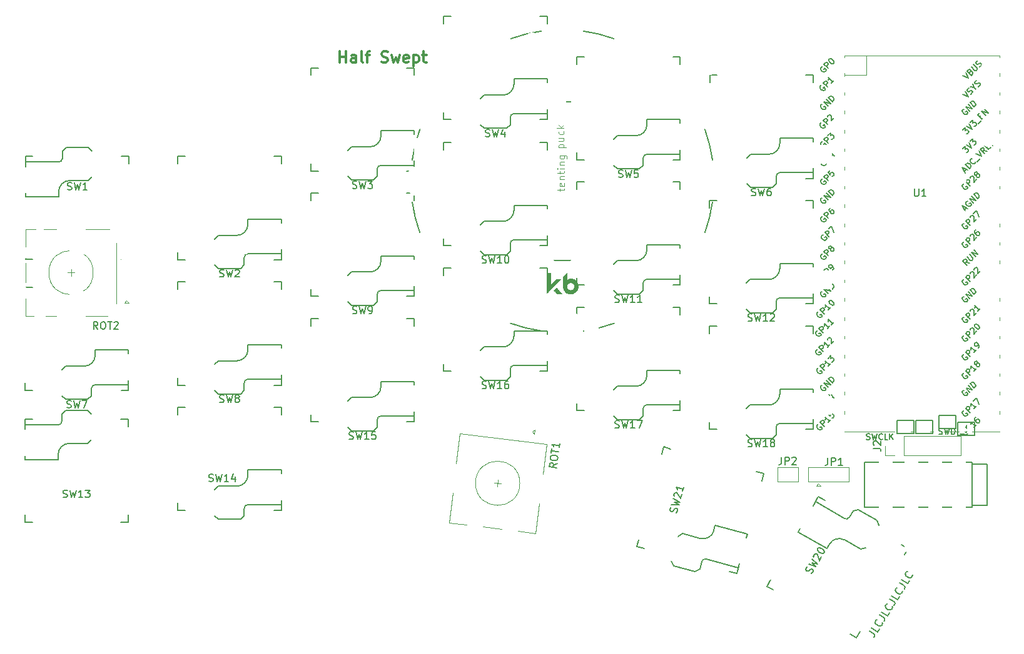
<source format=gto>
G04 #@! TF.GenerationSoftware,KiCad,Pcbnew,(6.0.2-0)*
G04 #@! TF.CreationDate,2022-04-08T10:03:04+08:00*
G04 #@! TF.ProjectId,half-swept,68616c66-2d73-4776-9570-742e6b696361,rev?*
G04 #@! TF.SameCoordinates,Original*
G04 #@! TF.FileFunction,Legend,Top*
G04 #@! TF.FilePolarity,Positive*
%FSLAX46Y46*%
G04 Gerber Fmt 4.6, Leading zero omitted, Abs format (unit mm)*
G04 Created by KiCad (PCBNEW (6.0.2-0)) date 2022-04-08 10:03:04*
%MOMM*%
%LPD*%
G01*
G04 APERTURE LIST*
G04 Aperture macros list*
%AMRotRect*
0 Rectangle, with rotation*
0 The origin of the aperture is its center*
0 $1 length*
0 $2 width*
0 $3 Rotation angle, in degrees counterclockwise*
0 Add horizontal line*
21,1,$1,$2,0,0,$3*%
%AMFreePoly0*
4,1,6,1.000000,0.000000,0.500000,-0.750000,-0.500000,-0.750000,-0.500000,0.750000,0.500000,0.750000,1.000000,0.000000,1.000000,0.000000,$1*%
%AMFreePoly1*
4,1,6,0.600000,0.200000,0.000000,-0.400000,-0.600000,0.200000,-0.600000,0.400000,0.600000,0.400000,0.600000,0.200000,0.600000,0.200000,$1*%
%AMFreePoly2*
4,1,6,0.600000,-0.250000,-0.600000,-0.250000,-0.600000,1.000000,0.000000,0.400000,0.600000,1.000000,0.600000,-0.250000,0.600000,-0.250000,$1*%
%AMFreePoly3*
4,1,6,0.500000,-0.750000,-0.650000,-0.750000,-0.150000,0.000000,-0.650000,0.750000,0.500000,0.750000,0.500000,-0.750000,0.500000,-0.750000,$1*%
G04 Aperture macros list end*
%ADD10C,0.150000*%
%ADD11C,0.300000*%
%ADD12C,0.100000*%
%ADD13C,0.200000*%
%ADD14C,0.010000*%
%ADD15C,0.120000*%
%ADD16C,0.250000*%
%ADD17C,3.000000*%
%ADD18C,1.701800*%
%ADD19C,3.429000*%
%ADD20R,2.600000X2.600000*%
%ADD21C,2.032000*%
%ADD22RotRect,2.600000X2.600000X330.000000*%
%ADD23RotRect,2.600000X2.600000X165.000000*%
%ADD24C,4.400000*%
%ADD25R,1.700000X1.700000*%
%ADD26O,1.700000X1.700000*%
%ADD27R,0.635000X1.143000*%
%ADD28R,2.000000X2.000000*%
%ADD29C,2.000000*%
%ADD30R,3.200000X2.000000*%
%ADD31R,1.500000X1.500000*%
%ADD32FreePoly0,0.000000*%
%ADD33FreePoly0,180.000000*%
%ADD34FreePoly1,270.000000*%
%ADD35FreePoly1,90.000000*%
%ADD36FreePoly2,90.000000*%
%ADD37FreePoly2,270.000000*%
%ADD38C,0.800000*%
%ADD39O,2.000000X1.600000*%
%ADD40C,5.600000*%
%ADD41FreePoly3,0.000000*%
%ADD42RotRect,2.000000X2.000000X263.000000*%
%ADD43RotRect,3.200000X2.000000X263.000000*%
G04 APERTURE END LIST*
D10*
X133467870Y-104856980D02*
X134073619Y-105235494D01*
X134169534Y-105351580D01*
X134199832Y-105482815D01*
X134164512Y-105629199D01*
X134114044Y-105709965D01*
X134820603Y-104579235D02*
X134568260Y-104983067D01*
X133720212Y-104453148D01*
X135219287Y-103761484D02*
X135234436Y-103827102D01*
X135199117Y-103973486D01*
X135148648Y-104054252D01*
X135032562Y-104150168D01*
X134901327Y-104180466D01*
X134795327Y-104170381D01*
X134608559Y-104109827D01*
X134487410Y-104034124D01*
X134351111Y-103892804D01*
X134295579Y-103801952D01*
X134265281Y-103670717D01*
X134300600Y-103524333D01*
X134351069Y-103443567D01*
X134467155Y-103347651D01*
X134532772Y-103332502D01*
X134830519Y-102676285D02*
X135436268Y-103054799D01*
X135532184Y-103170885D01*
X135562482Y-103302120D01*
X135527162Y-103448504D01*
X135476694Y-103529270D01*
X136183253Y-102398539D02*
X135930910Y-102802372D01*
X135082862Y-102272453D01*
X136581937Y-101580789D02*
X136597086Y-101646407D01*
X136561766Y-101792791D01*
X136511298Y-101873557D01*
X136395212Y-101969473D01*
X136263977Y-101999771D01*
X136157976Y-101989686D01*
X135971209Y-101929132D01*
X135850059Y-101853429D01*
X135713760Y-101712109D01*
X135658228Y-101621257D01*
X135627930Y-101490022D01*
X135663250Y-101343638D01*
X135713718Y-101262872D01*
X135829804Y-101166956D01*
X135895422Y-101151807D01*
X136193169Y-100495590D02*
X136798918Y-100874104D01*
X136894833Y-100990190D01*
X136925131Y-101121425D01*
X136889812Y-101267809D01*
X136839343Y-101348575D01*
X137545902Y-100217844D02*
X137293560Y-100621677D01*
X136445511Y-100091758D01*
X137944586Y-99400094D02*
X137959735Y-99465712D01*
X137924416Y-99612096D01*
X137873947Y-99692862D01*
X137757861Y-99788778D01*
X137626626Y-99819076D01*
X137520626Y-99808990D01*
X137333858Y-99748437D01*
X137212709Y-99672734D01*
X137076410Y-99531414D01*
X137020878Y-99440562D01*
X136990580Y-99309327D01*
X137025899Y-99162943D01*
X137076368Y-99082176D01*
X137192454Y-98986261D01*
X137258071Y-98971112D01*
X137555819Y-98314895D02*
X138161567Y-98693409D01*
X138257483Y-98809495D01*
X138287781Y-98940730D01*
X138252461Y-99087114D01*
X138201993Y-99167880D01*
X138908552Y-98037149D02*
X138656209Y-98440982D01*
X137808161Y-97911062D01*
X139307236Y-97219399D02*
X139322385Y-97285017D01*
X139287065Y-97431401D01*
X139236597Y-97512167D01*
X139120511Y-97608083D01*
X138989276Y-97638381D01*
X138883275Y-97628295D01*
X138696508Y-97567742D01*
X138575358Y-97492039D01*
X138439059Y-97350719D01*
X138383527Y-97259867D01*
X138353229Y-97128632D01*
X138388549Y-96982248D01*
X138439017Y-96901481D01*
X138555103Y-96805566D01*
X138620721Y-96790417D01*
D11*
X61800000Y-27808571D02*
X61800000Y-26308571D01*
X61800000Y-27022857D02*
X62657142Y-27022857D01*
X62657142Y-27808571D02*
X62657142Y-26308571D01*
X64014285Y-27808571D02*
X64014285Y-27022857D01*
X63942857Y-26880000D01*
X63800000Y-26808571D01*
X63514285Y-26808571D01*
X63371428Y-26880000D01*
X64014285Y-27737142D02*
X63871428Y-27808571D01*
X63514285Y-27808571D01*
X63371428Y-27737142D01*
X63300000Y-27594285D01*
X63300000Y-27451428D01*
X63371428Y-27308571D01*
X63514285Y-27237142D01*
X63871428Y-27237142D01*
X64014285Y-27165714D01*
X64942857Y-27808571D02*
X64800000Y-27737142D01*
X64728571Y-27594285D01*
X64728571Y-26308571D01*
X65300000Y-26808571D02*
X65871428Y-26808571D01*
X65514285Y-27808571D02*
X65514285Y-26522857D01*
X65585714Y-26380000D01*
X65728571Y-26308571D01*
X65871428Y-26308571D01*
X67442857Y-27737142D02*
X67657142Y-27808571D01*
X68014285Y-27808571D01*
X68157142Y-27737142D01*
X68228571Y-27665714D01*
X68300000Y-27522857D01*
X68300000Y-27380000D01*
X68228571Y-27237142D01*
X68157142Y-27165714D01*
X68014285Y-27094285D01*
X67728571Y-27022857D01*
X67585714Y-26951428D01*
X67514285Y-26880000D01*
X67442857Y-26737142D01*
X67442857Y-26594285D01*
X67514285Y-26451428D01*
X67585714Y-26380000D01*
X67728571Y-26308571D01*
X68085714Y-26308571D01*
X68300000Y-26380000D01*
X68800000Y-26808571D02*
X69085714Y-27808571D01*
X69371428Y-27094285D01*
X69657142Y-27808571D01*
X69942857Y-26808571D01*
X71085714Y-27737142D02*
X70942857Y-27808571D01*
X70657142Y-27808571D01*
X70514285Y-27737142D01*
X70442857Y-27594285D01*
X70442857Y-27022857D01*
X70514285Y-26880000D01*
X70657142Y-26808571D01*
X70942857Y-26808571D01*
X71085714Y-26880000D01*
X71157142Y-27022857D01*
X71157142Y-27165714D01*
X70442857Y-27308571D01*
X71800000Y-26808571D02*
X71800000Y-28308571D01*
X71800000Y-26880000D02*
X71942857Y-26808571D01*
X72228571Y-26808571D01*
X72371428Y-26880000D01*
X72442857Y-26951428D01*
X72514285Y-27094285D01*
X72514285Y-27522857D01*
X72442857Y-27665714D01*
X72371428Y-27737142D01*
X72228571Y-27808571D01*
X71942857Y-27808571D01*
X71800000Y-27737142D01*
X72942857Y-26808571D02*
X73514285Y-26808571D01*
X73157142Y-26308571D02*
X73157142Y-27594285D01*
X73228571Y-27737142D01*
X73371428Y-27808571D01*
X73514285Y-27808571D01*
D10*
X45534746Y-56822681D02*
X45677603Y-56870300D01*
X45915699Y-56870300D01*
X46010937Y-56822681D01*
X46058556Y-56775062D01*
X46106175Y-56679824D01*
X46106175Y-56584586D01*
X46058556Y-56489348D01*
X46010937Y-56441729D01*
X45915699Y-56394110D01*
X45725222Y-56346491D01*
X45629984Y-56298872D01*
X45582365Y-56251253D01*
X45534746Y-56156015D01*
X45534746Y-56060777D01*
X45582365Y-55965539D01*
X45629984Y-55917920D01*
X45725222Y-55870300D01*
X45963318Y-55870300D01*
X46106175Y-55917920D01*
X46439508Y-55870300D02*
X46677603Y-56870300D01*
X46868080Y-56156015D01*
X47058556Y-56870300D01*
X47296651Y-55870300D01*
X47629984Y-55965539D02*
X47677603Y-55917920D01*
X47772841Y-55870300D01*
X48010937Y-55870300D01*
X48106175Y-55917920D01*
X48153794Y-55965539D01*
X48201413Y-56060777D01*
X48201413Y-56156015D01*
X48153794Y-56298872D01*
X47582365Y-56870300D01*
X48201413Y-56870300D01*
X63534746Y-44822681D02*
X63677603Y-44870300D01*
X63915699Y-44870300D01*
X64010937Y-44822681D01*
X64058556Y-44775062D01*
X64106175Y-44679824D01*
X64106175Y-44584586D01*
X64058556Y-44489348D01*
X64010937Y-44441729D01*
X63915699Y-44394110D01*
X63725222Y-44346491D01*
X63629984Y-44298872D01*
X63582365Y-44251253D01*
X63534746Y-44156015D01*
X63534746Y-44060777D01*
X63582365Y-43965539D01*
X63629984Y-43917920D01*
X63725222Y-43870300D01*
X63963318Y-43870300D01*
X64106175Y-43917920D01*
X64439508Y-43870300D02*
X64677603Y-44870300D01*
X64868080Y-44156015D01*
X65058556Y-44870300D01*
X65296651Y-43870300D01*
X65582365Y-43870300D02*
X66201413Y-43870300D01*
X65868080Y-44251253D01*
X66010937Y-44251253D01*
X66106175Y-44298872D01*
X66153794Y-44346491D01*
X66201413Y-44441729D01*
X66201413Y-44679824D01*
X66153794Y-44775062D01*
X66106175Y-44822681D01*
X66010937Y-44870300D01*
X65725222Y-44870300D01*
X65629984Y-44822681D01*
X65582365Y-44775062D01*
X81534746Y-37822681D02*
X81677603Y-37870300D01*
X81915699Y-37870300D01*
X82010937Y-37822681D01*
X82058556Y-37775062D01*
X82106175Y-37679824D01*
X82106175Y-37584586D01*
X82058556Y-37489348D01*
X82010937Y-37441729D01*
X81915699Y-37394110D01*
X81725222Y-37346491D01*
X81629984Y-37298872D01*
X81582365Y-37251253D01*
X81534746Y-37156015D01*
X81534746Y-37060777D01*
X81582365Y-36965539D01*
X81629984Y-36917920D01*
X81725222Y-36870300D01*
X81963318Y-36870300D01*
X82106175Y-36917920D01*
X82439508Y-36870300D02*
X82677603Y-37870300D01*
X82868080Y-37156015D01*
X83058556Y-37870300D01*
X83296651Y-36870300D01*
X84106175Y-37203634D02*
X84106175Y-37870300D01*
X83868080Y-36822681D02*
X83629984Y-37536967D01*
X84249032Y-37536967D01*
X99534746Y-43322681D02*
X99677603Y-43370300D01*
X99915699Y-43370300D01*
X100010937Y-43322681D01*
X100058556Y-43275062D01*
X100106175Y-43179824D01*
X100106175Y-43084586D01*
X100058556Y-42989348D01*
X100010937Y-42941729D01*
X99915699Y-42894110D01*
X99725222Y-42846491D01*
X99629984Y-42798872D01*
X99582365Y-42751253D01*
X99534746Y-42656015D01*
X99534746Y-42560777D01*
X99582365Y-42465539D01*
X99629984Y-42417920D01*
X99725222Y-42370300D01*
X99963318Y-42370300D01*
X100106175Y-42417920D01*
X100439508Y-42370300D02*
X100677603Y-43370300D01*
X100868080Y-42656015D01*
X101058556Y-43370300D01*
X101296651Y-42370300D01*
X102153794Y-42370300D02*
X101677603Y-42370300D01*
X101629984Y-42846491D01*
X101677603Y-42798872D01*
X101772841Y-42751253D01*
X102010937Y-42751253D01*
X102106175Y-42798872D01*
X102153794Y-42846491D01*
X102201413Y-42941729D01*
X102201413Y-43179824D01*
X102153794Y-43275062D01*
X102106175Y-43322681D01*
X102010937Y-43370300D01*
X101772841Y-43370300D01*
X101677603Y-43322681D01*
X101629984Y-43275062D01*
X117534746Y-45822681D02*
X117677603Y-45870300D01*
X117915699Y-45870300D01*
X118010937Y-45822681D01*
X118058556Y-45775062D01*
X118106175Y-45679824D01*
X118106175Y-45584586D01*
X118058556Y-45489348D01*
X118010937Y-45441729D01*
X117915699Y-45394110D01*
X117725222Y-45346491D01*
X117629984Y-45298872D01*
X117582365Y-45251253D01*
X117534746Y-45156015D01*
X117534746Y-45060777D01*
X117582365Y-44965539D01*
X117629984Y-44917920D01*
X117725222Y-44870300D01*
X117963318Y-44870300D01*
X118106175Y-44917920D01*
X118439508Y-44870300D02*
X118677603Y-45870300D01*
X118868080Y-45156015D01*
X119058556Y-45870300D01*
X119296651Y-44870300D01*
X120106175Y-44870300D02*
X119915699Y-44870300D01*
X119820460Y-44917920D01*
X119772841Y-44965539D01*
X119677603Y-45108396D01*
X119629984Y-45298872D01*
X119629984Y-45679824D01*
X119677603Y-45775062D01*
X119725222Y-45822681D01*
X119820460Y-45870300D01*
X120010937Y-45870300D01*
X120106175Y-45822681D01*
X120153794Y-45775062D01*
X120201413Y-45679824D01*
X120201413Y-45441729D01*
X120153794Y-45346491D01*
X120106175Y-45298872D01*
X120010937Y-45251253D01*
X119820460Y-45251253D01*
X119725222Y-45298872D01*
X119677603Y-45346491D01*
X119629984Y-45441729D01*
X45534746Y-73822681D02*
X45677603Y-73870300D01*
X45915699Y-73870300D01*
X46010937Y-73822681D01*
X46058556Y-73775062D01*
X46106175Y-73679824D01*
X46106175Y-73584586D01*
X46058556Y-73489348D01*
X46010937Y-73441729D01*
X45915699Y-73394110D01*
X45725222Y-73346491D01*
X45629984Y-73298872D01*
X45582365Y-73251253D01*
X45534746Y-73156015D01*
X45534746Y-73060777D01*
X45582365Y-72965539D01*
X45629984Y-72917920D01*
X45725222Y-72870300D01*
X45963318Y-72870300D01*
X46106175Y-72917920D01*
X46439508Y-72870300D02*
X46677603Y-73870300D01*
X46868080Y-73156015D01*
X47058556Y-73870300D01*
X47296651Y-72870300D01*
X47820460Y-73298872D02*
X47725222Y-73251253D01*
X47677603Y-73203634D01*
X47629984Y-73108396D01*
X47629984Y-73060777D01*
X47677603Y-72965539D01*
X47725222Y-72917920D01*
X47820460Y-72870300D01*
X48010937Y-72870300D01*
X48106175Y-72917920D01*
X48153794Y-72965539D01*
X48201413Y-73060777D01*
X48201413Y-73108396D01*
X48153794Y-73203634D01*
X48106175Y-73251253D01*
X48010937Y-73298872D01*
X47820460Y-73298872D01*
X47725222Y-73346491D01*
X47677603Y-73394110D01*
X47629984Y-73489348D01*
X47629984Y-73679824D01*
X47677603Y-73775062D01*
X47725222Y-73822681D01*
X47820460Y-73870300D01*
X48010937Y-73870300D01*
X48106175Y-73822681D01*
X48153794Y-73775062D01*
X48201413Y-73679824D01*
X48201413Y-73489348D01*
X48153794Y-73394110D01*
X48106175Y-73346491D01*
X48010937Y-73298872D01*
X63534746Y-61796681D02*
X63677603Y-61844300D01*
X63915699Y-61844300D01*
X64010937Y-61796681D01*
X64058556Y-61749062D01*
X64106175Y-61653824D01*
X64106175Y-61558586D01*
X64058556Y-61463348D01*
X64010937Y-61415729D01*
X63915699Y-61368110D01*
X63725222Y-61320491D01*
X63629984Y-61272872D01*
X63582365Y-61225253D01*
X63534746Y-61130015D01*
X63534746Y-61034777D01*
X63582365Y-60939539D01*
X63629984Y-60891920D01*
X63725222Y-60844300D01*
X63963318Y-60844300D01*
X64106175Y-60891920D01*
X64439508Y-60844300D02*
X64677603Y-61844300D01*
X64868080Y-61130015D01*
X65058556Y-61844300D01*
X65296651Y-60844300D01*
X65725222Y-61844300D02*
X65915699Y-61844300D01*
X66010937Y-61796681D01*
X66058556Y-61749062D01*
X66153794Y-61606205D01*
X66201413Y-61415729D01*
X66201413Y-61034777D01*
X66153794Y-60939539D01*
X66106175Y-60891920D01*
X66010937Y-60844300D01*
X65820460Y-60844300D01*
X65725222Y-60891920D01*
X65677603Y-60939539D01*
X65629984Y-61034777D01*
X65629984Y-61272872D01*
X65677603Y-61368110D01*
X65725222Y-61415729D01*
X65820460Y-61463348D01*
X66010937Y-61463348D01*
X66106175Y-61415729D01*
X66153794Y-61368110D01*
X66201413Y-61272872D01*
X81058556Y-54938681D02*
X81201413Y-54986300D01*
X81439508Y-54986300D01*
X81534746Y-54938681D01*
X81582365Y-54891062D01*
X81629984Y-54795824D01*
X81629984Y-54700586D01*
X81582365Y-54605348D01*
X81534746Y-54557729D01*
X81439508Y-54510110D01*
X81249032Y-54462491D01*
X81153794Y-54414872D01*
X81106175Y-54367253D01*
X81058556Y-54272015D01*
X81058556Y-54176777D01*
X81106175Y-54081539D01*
X81153794Y-54033920D01*
X81249032Y-53986300D01*
X81487127Y-53986300D01*
X81629984Y-54033920D01*
X81963318Y-53986300D02*
X82201413Y-54986300D01*
X82391889Y-54272015D01*
X82582365Y-54986300D01*
X82820460Y-53986300D01*
X83725222Y-54986300D02*
X83153794Y-54986300D01*
X83439508Y-54986300D02*
X83439508Y-53986300D01*
X83344270Y-54129158D01*
X83249032Y-54224396D01*
X83153794Y-54272015D01*
X84344270Y-53986300D02*
X84439508Y-53986300D01*
X84534746Y-54033920D01*
X84582365Y-54081539D01*
X84629984Y-54176777D01*
X84677603Y-54367253D01*
X84677603Y-54605348D01*
X84629984Y-54795824D01*
X84582365Y-54891062D01*
X84534746Y-54938681D01*
X84439508Y-54986300D01*
X84344270Y-54986300D01*
X84249032Y-54938681D01*
X84201413Y-54891062D01*
X84153794Y-54795824D01*
X84106175Y-54605348D01*
X84106175Y-54367253D01*
X84153794Y-54176777D01*
X84201413Y-54081539D01*
X84249032Y-54033920D01*
X84344270Y-53986300D01*
X99058556Y-60272681D02*
X99201413Y-60320300D01*
X99439508Y-60320300D01*
X99534746Y-60272681D01*
X99582365Y-60225062D01*
X99629984Y-60129824D01*
X99629984Y-60034586D01*
X99582365Y-59939348D01*
X99534746Y-59891729D01*
X99439508Y-59844110D01*
X99249032Y-59796491D01*
X99153794Y-59748872D01*
X99106175Y-59701253D01*
X99058556Y-59606015D01*
X99058556Y-59510777D01*
X99106175Y-59415539D01*
X99153794Y-59367920D01*
X99249032Y-59320300D01*
X99487127Y-59320300D01*
X99629984Y-59367920D01*
X99963318Y-59320300D02*
X100201413Y-60320300D01*
X100391889Y-59606015D01*
X100582365Y-60320300D01*
X100820460Y-59320300D01*
X101725222Y-60320300D02*
X101153794Y-60320300D01*
X101439508Y-60320300D02*
X101439508Y-59320300D01*
X101344270Y-59463158D01*
X101249032Y-59558396D01*
X101153794Y-59606015D01*
X102677603Y-60320300D02*
X102106175Y-60320300D01*
X102391889Y-60320300D02*
X102391889Y-59320300D01*
X102296651Y-59463158D01*
X102201413Y-59558396D01*
X102106175Y-59606015D01*
X117038556Y-62812681D02*
X117181413Y-62860300D01*
X117419508Y-62860300D01*
X117514746Y-62812681D01*
X117562365Y-62765062D01*
X117609984Y-62669824D01*
X117609984Y-62574586D01*
X117562365Y-62479348D01*
X117514746Y-62431729D01*
X117419508Y-62384110D01*
X117229032Y-62336491D01*
X117133794Y-62288872D01*
X117086175Y-62241253D01*
X117038556Y-62146015D01*
X117038556Y-62050777D01*
X117086175Y-61955539D01*
X117133794Y-61907920D01*
X117229032Y-61860300D01*
X117467127Y-61860300D01*
X117609984Y-61907920D01*
X117943318Y-61860300D02*
X118181413Y-62860300D01*
X118371889Y-62146015D01*
X118562365Y-62860300D01*
X118800460Y-61860300D01*
X119705222Y-62860300D02*
X119133794Y-62860300D01*
X119419508Y-62860300D02*
X119419508Y-61860300D01*
X119324270Y-62003158D01*
X119229032Y-62098396D01*
X119133794Y-62146015D01*
X120086175Y-61955539D02*
X120133794Y-61907920D01*
X120229032Y-61860300D01*
X120467127Y-61860300D01*
X120562365Y-61907920D01*
X120609984Y-61955539D01*
X120657603Y-62050777D01*
X120657603Y-62146015D01*
X120609984Y-62288872D01*
X120038556Y-62860300D01*
X120657603Y-62860300D01*
X44080476Y-84544761D02*
X44223333Y-84592380D01*
X44461428Y-84592380D01*
X44556666Y-84544761D01*
X44604285Y-84497142D01*
X44651904Y-84401904D01*
X44651904Y-84306666D01*
X44604285Y-84211428D01*
X44556666Y-84163809D01*
X44461428Y-84116190D01*
X44270952Y-84068571D01*
X44175714Y-84020952D01*
X44128095Y-83973333D01*
X44080476Y-83878095D01*
X44080476Y-83782857D01*
X44128095Y-83687619D01*
X44175714Y-83640000D01*
X44270952Y-83592380D01*
X44509047Y-83592380D01*
X44651904Y-83640000D01*
X44985238Y-83592380D02*
X45223333Y-84592380D01*
X45413809Y-83878095D01*
X45604285Y-84592380D01*
X45842380Y-83592380D01*
X46747142Y-84592380D02*
X46175714Y-84592380D01*
X46461428Y-84592380D02*
X46461428Y-83592380D01*
X46366190Y-83735238D01*
X46270952Y-83830476D01*
X46175714Y-83878095D01*
X47604285Y-83925714D02*
X47604285Y-84592380D01*
X47366190Y-83544761D02*
X47128095Y-84259047D01*
X47747142Y-84259047D01*
X63058556Y-78814681D02*
X63201413Y-78862300D01*
X63439508Y-78862300D01*
X63534746Y-78814681D01*
X63582365Y-78767062D01*
X63629984Y-78671824D01*
X63629984Y-78576586D01*
X63582365Y-78481348D01*
X63534746Y-78433729D01*
X63439508Y-78386110D01*
X63249032Y-78338491D01*
X63153794Y-78290872D01*
X63106175Y-78243253D01*
X63058556Y-78148015D01*
X63058556Y-78052777D01*
X63106175Y-77957539D01*
X63153794Y-77909920D01*
X63249032Y-77862300D01*
X63487127Y-77862300D01*
X63629984Y-77909920D01*
X63963318Y-77862300D02*
X64201413Y-78862300D01*
X64391889Y-78148015D01*
X64582365Y-78862300D01*
X64820460Y-77862300D01*
X65725222Y-78862300D02*
X65153794Y-78862300D01*
X65439508Y-78862300D02*
X65439508Y-77862300D01*
X65344270Y-78005158D01*
X65249032Y-78100396D01*
X65153794Y-78148015D01*
X66629984Y-77862300D02*
X66153794Y-77862300D01*
X66106175Y-78338491D01*
X66153794Y-78290872D01*
X66249032Y-78243253D01*
X66487127Y-78243253D01*
X66582365Y-78290872D01*
X66629984Y-78338491D01*
X66677603Y-78433729D01*
X66677603Y-78671824D01*
X66629984Y-78767062D01*
X66582365Y-78814681D01*
X66487127Y-78862300D01*
X66249032Y-78862300D01*
X66153794Y-78814681D01*
X66106175Y-78767062D01*
X81058556Y-71956681D02*
X81201413Y-72004300D01*
X81439508Y-72004300D01*
X81534746Y-71956681D01*
X81582365Y-71909062D01*
X81629984Y-71813824D01*
X81629984Y-71718586D01*
X81582365Y-71623348D01*
X81534746Y-71575729D01*
X81439508Y-71528110D01*
X81249032Y-71480491D01*
X81153794Y-71432872D01*
X81106175Y-71385253D01*
X81058556Y-71290015D01*
X81058556Y-71194777D01*
X81106175Y-71099539D01*
X81153794Y-71051920D01*
X81249032Y-71004300D01*
X81487127Y-71004300D01*
X81629984Y-71051920D01*
X81963318Y-71004300D02*
X82201413Y-72004300D01*
X82391889Y-71290015D01*
X82582365Y-72004300D01*
X82820460Y-71004300D01*
X83725222Y-72004300D02*
X83153794Y-72004300D01*
X83439508Y-72004300D02*
X83439508Y-71004300D01*
X83344270Y-71147158D01*
X83249032Y-71242396D01*
X83153794Y-71290015D01*
X84582365Y-71004300D02*
X84391889Y-71004300D01*
X84296651Y-71051920D01*
X84249032Y-71099539D01*
X84153794Y-71242396D01*
X84106175Y-71432872D01*
X84106175Y-71813824D01*
X84153794Y-71909062D01*
X84201413Y-71956681D01*
X84296651Y-72004300D01*
X84487127Y-72004300D01*
X84582365Y-71956681D01*
X84629984Y-71909062D01*
X84677603Y-71813824D01*
X84677603Y-71575729D01*
X84629984Y-71480491D01*
X84582365Y-71432872D01*
X84487127Y-71385253D01*
X84296651Y-71385253D01*
X84201413Y-71432872D01*
X84153794Y-71480491D01*
X84106175Y-71575729D01*
X99058556Y-77290681D02*
X99201413Y-77338300D01*
X99439508Y-77338300D01*
X99534746Y-77290681D01*
X99582365Y-77243062D01*
X99629984Y-77147824D01*
X99629984Y-77052586D01*
X99582365Y-76957348D01*
X99534746Y-76909729D01*
X99439508Y-76862110D01*
X99249032Y-76814491D01*
X99153794Y-76766872D01*
X99106175Y-76719253D01*
X99058556Y-76624015D01*
X99058556Y-76528777D01*
X99106175Y-76433539D01*
X99153794Y-76385920D01*
X99249032Y-76338300D01*
X99487127Y-76338300D01*
X99629984Y-76385920D01*
X99963318Y-76338300D02*
X100201413Y-77338300D01*
X100391889Y-76624015D01*
X100582365Y-77338300D01*
X100820460Y-76338300D01*
X101725222Y-77338300D02*
X101153794Y-77338300D01*
X101439508Y-77338300D02*
X101439508Y-76338300D01*
X101344270Y-76481158D01*
X101249032Y-76576396D01*
X101153794Y-76624015D01*
X102058556Y-76338300D02*
X102725222Y-76338300D01*
X102296651Y-77338300D01*
X117038556Y-79830681D02*
X117181413Y-79878300D01*
X117419508Y-79878300D01*
X117514746Y-79830681D01*
X117562365Y-79783062D01*
X117609984Y-79687824D01*
X117609984Y-79592586D01*
X117562365Y-79497348D01*
X117514746Y-79449729D01*
X117419508Y-79402110D01*
X117229032Y-79354491D01*
X117133794Y-79306872D01*
X117086175Y-79259253D01*
X117038556Y-79164015D01*
X117038556Y-79068777D01*
X117086175Y-78973539D01*
X117133794Y-78925920D01*
X117229032Y-78878300D01*
X117467127Y-78878300D01*
X117609984Y-78925920D01*
X117943318Y-78878300D02*
X118181413Y-79878300D01*
X118371889Y-79164015D01*
X118562365Y-79878300D01*
X118800460Y-78878300D01*
X119705222Y-79878300D02*
X119133794Y-79878300D01*
X119419508Y-79878300D02*
X119419508Y-78878300D01*
X119324270Y-79021158D01*
X119229032Y-79116396D01*
X119133794Y-79164015D01*
X120276651Y-79306872D02*
X120181413Y-79259253D01*
X120133794Y-79211634D01*
X120086175Y-79116396D01*
X120086175Y-79068777D01*
X120133794Y-78973539D01*
X120181413Y-78925920D01*
X120276651Y-78878300D01*
X120467127Y-78878300D01*
X120562365Y-78925920D01*
X120609984Y-78973539D01*
X120657603Y-79068777D01*
X120657603Y-79116396D01*
X120609984Y-79211634D01*
X120562365Y-79259253D01*
X120467127Y-79306872D01*
X120276651Y-79306872D01*
X120181413Y-79354491D01*
X120133794Y-79402110D01*
X120086175Y-79497348D01*
X120086175Y-79687824D01*
X120133794Y-79783062D01*
X120181413Y-79830681D01*
X120276651Y-79878300D01*
X120467127Y-79878300D01*
X120562365Y-79830681D01*
X120609984Y-79783062D01*
X120657603Y-79687824D01*
X120657603Y-79497348D01*
X120609984Y-79402110D01*
X120562365Y-79354491D01*
X120467127Y-79306872D01*
X125625772Y-97079474D02*
X125738440Y-96979566D01*
X125857487Y-96773369D01*
X125863867Y-96667081D01*
X125846437Y-96602032D01*
X125787768Y-96513174D01*
X125705289Y-96465555D01*
X125599001Y-96459175D01*
X125533952Y-96476605D01*
X125445094Y-96535274D01*
X125308617Y-96676422D01*
X125219758Y-96735091D01*
X125154710Y-96752520D01*
X125048421Y-96746141D01*
X124965943Y-96698522D01*
X124907274Y-96609663D01*
X124889844Y-96544614D01*
X124896224Y-96438326D01*
X125015271Y-96232130D01*
X125127939Y-96132221D01*
X125253367Y-95819737D02*
X126238440Y-96113540D01*
X125715088Y-95591440D01*
X126428916Y-95783626D01*
X125681938Y-95077429D01*
X125931083Y-94836373D02*
X125913653Y-94771324D01*
X125920033Y-94665036D01*
X126039081Y-94458840D01*
X126127939Y-94400171D01*
X126192988Y-94382741D01*
X126299276Y-94389121D01*
X126381755Y-94436740D01*
X126481663Y-94549408D01*
X126690821Y-95329993D01*
X127000344Y-94793882D01*
X126443843Y-93757772D02*
X126491462Y-93675293D01*
X126580320Y-93616624D01*
X126645369Y-93599194D01*
X126751657Y-93605574D01*
X126940424Y-93659573D01*
X127146620Y-93778620D01*
X127287768Y-93915098D01*
X127346437Y-94003956D01*
X127363867Y-94069005D01*
X127357487Y-94175293D01*
X127309868Y-94257772D01*
X127221010Y-94316441D01*
X127155961Y-94333870D01*
X127049673Y-94327491D01*
X126860906Y-94273492D01*
X126654710Y-94154444D01*
X126513562Y-94017967D01*
X126454893Y-93929108D01*
X126437463Y-93864060D01*
X126443843Y-93757772D01*
X107372630Y-88842625D02*
X107455601Y-88716961D01*
X107517224Y-88486978D01*
X107495877Y-88382661D01*
X107462206Y-88324340D01*
X107382537Y-88253694D01*
X107290545Y-88229044D01*
X107186227Y-88250391D01*
X107127906Y-88284063D01*
X107057260Y-88363731D01*
X106961964Y-88535392D01*
X106891319Y-88615061D01*
X106832997Y-88648732D01*
X106728680Y-88670079D01*
X106636687Y-88645430D01*
X106557019Y-88574784D01*
X106523347Y-88516463D01*
X106502000Y-88412145D01*
X106563623Y-88182163D01*
X106646594Y-88056498D01*
X106686871Y-87722198D02*
X107714420Y-87751035D01*
X107073772Y-87382178D01*
X107813018Y-87383063D01*
X106908715Y-86894262D01*
X107086981Y-86596936D02*
X107053310Y-86538615D01*
X107031963Y-86434297D01*
X107093586Y-86204315D01*
X107164232Y-86124646D01*
X107222553Y-86090975D01*
X107326871Y-86069628D01*
X107418864Y-86094277D01*
X107544529Y-86177248D01*
X107948590Y-86877102D01*
X108108811Y-86279148D01*
X108355305Y-85359219D02*
X108207409Y-85911176D01*
X108281357Y-85635197D02*
X107315431Y-85376378D01*
X107428771Y-85505345D01*
X107496115Y-85621988D01*
X107517462Y-85726305D01*
D12*
X91455794Y-39333420D02*
X92455794Y-39333420D01*
X91503413Y-39333420D02*
X91455794Y-39238181D01*
X91455794Y-39047705D01*
X91503413Y-38952467D01*
X91551032Y-38904848D01*
X91646270Y-38857229D01*
X91931984Y-38857229D01*
X92027222Y-38904848D01*
X92074841Y-38952467D01*
X92122460Y-39047705D01*
X92122460Y-39238181D01*
X92074841Y-39333420D01*
X91455794Y-38000086D02*
X92122460Y-38000086D01*
X91455794Y-38428658D02*
X91979603Y-38428658D01*
X92074841Y-38381039D01*
X92122460Y-38285800D01*
X92122460Y-38142943D01*
X92074841Y-38047705D01*
X92027222Y-38000086D01*
X92074841Y-37095324D02*
X92122460Y-37190562D01*
X92122460Y-37381039D01*
X92074841Y-37476277D01*
X92027222Y-37523896D01*
X91931984Y-37571515D01*
X91646270Y-37571515D01*
X91551032Y-37523896D01*
X91503413Y-37476277D01*
X91455794Y-37381039D01*
X91455794Y-37190562D01*
X91503413Y-37095324D01*
X92122460Y-36666753D02*
X91122460Y-36666753D01*
X91741508Y-36571515D02*
X92122460Y-36285800D01*
X91455794Y-36285800D02*
X91836746Y-36666753D01*
X91545714Y-45240000D02*
X91545714Y-44859047D01*
X91212380Y-45097142D02*
X92069523Y-45097142D01*
X92164761Y-45049523D01*
X92212380Y-44954285D01*
X92212380Y-44859047D01*
X92164761Y-44144761D02*
X92212380Y-44240000D01*
X92212380Y-44430476D01*
X92164761Y-44525714D01*
X92069523Y-44573333D01*
X91688571Y-44573333D01*
X91593333Y-44525714D01*
X91545714Y-44430476D01*
X91545714Y-44240000D01*
X91593333Y-44144761D01*
X91688571Y-44097142D01*
X91783809Y-44097142D01*
X91879047Y-44573333D01*
X91545714Y-43668571D02*
X92212380Y-43668571D01*
X91640952Y-43668571D02*
X91593333Y-43620952D01*
X91545714Y-43525714D01*
X91545714Y-43382857D01*
X91593333Y-43287619D01*
X91688571Y-43240000D01*
X92212380Y-43240000D01*
X91545714Y-42906666D02*
X91545714Y-42525714D01*
X91212380Y-42763809D02*
X92069523Y-42763809D01*
X92164761Y-42716190D01*
X92212380Y-42620952D01*
X92212380Y-42525714D01*
X92212380Y-42192380D02*
X91545714Y-42192380D01*
X91212380Y-42192380D02*
X91260000Y-42240000D01*
X91307619Y-42192380D01*
X91260000Y-42144761D01*
X91212380Y-42192380D01*
X91307619Y-42192380D01*
X91545714Y-41716190D02*
X92212380Y-41716190D01*
X91640952Y-41716190D02*
X91593333Y-41668571D01*
X91545714Y-41573333D01*
X91545714Y-41430476D01*
X91593333Y-41335238D01*
X91688571Y-41287619D01*
X92212380Y-41287619D01*
X91545714Y-40382857D02*
X92355238Y-40382857D01*
X92450476Y-40430476D01*
X92498095Y-40478095D01*
X92545714Y-40573333D01*
X92545714Y-40716190D01*
X92498095Y-40811428D01*
X92164761Y-40382857D02*
X92212380Y-40478095D01*
X92212380Y-40668571D01*
X92164761Y-40763809D01*
X92117142Y-40811428D01*
X92021904Y-40859047D01*
X91736190Y-40859047D01*
X91640952Y-40811428D01*
X91593333Y-40763809D01*
X91545714Y-40668571D01*
X91545714Y-40478095D01*
X91593333Y-40382857D01*
D10*
X134028380Y-80089333D02*
X134742666Y-80089333D01*
X134885523Y-80136952D01*
X134980761Y-80232190D01*
X135028380Y-80375047D01*
X135028380Y-80470285D01*
X134123619Y-79660761D02*
X134076000Y-79613142D01*
X134028380Y-79517904D01*
X134028380Y-79279809D01*
X134076000Y-79184571D01*
X134123619Y-79136952D01*
X134218857Y-79089333D01*
X134314095Y-79089333D01*
X134456952Y-79136952D01*
X135028380Y-79708380D01*
X135028380Y-79089333D01*
X29048571Y-63932380D02*
X28715238Y-63456190D01*
X28477142Y-63932380D02*
X28477142Y-62932380D01*
X28858095Y-62932380D01*
X28953333Y-62980000D01*
X29000952Y-63027619D01*
X29048571Y-63122857D01*
X29048571Y-63265714D01*
X29000952Y-63360952D01*
X28953333Y-63408571D01*
X28858095Y-63456190D01*
X28477142Y-63456190D01*
X29667619Y-62932380D02*
X29858095Y-62932380D01*
X29953333Y-62980000D01*
X30048571Y-63075238D01*
X30096190Y-63265714D01*
X30096190Y-63599047D01*
X30048571Y-63789523D01*
X29953333Y-63884761D01*
X29858095Y-63932380D01*
X29667619Y-63932380D01*
X29572380Y-63884761D01*
X29477142Y-63789523D01*
X29429523Y-63599047D01*
X29429523Y-63265714D01*
X29477142Y-63075238D01*
X29572380Y-62980000D01*
X29667619Y-62932380D01*
X30381904Y-62932380D02*
X30953333Y-62932380D01*
X30667619Y-63932380D02*
X30667619Y-62932380D01*
X31239047Y-63027619D02*
X31286666Y-62980000D01*
X31381904Y-62932380D01*
X31620000Y-62932380D01*
X31715238Y-62980000D01*
X31762857Y-63027619D01*
X31810476Y-63122857D01*
X31810476Y-63218095D01*
X31762857Y-63360952D01*
X31191428Y-63932380D01*
X31810476Y-63932380D01*
X24345476Y-86714761D02*
X24488333Y-86762380D01*
X24726428Y-86762380D01*
X24821666Y-86714761D01*
X24869285Y-86667142D01*
X24916904Y-86571904D01*
X24916904Y-86476666D01*
X24869285Y-86381428D01*
X24821666Y-86333809D01*
X24726428Y-86286190D01*
X24535952Y-86238571D01*
X24440714Y-86190952D01*
X24393095Y-86143333D01*
X24345476Y-86048095D01*
X24345476Y-85952857D01*
X24393095Y-85857619D01*
X24440714Y-85810000D01*
X24535952Y-85762380D01*
X24774047Y-85762380D01*
X24916904Y-85810000D01*
X25250238Y-85762380D02*
X25488333Y-86762380D01*
X25678809Y-86048095D01*
X25869285Y-86762380D01*
X26107380Y-85762380D01*
X27012142Y-86762380D02*
X26440714Y-86762380D01*
X26726428Y-86762380D02*
X26726428Y-85762380D01*
X26631190Y-85905238D01*
X26535952Y-86000476D01*
X26440714Y-86048095D01*
X27345476Y-85762380D02*
X27964523Y-85762380D01*
X27631190Y-86143333D01*
X27774047Y-86143333D01*
X27869285Y-86190952D01*
X27916904Y-86238571D01*
X27964523Y-86333809D01*
X27964523Y-86571904D01*
X27916904Y-86667142D01*
X27869285Y-86714761D01*
X27774047Y-86762380D01*
X27488333Y-86762380D01*
X27393095Y-86714761D01*
X27345476Y-86667142D01*
X127851666Y-81377380D02*
X127851666Y-82091666D01*
X127804047Y-82234523D01*
X127708809Y-82329761D01*
X127565952Y-82377380D01*
X127470714Y-82377380D01*
X128327857Y-82377380D02*
X128327857Y-81377380D01*
X128708809Y-81377380D01*
X128804047Y-81425000D01*
X128851666Y-81472619D01*
X128899285Y-81567857D01*
X128899285Y-81710714D01*
X128851666Y-81805952D01*
X128804047Y-81853571D01*
X128708809Y-81901190D01*
X128327857Y-81901190D01*
X129851666Y-82377380D02*
X129280238Y-82377380D01*
X129565952Y-82377380D02*
X129565952Y-81377380D01*
X129470714Y-81520238D01*
X129375476Y-81615476D01*
X129280238Y-81663095D01*
X139574575Y-44934380D02*
X139574575Y-45743904D01*
X139622194Y-45839142D01*
X139669813Y-45886761D01*
X139765051Y-45934380D01*
X139955527Y-45934380D01*
X140050765Y-45886761D01*
X140098384Y-45839142D01*
X140146003Y-45743904D01*
X140146003Y-44934380D01*
X141146003Y-45934380D02*
X140574575Y-45934380D01*
X140860289Y-45934380D02*
X140860289Y-44934380D01*
X140765051Y-45077238D01*
X140669813Y-45172476D01*
X140574575Y-45220095D01*
X146334788Y-42548253D02*
X146604162Y-42278879D01*
X146442537Y-42763752D02*
X146065414Y-42009505D01*
X146819661Y-42386629D01*
X147008223Y-42198067D02*
X146442537Y-41632382D01*
X146577224Y-41497695D01*
X146684974Y-41443820D01*
X146792723Y-41443820D01*
X146873536Y-41470757D01*
X147008223Y-41551569D01*
X147089035Y-41632382D01*
X147169847Y-41767069D01*
X147196784Y-41847881D01*
X147196784Y-41955630D01*
X147142910Y-42063380D01*
X147008223Y-42198067D01*
X147843282Y-41255258D02*
X147843282Y-41309133D01*
X147789407Y-41416882D01*
X147735532Y-41470757D01*
X147627783Y-41524632D01*
X147520033Y-41524632D01*
X147439221Y-41497695D01*
X147304534Y-41416882D01*
X147223722Y-41336070D01*
X147142910Y-41201383D01*
X147115972Y-41120571D01*
X147115972Y-41012821D01*
X147169847Y-40905072D01*
X147223722Y-40851197D01*
X147331471Y-40797322D01*
X147385346Y-40797322D01*
X148058781Y-41255258D02*
X148489780Y-40824260D01*
X147924094Y-40150825D02*
X148678341Y-40527948D01*
X148301218Y-39773701D01*
X149378714Y-39827576D02*
X148920778Y-39746764D01*
X149055465Y-40150825D02*
X148489780Y-39585139D01*
X148705279Y-39369640D01*
X148786091Y-39342703D01*
X148839966Y-39342703D01*
X148920778Y-39369640D01*
X149001590Y-39450452D01*
X149028528Y-39531264D01*
X149028528Y-39585139D01*
X149001590Y-39665951D01*
X148786091Y-39881451D01*
X149324839Y-39288828D02*
X149513401Y-39100266D01*
X149890524Y-39315765D02*
X149621150Y-39585139D01*
X149055465Y-39019454D01*
X149324839Y-38750080D01*
X150025211Y-38588455D02*
X149836650Y-38777017D01*
X150132961Y-39073329D02*
X149567276Y-38507643D01*
X149836650Y-38238269D01*
X146331597Y-47755444D02*
X146600971Y-47486070D01*
X146439346Y-47970943D02*
X146062223Y-47216696D01*
X146816470Y-47593820D01*
X146762595Y-46570199D02*
X146681783Y-46597136D01*
X146600971Y-46677948D01*
X146547096Y-46785698D01*
X146547096Y-46893447D01*
X146574033Y-46974260D01*
X146654845Y-47108947D01*
X146735658Y-47189759D01*
X146870345Y-47270571D01*
X146951157Y-47297508D01*
X147058906Y-47297508D01*
X147166656Y-47243634D01*
X147220531Y-47189759D01*
X147274406Y-47082009D01*
X147274406Y-47028134D01*
X147085844Y-46839573D01*
X146978094Y-46947322D01*
X147570717Y-46839573D02*
X147005032Y-46273887D01*
X147893966Y-46516324D01*
X147328280Y-45950638D01*
X148163340Y-46246950D02*
X147597654Y-45681264D01*
X147732341Y-45546577D01*
X147840091Y-45492703D01*
X147947841Y-45492703D01*
X148028653Y-45519640D01*
X148163340Y-45600452D01*
X148244152Y-45681264D01*
X148324964Y-45815951D01*
X148351902Y-45896764D01*
X148351902Y-46004513D01*
X148298027Y-46112263D01*
X148163340Y-46246950D01*
X126580202Y-61620592D02*
X126499390Y-61647529D01*
X126418577Y-61728341D01*
X126364703Y-61836091D01*
X126364703Y-61943841D01*
X126391640Y-62024653D01*
X126472452Y-62159340D01*
X126553264Y-62240152D01*
X126687951Y-62320964D01*
X126768764Y-62347902D01*
X126876513Y-62347902D01*
X126984263Y-62294027D01*
X127038138Y-62240152D01*
X127092012Y-62132402D01*
X127092012Y-62078528D01*
X126903451Y-61889966D01*
X126795701Y-61997715D01*
X127388324Y-61889966D02*
X126822638Y-61324280D01*
X127038138Y-61108781D01*
X127118950Y-61081844D01*
X127172825Y-61081844D01*
X127253637Y-61108781D01*
X127334449Y-61189593D01*
X127361386Y-61270406D01*
X127361386Y-61324280D01*
X127334449Y-61405093D01*
X127118950Y-61620592D01*
X128250321Y-61027969D02*
X127927072Y-61351218D01*
X128088696Y-61189593D02*
X127523011Y-60623908D01*
X127549948Y-60758595D01*
X127549948Y-60866345D01*
X127523011Y-60947157D01*
X128034821Y-60112097D02*
X128088696Y-60058223D01*
X128169508Y-60031285D01*
X128223383Y-60031285D01*
X128304195Y-60058223D01*
X128438882Y-60139035D01*
X128573569Y-60273722D01*
X128654382Y-60408409D01*
X128681319Y-60489221D01*
X128681319Y-60543096D01*
X128654382Y-60623908D01*
X128600507Y-60677783D01*
X128519695Y-60704720D01*
X128465820Y-60704720D01*
X128385008Y-60677783D01*
X128250321Y-60596971D01*
X128115634Y-60462284D01*
X128034821Y-60327597D01*
X128007884Y-60246784D01*
X128007884Y-60192910D01*
X128034821Y-60112097D01*
X146277722Y-64835072D02*
X146196910Y-64862009D01*
X146116097Y-64942821D01*
X146062223Y-65050571D01*
X146062223Y-65158321D01*
X146089160Y-65239133D01*
X146169972Y-65373820D01*
X146250784Y-65454632D01*
X146385471Y-65535444D01*
X146466284Y-65562382D01*
X146574033Y-65562382D01*
X146681783Y-65508507D01*
X146735658Y-65454632D01*
X146789532Y-65346882D01*
X146789532Y-65293008D01*
X146600971Y-65104446D01*
X146493221Y-65212195D01*
X147085844Y-65104446D02*
X146520158Y-64538760D01*
X146735658Y-64323261D01*
X146816470Y-64296324D01*
X146870345Y-64296324D01*
X146951157Y-64323261D01*
X147031969Y-64404073D01*
X147058906Y-64484886D01*
X147058906Y-64538760D01*
X147031969Y-64619573D01*
X146816470Y-64835072D01*
X147112781Y-64053887D02*
X147112781Y-64000012D01*
X147139719Y-63919200D01*
X147274406Y-63784513D01*
X147355218Y-63757576D01*
X147409093Y-63757576D01*
X147489905Y-63784513D01*
X147543780Y-63838388D01*
X147597654Y-63946138D01*
X147597654Y-64592635D01*
X147947841Y-64242449D01*
X147732341Y-63326577D02*
X147786216Y-63272703D01*
X147867028Y-63245765D01*
X147920903Y-63245765D01*
X148001715Y-63272703D01*
X148136402Y-63353515D01*
X148271089Y-63488202D01*
X148351902Y-63622889D01*
X148378839Y-63703701D01*
X148378839Y-63757576D01*
X148351902Y-63838388D01*
X148298027Y-63892263D01*
X148217215Y-63919200D01*
X148163340Y-63919200D01*
X148082528Y-63892263D01*
X147947841Y-63811451D01*
X147813154Y-63676764D01*
X147732341Y-63542077D01*
X147705404Y-63461264D01*
X147705404Y-63407390D01*
X147732341Y-63326577D01*
X127103576Y-28331218D02*
X127022764Y-28358155D01*
X126941951Y-28438967D01*
X126888077Y-28546717D01*
X126888077Y-28654467D01*
X126915014Y-28735279D01*
X126995826Y-28869966D01*
X127076638Y-28950778D01*
X127211325Y-29031590D01*
X127292138Y-29058528D01*
X127399887Y-29058528D01*
X127507637Y-29004653D01*
X127561512Y-28950778D01*
X127615386Y-28843028D01*
X127615386Y-28789154D01*
X127426825Y-28600592D01*
X127319075Y-28708341D01*
X127911698Y-28600592D02*
X127346012Y-28034906D01*
X127561512Y-27819407D01*
X127642324Y-27792470D01*
X127696199Y-27792470D01*
X127777011Y-27819407D01*
X127857823Y-27900219D01*
X127884760Y-27981032D01*
X127884760Y-28034906D01*
X127857823Y-28115719D01*
X127642324Y-28331218D01*
X128019447Y-27361471D02*
X128073322Y-27307597D01*
X128154134Y-27280659D01*
X128208009Y-27280659D01*
X128288821Y-27307597D01*
X128423508Y-27388409D01*
X128558195Y-27523096D01*
X128639008Y-27657783D01*
X128665945Y-27738595D01*
X128665945Y-27792470D01*
X128639008Y-27873282D01*
X128585133Y-27927157D01*
X128504321Y-27954094D01*
X128450446Y-27954094D01*
X128369634Y-27927157D01*
X128234947Y-27846345D01*
X128100260Y-27711658D01*
X128019447Y-27576971D01*
X127992510Y-27496158D01*
X127992510Y-27442284D01*
X128019447Y-27361471D01*
X127076638Y-71538155D02*
X126995826Y-71565093D01*
X126915014Y-71645905D01*
X126861139Y-71753654D01*
X126861139Y-71861404D01*
X126888077Y-71942216D01*
X126968889Y-72076903D01*
X127049701Y-72157715D01*
X127184388Y-72238528D01*
X127265200Y-72265465D01*
X127372950Y-72265465D01*
X127480699Y-72211590D01*
X127534574Y-72157715D01*
X127588449Y-72049966D01*
X127588449Y-71996091D01*
X127399887Y-71807529D01*
X127292138Y-71915279D01*
X127884760Y-71807529D02*
X127319075Y-71241844D01*
X128208009Y-71484280D01*
X127642324Y-70918595D01*
X128477383Y-71214906D02*
X127911698Y-70649221D01*
X128046385Y-70514534D01*
X128154134Y-70460659D01*
X128261884Y-70460659D01*
X128342696Y-70487597D01*
X128477383Y-70568409D01*
X128558195Y-70649221D01*
X128639008Y-70783908D01*
X128665945Y-70864720D01*
X128665945Y-70972470D01*
X128612070Y-71080219D01*
X128477383Y-71214906D01*
X126580202Y-69240592D02*
X126499390Y-69267529D01*
X126418577Y-69348341D01*
X126364703Y-69456091D01*
X126364703Y-69563841D01*
X126391640Y-69644653D01*
X126472452Y-69779340D01*
X126553264Y-69860152D01*
X126687951Y-69940964D01*
X126768764Y-69967902D01*
X126876513Y-69967902D01*
X126984263Y-69914027D01*
X127038138Y-69860152D01*
X127092012Y-69752402D01*
X127092012Y-69698528D01*
X126903451Y-69509966D01*
X126795701Y-69617715D01*
X127388324Y-69509966D02*
X126822638Y-68944280D01*
X127038138Y-68728781D01*
X127118950Y-68701844D01*
X127172825Y-68701844D01*
X127253637Y-68728781D01*
X127334449Y-68809593D01*
X127361386Y-68890406D01*
X127361386Y-68944280D01*
X127334449Y-69025093D01*
X127118950Y-69240592D01*
X128250321Y-68647969D02*
X127927072Y-68971218D01*
X128088696Y-68809593D02*
X127523011Y-68243908D01*
X127549948Y-68378595D01*
X127549948Y-68486345D01*
X127523011Y-68567157D01*
X127873197Y-67893722D02*
X128223383Y-67543536D01*
X128250321Y-67947597D01*
X128331133Y-67866784D01*
X128411945Y-67839847D01*
X128465820Y-67839847D01*
X128546632Y-67866784D01*
X128681319Y-68001471D01*
X128708256Y-68082284D01*
X128708256Y-68136158D01*
X128681319Y-68216971D01*
X128519695Y-68378595D01*
X128438882Y-68405532D01*
X128385008Y-68405532D01*
X127003576Y-35951218D02*
X126922764Y-35978155D01*
X126841951Y-36058967D01*
X126788077Y-36166717D01*
X126788077Y-36274467D01*
X126815014Y-36355279D01*
X126895826Y-36489966D01*
X126976638Y-36570778D01*
X127111325Y-36651590D01*
X127192138Y-36678528D01*
X127299887Y-36678528D01*
X127407637Y-36624653D01*
X127461512Y-36570778D01*
X127515386Y-36463028D01*
X127515386Y-36409154D01*
X127326825Y-36220592D01*
X127219075Y-36328341D01*
X127811698Y-36220592D02*
X127246012Y-35654906D01*
X127461512Y-35439407D01*
X127542324Y-35412470D01*
X127596199Y-35412470D01*
X127677011Y-35439407D01*
X127757823Y-35520219D01*
X127784760Y-35601032D01*
X127784760Y-35654906D01*
X127757823Y-35735719D01*
X127542324Y-35951218D01*
X127838635Y-35170033D02*
X127838635Y-35116158D01*
X127865573Y-35035346D01*
X128000260Y-34900659D01*
X128081072Y-34873722D01*
X128134947Y-34873722D01*
X128215759Y-34900659D01*
X128269634Y-34954534D01*
X128323508Y-35062284D01*
X128323508Y-35708781D01*
X128673695Y-35358595D01*
X127103576Y-43571218D02*
X127022764Y-43598155D01*
X126941951Y-43678967D01*
X126888077Y-43786717D01*
X126888077Y-43894467D01*
X126915014Y-43975279D01*
X126995826Y-44109966D01*
X127076638Y-44190778D01*
X127211325Y-44271590D01*
X127292138Y-44298528D01*
X127399887Y-44298528D01*
X127507637Y-44244653D01*
X127561512Y-44190778D01*
X127615386Y-44083028D01*
X127615386Y-44029154D01*
X127426825Y-43840592D01*
X127319075Y-43948341D01*
X127911698Y-43840592D02*
X127346012Y-43274906D01*
X127561512Y-43059407D01*
X127642324Y-43032470D01*
X127696199Y-43032470D01*
X127777011Y-43059407D01*
X127857823Y-43140219D01*
X127884760Y-43221032D01*
X127884760Y-43274906D01*
X127857823Y-43355719D01*
X127642324Y-43571218D01*
X128181072Y-42439847D02*
X127911698Y-42709221D01*
X128154134Y-43005532D01*
X128154134Y-42951658D01*
X128181072Y-42870845D01*
X128315759Y-42736158D01*
X128396571Y-42709221D01*
X128450446Y-42709221D01*
X128531258Y-42736158D01*
X128665945Y-42870845D01*
X128692882Y-42951658D01*
X128692882Y-43005532D01*
X128665945Y-43086345D01*
X128531258Y-43221032D01*
X128450446Y-43247969D01*
X128396571Y-43247969D01*
X146277722Y-52135072D02*
X146196910Y-52162009D01*
X146116097Y-52242821D01*
X146062223Y-52350571D01*
X146062223Y-52458321D01*
X146089160Y-52539133D01*
X146169972Y-52673820D01*
X146250784Y-52754632D01*
X146385471Y-52835444D01*
X146466284Y-52862382D01*
X146574033Y-52862382D01*
X146681783Y-52808507D01*
X146735658Y-52754632D01*
X146789532Y-52646882D01*
X146789532Y-52593008D01*
X146600971Y-52404446D01*
X146493221Y-52512195D01*
X147085844Y-52404446D02*
X146520158Y-51838760D01*
X146735658Y-51623261D01*
X146816470Y-51596324D01*
X146870345Y-51596324D01*
X146951157Y-51623261D01*
X147031969Y-51704073D01*
X147058906Y-51784886D01*
X147058906Y-51838760D01*
X147031969Y-51919573D01*
X146816470Y-52135072D01*
X147112781Y-51353887D02*
X147112781Y-51300012D01*
X147139719Y-51219200D01*
X147274406Y-51084513D01*
X147355218Y-51057576D01*
X147409093Y-51057576D01*
X147489905Y-51084513D01*
X147543780Y-51138388D01*
X147597654Y-51246138D01*
X147597654Y-51892635D01*
X147947841Y-51542449D01*
X147867028Y-50491890D02*
X147759279Y-50599640D01*
X147732341Y-50680452D01*
X147732341Y-50734327D01*
X147759279Y-50869014D01*
X147840091Y-51003701D01*
X148055590Y-51219200D01*
X148136402Y-51246138D01*
X148190277Y-51246138D01*
X148271089Y-51219200D01*
X148378839Y-51111451D01*
X148405776Y-51030638D01*
X148405776Y-50976764D01*
X148378839Y-50895951D01*
X148244152Y-50761264D01*
X148163340Y-50734327D01*
X148109465Y-50734327D01*
X148028653Y-50761264D01*
X147920903Y-50869014D01*
X147893966Y-50949826D01*
X147893966Y-51003701D01*
X147920903Y-51084513D01*
X127103576Y-48651218D02*
X127022764Y-48678155D01*
X126941951Y-48758967D01*
X126888077Y-48866717D01*
X126888077Y-48974467D01*
X126915014Y-49055279D01*
X126995826Y-49189966D01*
X127076638Y-49270778D01*
X127211325Y-49351590D01*
X127292138Y-49378528D01*
X127399887Y-49378528D01*
X127507637Y-49324653D01*
X127561512Y-49270778D01*
X127615386Y-49163028D01*
X127615386Y-49109154D01*
X127426825Y-48920592D01*
X127319075Y-49028341D01*
X127911698Y-48920592D02*
X127346012Y-48354906D01*
X127561512Y-48139407D01*
X127642324Y-48112470D01*
X127696199Y-48112470D01*
X127777011Y-48139407D01*
X127857823Y-48220219D01*
X127884760Y-48301032D01*
X127884760Y-48354906D01*
X127857823Y-48435719D01*
X127642324Y-48651218D01*
X128154134Y-47546784D02*
X128046385Y-47654534D01*
X128019447Y-47735346D01*
X128019447Y-47789221D01*
X128046385Y-47923908D01*
X128127197Y-48058595D01*
X128342696Y-48274094D01*
X128423508Y-48301032D01*
X128477383Y-48301032D01*
X128558195Y-48274094D01*
X128665945Y-48166345D01*
X128692882Y-48085532D01*
X128692882Y-48031658D01*
X128665945Y-47950845D01*
X128531258Y-47816158D01*
X128450446Y-47789221D01*
X128396571Y-47789221D01*
X128315759Y-47816158D01*
X128208009Y-47923908D01*
X128181072Y-48004720D01*
X128181072Y-48058595D01*
X128208009Y-48139407D01*
X127103576Y-56271218D02*
X127022764Y-56298155D01*
X126941951Y-56378967D01*
X126888077Y-56486717D01*
X126888077Y-56594467D01*
X126915014Y-56675279D01*
X126995826Y-56809966D01*
X127076638Y-56890778D01*
X127211325Y-56971590D01*
X127292138Y-56998528D01*
X127399887Y-56998528D01*
X127507637Y-56944653D01*
X127561512Y-56890778D01*
X127615386Y-56783028D01*
X127615386Y-56729154D01*
X127426825Y-56540592D01*
X127319075Y-56648341D01*
X127911698Y-56540592D02*
X127346012Y-55974906D01*
X127561512Y-55759407D01*
X127642324Y-55732470D01*
X127696199Y-55732470D01*
X127777011Y-55759407D01*
X127857823Y-55840219D01*
X127884760Y-55921032D01*
X127884760Y-55974906D01*
X127857823Y-56055719D01*
X127642324Y-56271218D01*
X128504321Y-55947969D02*
X128612070Y-55840219D01*
X128639008Y-55759407D01*
X128639008Y-55705532D01*
X128612070Y-55570845D01*
X128531258Y-55436158D01*
X128315759Y-55220659D01*
X128234947Y-55193722D01*
X128181072Y-55193722D01*
X128100260Y-55220659D01*
X127992510Y-55328409D01*
X127965573Y-55409221D01*
X127965573Y-55463096D01*
X127992510Y-55543908D01*
X128127197Y-55678595D01*
X128208009Y-55705532D01*
X128261884Y-55705532D01*
X128342696Y-55678595D01*
X128450446Y-55570845D01*
X128477383Y-55490033D01*
X128477383Y-55436158D01*
X128450446Y-55355346D01*
X126434202Y-64160592D02*
X126353390Y-64187529D01*
X126272577Y-64268341D01*
X126218703Y-64376091D01*
X126218703Y-64483841D01*
X126245640Y-64564653D01*
X126326452Y-64699340D01*
X126407264Y-64780152D01*
X126541951Y-64860964D01*
X126622764Y-64887902D01*
X126730513Y-64887902D01*
X126838263Y-64834027D01*
X126892138Y-64780152D01*
X126946012Y-64672402D01*
X126946012Y-64618528D01*
X126757451Y-64429966D01*
X126649701Y-64537715D01*
X127242324Y-64429966D02*
X126676638Y-63864280D01*
X126892138Y-63648781D01*
X126972950Y-63621844D01*
X127026825Y-63621844D01*
X127107637Y-63648781D01*
X127188449Y-63729593D01*
X127215386Y-63810406D01*
X127215386Y-63864280D01*
X127188449Y-63945093D01*
X126972950Y-64160592D01*
X128104321Y-63567969D02*
X127781072Y-63891218D01*
X127942696Y-63729593D02*
X127377011Y-63163908D01*
X127403948Y-63298595D01*
X127403948Y-63406345D01*
X127377011Y-63487157D01*
X128643069Y-63029221D02*
X128319820Y-63352470D01*
X128481444Y-63190845D02*
X127915759Y-62625160D01*
X127942696Y-62759847D01*
X127942696Y-62867597D01*
X127915759Y-62948409D01*
X146266158Y-59512635D02*
X146185346Y-59539573D01*
X146104534Y-59620385D01*
X146050659Y-59728134D01*
X146050659Y-59835884D01*
X146077597Y-59916696D01*
X146158409Y-60051383D01*
X146239221Y-60132195D01*
X146373908Y-60213008D01*
X146454720Y-60239945D01*
X146562470Y-60239945D01*
X146670219Y-60186070D01*
X146724094Y-60132195D01*
X146777969Y-60024446D01*
X146777969Y-59970571D01*
X146589407Y-59782009D01*
X146481658Y-59889759D01*
X147074280Y-59782009D02*
X146508595Y-59216324D01*
X147397529Y-59458760D01*
X146831844Y-58893075D01*
X147666903Y-59189386D02*
X147101218Y-58623701D01*
X147235905Y-58489014D01*
X147343654Y-58435139D01*
X147451404Y-58435139D01*
X147532216Y-58462077D01*
X147666903Y-58542889D01*
X147747715Y-58623701D01*
X147828528Y-58758388D01*
X147855465Y-58839200D01*
X147855465Y-58946950D01*
X147801590Y-59054699D01*
X147666903Y-59189386D01*
X127076638Y-46138155D02*
X126995826Y-46165093D01*
X126915014Y-46245905D01*
X126861139Y-46353654D01*
X126861139Y-46461404D01*
X126888077Y-46542216D01*
X126968889Y-46676903D01*
X127049701Y-46757715D01*
X127184388Y-46838528D01*
X127265200Y-46865465D01*
X127372950Y-46865465D01*
X127480699Y-46811590D01*
X127534574Y-46757715D01*
X127588449Y-46649966D01*
X127588449Y-46596091D01*
X127399887Y-46407529D01*
X127292138Y-46515279D01*
X127884760Y-46407529D02*
X127319075Y-45841844D01*
X128208009Y-46084280D01*
X127642324Y-45518595D01*
X128477383Y-45814906D02*
X127911698Y-45249221D01*
X128046385Y-45114534D01*
X128154134Y-45060659D01*
X128261884Y-45060659D01*
X128342696Y-45087597D01*
X128477383Y-45168409D01*
X128558195Y-45249221D01*
X128639008Y-45383908D01*
X128665945Y-45464720D01*
X128665945Y-45572470D01*
X128612070Y-45680219D01*
X128477383Y-45814906D01*
X146277722Y-62305072D02*
X146196910Y-62332009D01*
X146116097Y-62412821D01*
X146062223Y-62520571D01*
X146062223Y-62628321D01*
X146089160Y-62709133D01*
X146169972Y-62843820D01*
X146250784Y-62924632D01*
X146385471Y-63005444D01*
X146466284Y-63032382D01*
X146574033Y-63032382D01*
X146681783Y-62978507D01*
X146735658Y-62924632D01*
X146789532Y-62816882D01*
X146789532Y-62763008D01*
X146600971Y-62574446D01*
X146493221Y-62682195D01*
X147085844Y-62574446D02*
X146520158Y-62008760D01*
X146735658Y-61793261D01*
X146816470Y-61766324D01*
X146870345Y-61766324D01*
X146951157Y-61793261D01*
X147031969Y-61874073D01*
X147058906Y-61954886D01*
X147058906Y-62008760D01*
X147031969Y-62089573D01*
X146816470Y-62305072D01*
X147112781Y-61523887D02*
X147112781Y-61470012D01*
X147139719Y-61389200D01*
X147274406Y-61254513D01*
X147355218Y-61227576D01*
X147409093Y-61227576D01*
X147489905Y-61254513D01*
X147543780Y-61308388D01*
X147597654Y-61416138D01*
X147597654Y-62062635D01*
X147947841Y-61712449D01*
X148486589Y-61173701D02*
X148163340Y-61496950D01*
X148324964Y-61335325D02*
X147759279Y-60769640D01*
X147786216Y-60904327D01*
X147786216Y-61012077D01*
X147759279Y-61092889D01*
X126534202Y-74320592D02*
X126453390Y-74347529D01*
X126372577Y-74428341D01*
X126318703Y-74536091D01*
X126318703Y-74643841D01*
X126345640Y-74724653D01*
X126426452Y-74859340D01*
X126507264Y-74940152D01*
X126641951Y-75020964D01*
X126722764Y-75047902D01*
X126830513Y-75047902D01*
X126938263Y-74994027D01*
X126992138Y-74940152D01*
X127046012Y-74832402D01*
X127046012Y-74778528D01*
X126857451Y-74589966D01*
X126749701Y-74697715D01*
X127342324Y-74589966D02*
X126776638Y-74024280D01*
X126992138Y-73808781D01*
X127072950Y-73781844D01*
X127126825Y-73781844D01*
X127207637Y-73808781D01*
X127288449Y-73889593D01*
X127315386Y-73970406D01*
X127315386Y-74024280D01*
X127288449Y-74105093D01*
X127072950Y-74320592D01*
X128204321Y-73727969D02*
X127881072Y-74051218D01*
X128042696Y-73889593D02*
X127477011Y-73323908D01*
X127503948Y-73458595D01*
X127503948Y-73566345D01*
X127477011Y-73647157D01*
X128312070Y-72865972D02*
X128689194Y-73243096D01*
X127961884Y-72785160D02*
X128231258Y-73323908D01*
X128581444Y-72973722D01*
X146266158Y-72212635D02*
X146185346Y-72239573D01*
X146104534Y-72320385D01*
X146050659Y-72428134D01*
X146050659Y-72535884D01*
X146077597Y-72616696D01*
X146158409Y-72751383D01*
X146239221Y-72832195D01*
X146373908Y-72913008D01*
X146454720Y-72939945D01*
X146562470Y-72939945D01*
X146670219Y-72886070D01*
X146724094Y-72832195D01*
X146777969Y-72724446D01*
X146777969Y-72670571D01*
X146589407Y-72482009D01*
X146481658Y-72589759D01*
X147074280Y-72482009D02*
X146508595Y-71916324D01*
X147397529Y-72158760D01*
X146831844Y-71593075D01*
X147666903Y-71889386D02*
X147101218Y-71323701D01*
X147235905Y-71189014D01*
X147343654Y-71135139D01*
X147451404Y-71135139D01*
X147532216Y-71162077D01*
X147666903Y-71242889D01*
X147747715Y-71323701D01*
X147828528Y-71458388D01*
X147855465Y-71539200D01*
X147855465Y-71646950D01*
X147801590Y-71754699D01*
X147666903Y-71889386D01*
X146277722Y-49605072D02*
X146196910Y-49632009D01*
X146116097Y-49712821D01*
X146062223Y-49820571D01*
X146062223Y-49928321D01*
X146089160Y-50009133D01*
X146169972Y-50143820D01*
X146250784Y-50224632D01*
X146385471Y-50305444D01*
X146466284Y-50332382D01*
X146574033Y-50332382D01*
X146681783Y-50278507D01*
X146735658Y-50224632D01*
X146789532Y-50116882D01*
X146789532Y-50063008D01*
X146600971Y-49874446D01*
X146493221Y-49982195D01*
X147085844Y-49874446D02*
X146520158Y-49308760D01*
X146735658Y-49093261D01*
X146816470Y-49066324D01*
X146870345Y-49066324D01*
X146951157Y-49093261D01*
X147031969Y-49174073D01*
X147058906Y-49254886D01*
X147058906Y-49308760D01*
X147031969Y-49389573D01*
X146816470Y-49605072D01*
X147112781Y-48823887D02*
X147112781Y-48770012D01*
X147139719Y-48689200D01*
X147274406Y-48554513D01*
X147355218Y-48527576D01*
X147409093Y-48527576D01*
X147489905Y-48554513D01*
X147543780Y-48608388D01*
X147597654Y-48716138D01*
X147597654Y-49362635D01*
X147947841Y-49012449D01*
X147570717Y-48258202D02*
X147947841Y-47881078D01*
X148271089Y-48689200D01*
X127103576Y-41031218D02*
X127022764Y-41058155D01*
X126941951Y-41138967D01*
X126888077Y-41246717D01*
X126888077Y-41354467D01*
X126915014Y-41435279D01*
X126995826Y-41569966D01*
X127076638Y-41650778D01*
X127211325Y-41731590D01*
X127292138Y-41758528D01*
X127399887Y-41758528D01*
X127507637Y-41704653D01*
X127561512Y-41650778D01*
X127615386Y-41543028D01*
X127615386Y-41489154D01*
X127426825Y-41300592D01*
X127319075Y-41408341D01*
X127911698Y-41300592D02*
X127346012Y-40734906D01*
X127561512Y-40519407D01*
X127642324Y-40492470D01*
X127696199Y-40492470D01*
X127777011Y-40519407D01*
X127857823Y-40600219D01*
X127884760Y-40681032D01*
X127884760Y-40734906D01*
X127857823Y-40815719D01*
X127642324Y-41031218D01*
X128342696Y-40115346D02*
X128719820Y-40492470D01*
X127992510Y-40034534D02*
X128261884Y-40573282D01*
X128612070Y-40223096D01*
X146277722Y-57215072D02*
X146196910Y-57242009D01*
X146116097Y-57322821D01*
X146062223Y-57430571D01*
X146062223Y-57538321D01*
X146089160Y-57619133D01*
X146169972Y-57753820D01*
X146250784Y-57834632D01*
X146385471Y-57915444D01*
X146466284Y-57942382D01*
X146574033Y-57942382D01*
X146681783Y-57888507D01*
X146735658Y-57834632D01*
X146789532Y-57726882D01*
X146789532Y-57673008D01*
X146600971Y-57484446D01*
X146493221Y-57592195D01*
X147085844Y-57484446D02*
X146520158Y-56918760D01*
X146735658Y-56703261D01*
X146816470Y-56676324D01*
X146870345Y-56676324D01*
X146951157Y-56703261D01*
X147031969Y-56784073D01*
X147058906Y-56864886D01*
X147058906Y-56918760D01*
X147031969Y-56999573D01*
X146816470Y-57215072D01*
X147112781Y-56433887D02*
X147112781Y-56380012D01*
X147139719Y-56299200D01*
X147274406Y-56164513D01*
X147355218Y-56137576D01*
X147409093Y-56137576D01*
X147489905Y-56164513D01*
X147543780Y-56218388D01*
X147597654Y-56326138D01*
X147597654Y-56972635D01*
X147947841Y-56622449D01*
X147651529Y-55895139D02*
X147651529Y-55841264D01*
X147678467Y-55760452D01*
X147813154Y-55625765D01*
X147893966Y-55598828D01*
X147947841Y-55598828D01*
X148028653Y-55625765D01*
X148082528Y-55679640D01*
X148136402Y-55787390D01*
X148136402Y-56433887D01*
X148486589Y-56083701D01*
X146100473Y-32084446D02*
X146854720Y-32461569D01*
X146477597Y-31707322D01*
X147177969Y-32084446D02*
X147285719Y-32030571D01*
X147420406Y-31895884D01*
X147447343Y-31815072D01*
X147447343Y-31761197D01*
X147420406Y-31680385D01*
X147366531Y-31626510D01*
X147285719Y-31599573D01*
X147231844Y-31599573D01*
X147151032Y-31626510D01*
X147016345Y-31707322D01*
X146935532Y-31734260D01*
X146881658Y-31734260D01*
X146800845Y-31707322D01*
X146746971Y-31653447D01*
X146720033Y-31572635D01*
X146720033Y-31518760D01*
X146746971Y-31437948D01*
X146881658Y-31303261D01*
X146989407Y-31249386D01*
X147608967Y-31168574D02*
X147878341Y-31437948D01*
X147124094Y-31060825D02*
X147608967Y-31168574D01*
X147501218Y-30683701D01*
X148201590Y-31060825D02*
X148309340Y-31006950D01*
X148444027Y-30872263D01*
X148470964Y-30791451D01*
X148470964Y-30737576D01*
X148444027Y-30656764D01*
X148390152Y-30602889D01*
X148309340Y-30575951D01*
X148255465Y-30575951D01*
X148174653Y-30602889D01*
X148039966Y-30683701D01*
X147959154Y-30710638D01*
X147905279Y-30710638D01*
X147824467Y-30683701D01*
X147770592Y-30629826D01*
X147743654Y-30549014D01*
X147743654Y-30495139D01*
X147770592Y-30414327D01*
X147905279Y-30279640D01*
X148013028Y-30225765D01*
X146277722Y-69915072D02*
X146196910Y-69942009D01*
X146116097Y-70022821D01*
X146062223Y-70130571D01*
X146062223Y-70238321D01*
X146089160Y-70319133D01*
X146169972Y-70453820D01*
X146250784Y-70534632D01*
X146385471Y-70615444D01*
X146466284Y-70642382D01*
X146574033Y-70642382D01*
X146681783Y-70588507D01*
X146735658Y-70534632D01*
X146789532Y-70426882D01*
X146789532Y-70373008D01*
X146600971Y-70184446D01*
X146493221Y-70292195D01*
X147085844Y-70184446D02*
X146520158Y-69618760D01*
X146735658Y-69403261D01*
X146816470Y-69376324D01*
X146870345Y-69376324D01*
X146951157Y-69403261D01*
X147031969Y-69484073D01*
X147058906Y-69564886D01*
X147058906Y-69618760D01*
X147031969Y-69699573D01*
X146816470Y-69915072D01*
X147947841Y-69322449D02*
X147624592Y-69645698D01*
X147786216Y-69484073D02*
X147220531Y-68918388D01*
X147247468Y-69053075D01*
X147247468Y-69160825D01*
X147220531Y-69241637D01*
X147947841Y-68675951D02*
X147867028Y-68702889D01*
X147813154Y-68702889D01*
X147732341Y-68675951D01*
X147705404Y-68649014D01*
X147678467Y-68568202D01*
X147678467Y-68514327D01*
X147705404Y-68433515D01*
X147813154Y-68325765D01*
X147893966Y-68298828D01*
X147947841Y-68298828D01*
X148028653Y-68325765D01*
X148055590Y-68352703D01*
X148082528Y-68433515D01*
X148082528Y-68487390D01*
X148055590Y-68568202D01*
X147947841Y-68675951D01*
X147920903Y-68756764D01*
X147920903Y-68810638D01*
X147947841Y-68891451D01*
X148055590Y-68999200D01*
X148136402Y-69026138D01*
X148190277Y-69026138D01*
X148271089Y-68999200D01*
X148378839Y-68891451D01*
X148405776Y-68810638D01*
X148405776Y-68756764D01*
X148378839Y-68675951D01*
X148271089Y-68568202D01*
X148190277Y-68541264D01*
X148136402Y-68541264D01*
X148055590Y-68568202D01*
X133080956Y-78863809D02*
X133195241Y-78901904D01*
X133385718Y-78901904D01*
X133461908Y-78863809D01*
X133500003Y-78825714D01*
X133538099Y-78749523D01*
X133538099Y-78673333D01*
X133500003Y-78597142D01*
X133461908Y-78559047D01*
X133385718Y-78520952D01*
X133233337Y-78482857D01*
X133157146Y-78444761D01*
X133119051Y-78406666D01*
X133080956Y-78330476D01*
X133080956Y-78254285D01*
X133119051Y-78178095D01*
X133157146Y-78140000D01*
X133233337Y-78101904D01*
X133423813Y-78101904D01*
X133538099Y-78140000D01*
X133804765Y-78101904D02*
X133995241Y-78901904D01*
X134147622Y-78330476D01*
X134300003Y-78901904D01*
X134490480Y-78101904D01*
X135252384Y-78825714D02*
X135214289Y-78863809D01*
X135100003Y-78901904D01*
X135023813Y-78901904D01*
X134909527Y-78863809D01*
X134833337Y-78787619D01*
X134795241Y-78711428D01*
X134757146Y-78559047D01*
X134757146Y-78444761D01*
X134795241Y-78292380D01*
X134833337Y-78216190D01*
X134909527Y-78140000D01*
X135023813Y-78101904D01*
X135100003Y-78101904D01*
X135214289Y-78140000D01*
X135252384Y-78178095D01*
X135976194Y-78901904D02*
X135595241Y-78901904D01*
X135595241Y-78101904D01*
X136242860Y-78901904D02*
X136242860Y-78101904D01*
X136700003Y-78901904D02*
X136357146Y-78444761D01*
X136700003Y-78101904D02*
X136242860Y-78559047D01*
X127076638Y-33438155D02*
X126995826Y-33465093D01*
X126915014Y-33545905D01*
X126861139Y-33653654D01*
X126861139Y-33761404D01*
X126888077Y-33842216D01*
X126968889Y-33976903D01*
X127049701Y-34057715D01*
X127184388Y-34138528D01*
X127265200Y-34165465D01*
X127372950Y-34165465D01*
X127480699Y-34111590D01*
X127534574Y-34057715D01*
X127588449Y-33949966D01*
X127588449Y-33896091D01*
X127399887Y-33707529D01*
X127292138Y-33815279D01*
X127884760Y-33707529D02*
X127319075Y-33141844D01*
X128208009Y-33384280D01*
X127642324Y-32818595D01*
X128477383Y-33114906D02*
X127911698Y-32549221D01*
X128046385Y-32414534D01*
X128154134Y-32360659D01*
X128261884Y-32360659D01*
X128342696Y-32387597D01*
X128477383Y-32468409D01*
X128558195Y-32549221D01*
X128639008Y-32683908D01*
X128665945Y-32764720D01*
X128665945Y-32872470D01*
X128612070Y-32980219D01*
X128477383Y-33114906D01*
X127003576Y-30861218D02*
X126922764Y-30888155D01*
X126841951Y-30968967D01*
X126788077Y-31076717D01*
X126788077Y-31184467D01*
X126815014Y-31265279D01*
X126895826Y-31399966D01*
X126976638Y-31480778D01*
X127111325Y-31561590D01*
X127192138Y-31588528D01*
X127299887Y-31588528D01*
X127407637Y-31534653D01*
X127461512Y-31480778D01*
X127515386Y-31373028D01*
X127515386Y-31319154D01*
X127326825Y-31130592D01*
X127219075Y-31238341D01*
X127811698Y-31130592D02*
X127246012Y-30564906D01*
X127461512Y-30349407D01*
X127542324Y-30322470D01*
X127596199Y-30322470D01*
X127677011Y-30349407D01*
X127757823Y-30430219D01*
X127784760Y-30511032D01*
X127784760Y-30564906D01*
X127757823Y-30645719D01*
X127542324Y-30861218D01*
X128673695Y-30268595D02*
X128350446Y-30591844D01*
X128512070Y-30430219D02*
X127946385Y-29864534D01*
X127973322Y-29999221D01*
X127973322Y-30106971D01*
X127946385Y-30187783D01*
X142894761Y-78148289D02*
X143009047Y-78186384D01*
X143199523Y-78186384D01*
X143275714Y-78148289D01*
X143313809Y-78110194D01*
X143351904Y-78034003D01*
X143351904Y-77957813D01*
X143313809Y-77881622D01*
X143275714Y-77843527D01*
X143199523Y-77805432D01*
X143047142Y-77767337D01*
X142970952Y-77729241D01*
X142932857Y-77691146D01*
X142894761Y-77614956D01*
X142894761Y-77538765D01*
X142932857Y-77462575D01*
X142970952Y-77424480D01*
X143047142Y-77386384D01*
X143237619Y-77386384D01*
X143351904Y-77424480D01*
X143618571Y-77386384D02*
X143809047Y-78186384D01*
X143961428Y-77614956D01*
X144113809Y-78186384D01*
X144304285Y-77386384D01*
X144609047Y-78186384D02*
X144609047Y-77386384D01*
X144799523Y-77386384D01*
X144913809Y-77424480D01*
X144990000Y-77500670D01*
X145028095Y-77576860D01*
X145066190Y-77729241D01*
X145066190Y-77843527D01*
X145028095Y-77995908D01*
X144990000Y-78072099D01*
X144913809Y-78148289D01*
X144799523Y-78186384D01*
X144609047Y-78186384D01*
X145409047Y-78186384D02*
X145409047Y-77386384D01*
X145942380Y-77386384D02*
X146094761Y-77386384D01*
X146170952Y-77424480D01*
X146247142Y-77500670D01*
X146285238Y-77653051D01*
X146285238Y-77919718D01*
X146247142Y-78072099D01*
X146170952Y-78148289D01*
X146094761Y-78186384D01*
X145942380Y-78186384D01*
X145866190Y-78148289D01*
X145790000Y-78072099D01*
X145751904Y-77919718D01*
X145751904Y-77653051D01*
X145790000Y-77500670D01*
X145866190Y-77424480D01*
X145942380Y-77386384D01*
X127076638Y-58838155D02*
X126995826Y-58865093D01*
X126915014Y-58945905D01*
X126861139Y-59053654D01*
X126861139Y-59161404D01*
X126888077Y-59242216D01*
X126968889Y-59376903D01*
X127049701Y-59457715D01*
X127184388Y-59538528D01*
X127265200Y-59565465D01*
X127372950Y-59565465D01*
X127480699Y-59511590D01*
X127534574Y-59457715D01*
X127588449Y-59349966D01*
X127588449Y-59296091D01*
X127399887Y-59107529D01*
X127292138Y-59215279D01*
X127884760Y-59107529D02*
X127319075Y-58541844D01*
X128208009Y-58784280D01*
X127642324Y-58218595D01*
X128477383Y-58514906D02*
X127911698Y-57949221D01*
X128046385Y-57814534D01*
X128154134Y-57760659D01*
X128261884Y-57760659D01*
X128342696Y-57787597D01*
X128477383Y-57868409D01*
X128558195Y-57949221D01*
X128639008Y-58083908D01*
X128665945Y-58164720D01*
X128665945Y-58272470D01*
X128612070Y-58380219D01*
X128477383Y-58514906D01*
X146102131Y-36972788D02*
X146452317Y-36622602D01*
X146479255Y-37026663D01*
X146560067Y-36945850D01*
X146640879Y-36918913D01*
X146694754Y-36918913D01*
X146775566Y-36945850D01*
X146910253Y-37080537D01*
X146937190Y-37161350D01*
X146937190Y-37215224D01*
X146910253Y-37296037D01*
X146748629Y-37457661D01*
X146667816Y-37484598D01*
X146613942Y-37484598D01*
X146613942Y-36460977D02*
X147368189Y-36838101D01*
X146991065Y-36083854D01*
X147125752Y-35949167D02*
X147475938Y-35598980D01*
X147502876Y-36003041D01*
X147583688Y-35922229D01*
X147664500Y-35895292D01*
X147718375Y-35895292D01*
X147799187Y-35922229D01*
X147933874Y-36056916D01*
X147960812Y-36137728D01*
X147960812Y-36191603D01*
X147933874Y-36272415D01*
X147772250Y-36434040D01*
X147691438Y-36460977D01*
X147637563Y-36460977D01*
X148203248Y-36110791D02*
X148634247Y-35679792D01*
X148418748Y-35194919D02*
X148607309Y-35006357D01*
X148984433Y-35221857D02*
X148715059Y-35491231D01*
X148149374Y-34925545D01*
X148418748Y-34656171D01*
X149226870Y-34979420D02*
X148661184Y-34413735D01*
X149550118Y-34656171D01*
X148984433Y-34090486D01*
X146277722Y-44261072D02*
X146196910Y-44288009D01*
X146116097Y-44368821D01*
X146062223Y-44476571D01*
X146062223Y-44584321D01*
X146089160Y-44665133D01*
X146169972Y-44799820D01*
X146250784Y-44880632D01*
X146385471Y-44961444D01*
X146466284Y-44988382D01*
X146574033Y-44988382D01*
X146681783Y-44934507D01*
X146735658Y-44880632D01*
X146789532Y-44772882D01*
X146789532Y-44719008D01*
X146600971Y-44530446D01*
X146493221Y-44638195D01*
X147085844Y-44530446D02*
X146520158Y-43964760D01*
X146735658Y-43749261D01*
X146816470Y-43722324D01*
X146870345Y-43722324D01*
X146951157Y-43749261D01*
X147031969Y-43830073D01*
X147058906Y-43910886D01*
X147058906Y-43964760D01*
X147031969Y-44045573D01*
X146816470Y-44261072D01*
X147112781Y-43479887D02*
X147112781Y-43426012D01*
X147139719Y-43345200D01*
X147274406Y-43210513D01*
X147355218Y-43183576D01*
X147409093Y-43183576D01*
X147489905Y-43210513D01*
X147543780Y-43264388D01*
X147597654Y-43372138D01*
X147597654Y-44018635D01*
X147947841Y-43668449D01*
X147947841Y-43021951D02*
X147867028Y-43048889D01*
X147813154Y-43048889D01*
X147732341Y-43021951D01*
X147705404Y-42995014D01*
X147678467Y-42914202D01*
X147678467Y-42860327D01*
X147705404Y-42779515D01*
X147813154Y-42671765D01*
X147893966Y-42644828D01*
X147947841Y-42644828D01*
X148028653Y-42671765D01*
X148055590Y-42698703D01*
X148082528Y-42779515D01*
X148082528Y-42833390D01*
X148055590Y-42914202D01*
X147947841Y-43021951D01*
X147920903Y-43102764D01*
X147920903Y-43156638D01*
X147947841Y-43237451D01*
X148055590Y-43345200D01*
X148136402Y-43372138D01*
X148190277Y-43372138D01*
X148271089Y-43345200D01*
X148378839Y-43237451D01*
X148405776Y-43156638D01*
X148405776Y-43102764D01*
X148378839Y-43021951D01*
X148271089Y-42914202D01*
X148190277Y-42887264D01*
X148136402Y-42887264D01*
X148055590Y-42914202D01*
X146266158Y-34112635D02*
X146185346Y-34139573D01*
X146104534Y-34220385D01*
X146050659Y-34328134D01*
X146050659Y-34435884D01*
X146077597Y-34516696D01*
X146158409Y-34651383D01*
X146239221Y-34732195D01*
X146373908Y-34813008D01*
X146454720Y-34839945D01*
X146562470Y-34839945D01*
X146670219Y-34786070D01*
X146724094Y-34732195D01*
X146777969Y-34624446D01*
X146777969Y-34570571D01*
X146589407Y-34382009D01*
X146481658Y-34489759D01*
X147074280Y-34382009D02*
X146508595Y-33816324D01*
X147397529Y-34058760D01*
X146831844Y-33493075D01*
X147666903Y-33789386D02*
X147101218Y-33223701D01*
X147235905Y-33089014D01*
X147343654Y-33035139D01*
X147451404Y-33035139D01*
X147532216Y-33062077D01*
X147666903Y-33142889D01*
X147747715Y-33223701D01*
X147828528Y-33358388D01*
X147855465Y-33439200D01*
X147855465Y-33546950D01*
X147801590Y-33654699D01*
X147666903Y-33789386D01*
X146277722Y-77535072D02*
X146196910Y-77562009D01*
X146116097Y-77642821D01*
X146062223Y-77750571D01*
X146062223Y-77858321D01*
X146089160Y-77939133D01*
X146169972Y-78073820D01*
X146250784Y-78154632D01*
X146385471Y-78235444D01*
X146466284Y-78262382D01*
X146574033Y-78262382D01*
X146681783Y-78208507D01*
X146735658Y-78154632D01*
X146789532Y-78046882D01*
X146789532Y-77993008D01*
X146600971Y-77804446D01*
X146493221Y-77912195D01*
X147085844Y-77804446D02*
X146520158Y-77238760D01*
X146735658Y-77023261D01*
X146816470Y-76996324D01*
X146870345Y-76996324D01*
X146951157Y-77023261D01*
X147031969Y-77104073D01*
X147058906Y-77184886D01*
X147058906Y-77238760D01*
X147031969Y-77319573D01*
X146816470Y-77535072D01*
X147947841Y-76942449D02*
X147624592Y-77265698D01*
X147786216Y-77104073D02*
X147220531Y-76538388D01*
X147247468Y-76673075D01*
X147247468Y-76780825D01*
X147220531Y-76861637D01*
X147867028Y-75891890D02*
X147759279Y-75999640D01*
X147732341Y-76080452D01*
X147732341Y-76134327D01*
X147759279Y-76269014D01*
X147840091Y-76403701D01*
X148055590Y-76619200D01*
X148136402Y-76646138D01*
X148190277Y-76646138D01*
X148271089Y-76619200D01*
X148378839Y-76511451D01*
X148405776Y-76430638D01*
X148405776Y-76376764D01*
X148378839Y-76295951D01*
X148244152Y-76161264D01*
X148163340Y-76134327D01*
X148109465Y-76134327D01*
X148028653Y-76161264D01*
X147920903Y-76269014D01*
X147893966Y-76349826D01*
X147893966Y-76403701D01*
X147920903Y-76484513D01*
X146277722Y-67375072D02*
X146196910Y-67402009D01*
X146116097Y-67482821D01*
X146062223Y-67590571D01*
X146062223Y-67698321D01*
X146089160Y-67779133D01*
X146169972Y-67913820D01*
X146250784Y-67994632D01*
X146385471Y-68075444D01*
X146466284Y-68102382D01*
X146574033Y-68102382D01*
X146681783Y-68048507D01*
X146735658Y-67994632D01*
X146789532Y-67886882D01*
X146789532Y-67833008D01*
X146600971Y-67644446D01*
X146493221Y-67752195D01*
X147085844Y-67644446D02*
X146520158Y-67078760D01*
X146735658Y-66863261D01*
X146816470Y-66836324D01*
X146870345Y-66836324D01*
X146951157Y-66863261D01*
X147031969Y-66944073D01*
X147058906Y-67024886D01*
X147058906Y-67078760D01*
X147031969Y-67159573D01*
X146816470Y-67375072D01*
X147947841Y-66782449D02*
X147624592Y-67105698D01*
X147786216Y-66944073D02*
X147220531Y-66378388D01*
X147247468Y-66513075D01*
X147247468Y-66620825D01*
X147220531Y-66701637D01*
X148217215Y-66513075D02*
X148324964Y-66405325D01*
X148351902Y-66324513D01*
X148351902Y-66270638D01*
X148324964Y-66135951D01*
X148244152Y-66001264D01*
X148028653Y-65785765D01*
X147947841Y-65758828D01*
X147893966Y-65758828D01*
X147813154Y-65785765D01*
X147705404Y-65893515D01*
X147678467Y-65974327D01*
X147678467Y-66028202D01*
X147705404Y-66109014D01*
X147840091Y-66243701D01*
X147920903Y-66270638D01*
X147974778Y-66270638D01*
X148055590Y-66243701D01*
X148163340Y-66135951D01*
X148190277Y-66055139D01*
X148190277Y-66001264D01*
X148163340Y-65920452D01*
X146133129Y-29541789D02*
X146887377Y-29918913D01*
X146510253Y-29164666D01*
X147156751Y-29056916D02*
X147264500Y-29003041D01*
X147318375Y-29003041D01*
X147399187Y-29029979D01*
X147480000Y-29110791D01*
X147506937Y-29191603D01*
X147506937Y-29245478D01*
X147480000Y-29326290D01*
X147264500Y-29541789D01*
X146698815Y-28976104D01*
X146887377Y-28787542D01*
X146968189Y-28760605D01*
X147022064Y-28760605D01*
X147102876Y-28787542D01*
X147156751Y-28841417D01*
X147183688Y-28922229D01*
X147183688Y-28976104D01*
X147156751Y-29056916D01*
X146968189Y-29245478D01*
X147264500Y-28410418D02*
X147722436Y-28868354D01*
X147803248Y-28895292D01*
X147857123Y-28895292D01*
X147937935Y-28868354D01*
X148045685Y-28760605D01*
X148072622Y-28679792D01*
X148072622Y-28625918D01*
X148045685Y-28545105D01*
X147587749Y-28087170D01*
X148368934Y-28383481D02*
X148476683Y-28329606D01*
X148611370Y-28194919D01*
X148638308Y-28114107D01*
X148638308Y-28060232D01*
X148611370Y-27979420D01*
X148557496Y-27925545D01*
X148476683Y-27898608D01*
X148422809Y-27898608D01*
X148341996Y-27925545D01*
X148207309Y-28006357D01*
X148126497Y-28033295D01*
X148072622Y-28033295D01*
X147991810Y-28006357D01*
X147937935Y-27952483D01*
X147910998Y-27871670D01*
X147910998Y-27817796D01*
X147937935Y-27736983D01*
X148072622Y-27602296D01*
X148180372Y-27548422D01*
X126434202Y-66700592D02*
X126353390Y-66727529D01*
X126272577Y-66808341D01*
X126218703Y-66916091D01*
X126218703Y-67023841D01*
X126245640Y-67104653D01*
X126326452Y-67239340D01*
X126407264Y-67320152D01*
X126541951Y-67400964D01*
X126622764Y-67427902D01*
X126730513Y-67427902D01*
X126838263Y-67374027D01*
X126892138Y-67320152D01*
X126946012Y-67212402D01*
X126946012Y-67158528D01*
X126757451Y-66969966D01*
X126649701Y-67077715D01*
X127242324Y-66969966D02*
X126676638Y-66404280D01*
X126892138Y-66188781D01*
X126972950Y-66161844D01*
X127026825Y-66161844D01*
X127107637Y-66188781D01*
X127188449Y-66269593D01*
X127215386Y-66350406D01*
X127215386Y-66404280D01*
X127188449Y-66485093D01*
X126972950Y-66700592D01*
X128104321Y-66107969D02*
X127781072Y-66431218D01*
X127942696Y-66269593D02*
X127377011Y-65703908D01*
X127403948Y-65838595D01*
X127403948Y-65946345D01*
X127377011Y-66027157D01*
X127808009Y-65380659D02*
X127808009Y-65326784D01*
X127834947Y-65245972D01*
X127969634Y-65111285D01*
X128050446Y-65084348D01*
X128104321Y-65084348D01*
X128185133Y-65111285D01*
X128239008Y-65165160D01*
X128292882Y-65272910D01*
X128292882Y-65919407D01*
X128643069Y-65569221D01*
X147018375Y-54957915D02*
X146560439Y-54877102D01*
X146695126Y-55281163D02*
X146129441Y-54715478D01*
X146344940Y-54499979D01*
X146425752Y-54473041D01*
X146479627Y-54473041D01*
X146560439Y-54499979D01*
X146641251Y-54580791D01*
X146668189Y-54661603D01*
X146668189Y-54715478D01*
X146641251Y-54796290D01*
X146425752Y-55011789D01*
X146695126Y-54149792D02*
X147153062Y-54607728D01*
X147233874Y-54634666D01*
X147287749Y-54634666D01*
X147368561Y-54607728D01*
X147476311Y-54499979D01*
X147503248Y-54419167D01*
X147503248Y-54365292D01*
X147476311Y-54284479D01*
X147018375Y-53826544D01*
X147853435Y-54122855D02*
X147287749Y-53557170D01*
X148176683Y-53799606D01*
X147610998Y-53233921D01*
X126580202Y-76860592D02*
X126499390Y-76887529D01*
X126418577Y-76968341D01*
X126364703Y-77076091D01*
X126364703Y-77183841D01*
X126391640Y-77264653D01*
X126472452Y-77399340D01*
X126553264Y-77480152D01*
X126687951Y-77560964D01*
X126768764Y-77587902D01*
X126876513Y-77587902D01*
X126984263Y-77534027D01*
X127038138Y-77480152D01*
X127092012Y-77372402D01*
X127092012Y-77318528D01*
X126903451Y-77129966D01*
X126795701Y-77237715D01*
X127388324Y-77129966D02*
X126822638Y-76564280D01*
X127038138Y-76348781D01*
X127118950Y-76321844D01*
X127172825Y-76321844D01*
X127253637Y-76348781D01*
X127334449Y-76429593D01*
X127361386Y-76510406D01*
X127361386Y-76564280D01*
X127334449Y-76645093D01*
X127118950Y-76860592D01*
X128250321Y-76267969D02*
X127927072Y-76591218D01*
X128088696Y-76429593D02*
X127523011Y-75863908D01*
X127549948Y-75998595D01*
X127549948Y-76106345D01*
X127523011Y-76187157D01*
X128196446Y-75190473D02*
X127927072Y-75459847D01*
X128169508Y-75756158D01*
X128169508Y-75702284D01*
X128196446Y-75621471D01*
X128331133Y-75486784D01*
X128411945Y-75459847D01*
X128465820Y-75459847D01*
X128546632Y-75486784D01*
X128681319Y-75621471D01*
X128708256Y-75702284D01*
X128708256Y-75756158D01*
X128681319Y-75836971D01*
X128546632Y-75971658D01*
X128465820Y-75998595D01*
X128411945Y-75998595D01*
X127103576Y-38491218D02*
X127022764Y-38518155D01*
X126941951Y-38598967D01*
X126888077Y-38706717D01*
X126888077Y-38814467D01*
X126915014Y-38895279D01*
X126995826Y-39029966D01*
X127076638Y-39110778D01*
X127211325Y-39191590D01*
X127292138Y-39218528D01*
X127399887Y-39218528D01*
X127507637Y-39164653D01*
X127561512Y-39110778D01*
X127615386Y-39003028D01*
X127615386Y-38949154D01*
X127426825Y-38760592D01*
X127319075Y-38868341D01*
X127911698Y-38760592D02*
X127346012Y-38194906D01*
X127561512Y-37979407D01*
X127642324Y-37952470D01*
X127696199Y-37952470D01*
X127777011Y-37979407D01*
X127857823Y-38060219D01*
X127884760Y-38141032D01*
X127884760Y-38194906D01*
X127857823Y-38275719D01*
X127642324Y-38491218D01*
X127857823Y-37683096D02*
X128208009Y-37332910D01*
X128234947Y-37736971D01*
X128315759Y-37656158D01*
X128396571Y-37629221D01*
X128450446Y-37629221D01*
X128531258Y-37656158D01*
X128665945Y-37790845D01*
X128692882Y-37871658D01*
X128692882Y-37925532D01*
X128665945Y-38006345D01*
X128504321Y-38167969D01*
X128423508Y-38194906D01*
X128369634Y-38194906D01*
X127103576Y-53731218D02*
X127022764Y-53758155D01*
X126941951Y-53838967D01*
X126888077Y-53946717D01*
X126888077Y-54054467D01*
X126915014Y-54135279D01*
X126995826Y-54269966D01*
X127076638Y-54350778D01*
X127211325Y-54431590D01*
X127292138Y-54458528D01*
X127399887Y-54458528D01*
X127507637Y-54404653D01*
X127561512Y-54350778D01*
X127615386Y-54243028D01*
X127615386Y-54189154D01*
X127426825Y-54000592D01*
X127319075Y-54108341D01*
X127911698Y-54000592D02*
X127346012Y-53434906D01*
X127561512Y-53219407D01*
X127642324Y-53192470D01*
X127696199Y-53192470D01*
X127777011Y-53219407D01*
X127857823Y-53300219D01*
X127884760Y-53381032D01*
X127884760Y-53434906D01*
X127857823Y-53515719D01*
X127642324Y-53731218D01*
X128234947Y-53030845D02*
X128154134Y-53057783D01*
X128100260Y-53057783D01*
X128019447Y-53030845D01*
X127992510Y-53003908D01*
X127965573Y-52923096D01*
X127965573Y-52869221D01*
X127992510Y-52788409D01*
X128100260Y-52680659D01*
X128181072Y-52653722D01*
X128234947Y-52653722D01*
X128315759Y-52680659D01*
X128342696Y-52707597D01*
X128369634Y-52788409D01*
X128369634Y-52842284D01*
X128342696Y-52923096D01*
X128234947Y-53030845D01*
X128208009Y-53111658D01*
X128208009Y-53165532D01*
X128234947Y-53246345D01*
X128342696Y-53354094D01*
X128423508Y-53381032D01*
X128477383Y-53381032D01*
X128558195Y-53354094D01*
X128665945Y-53246345D01*
X128692882Y-53165532D01*
X128692882Y-53111658D01*
X128665945Y-53030845D01*
X128558195Y-52923096D01*
X128477383Y-52896158D01*
X128423508Y-52896158D01*
X128342696Y-52923096D01*
X146069847Y-39505072D02*
X146420033Y-39154886D01*
X146446971Y-39558947D01*
X146527783Y-39478134D01*
X146608595Y-39451197D01*
X146662470Y-39451197D01*
X146743282Y-39478134D01*
X146877969Y-39612821D01*
X146904906Y-39693634D01*
X146904906Y-39747508D01*
X146877969Y-39828321D01*
X146716345Y-39989945D01*
X146635532Y-40016882D01*
X146581658Y-40016882D01*
X146581658Y-38993261D02*
X147335905Y-39370385D01*
X146958781Y-38616138D01*
X147093468Y-38481451D02*
X147443654Y-38131264D01*
X147470592Y-38535325D01*
X147551404Y-38454513D01*
X147632216Y-38427576D01*
X147686091Y-38427576D01*
X147766903Y-38454513D01*
X147901590Y-38589200D01*
X147928528Y-38670012D01*
X147928528Y-38723887D01*
X147901590Y-38804699D01*
X147739966Y-38966324D01*
X147659154Y-38993261D01*
X147605279Y-38993261D01*
X127203576Y-51161218D02*
X127122764Y-51188155D01*
X127041951Y-51268967D01*
X126988077Y-51376717D01*
X126988077Y-51484467D01*
X127015014Y-51565279D01*
X127095826Y-51699966D01*
X127176638Y-51780778D01*
X127311325Y-51861590D01*
X127392138Y-51888528D01*
X127499887Y-51888528D01*
X127607637Y-51834653D01*
X127661512Y-51780778D01*
X127715386Y-51673028D01*
X127715386Y-51619154D01*
X127526825Y-51430592D01*
X127419075Y-51538341D01*
X128011698Y-51430592D02*
X127446012Y-50864906D01*
X127661512Y-50649407D01*
X127742324Y-50622470D01*
X127796199Y-50622470D01*
X127877011Y-50649407D01*
X127957823Y-50730219D01*
X127984760Y-50811032D01*
X127984760Y-50864906D01*
X127957823Y-50945719D01*
X127742324Y-51161218D01*
X127957823Y-50353096D02*
X128334947Y-49975972D01*
X128658195Y-50784094D01*
X146277722Y-74995072D02*
X146196910Y-75022009D01*
X146116097Y-75102821D01*
X146062223Y-75210571D01*
X146062223Y-75318321D01*
X146089160Y-75399133D01*
X146169972Y-75533820D01*
X146250784Y-75614632D01*
X146385471Y-75695444D01*
X146466284Y-75722382D01*
X146574033Y-75722382D01*
X146681783Y-75668507D01*
X146735658Y-75614632D01*
X146789532Y-75506882D01*
X146789532Y-75453008D01*
X146600971Y-75264446D01*
X146493221Y-75372195D01*
X147085844Y-75264446D02*
X146520158Y-74698760D01*
X146735658Y-74483261D01*
X146816470Y-74456324D01*
X146870345Y-74456324D01*
X146951157Y-74483261D01*
X147031969Y-74564073D01*
X147058906Y-74644886D01*
X147058906Y-74698760D01*
X147031969Y-74779573D01*
X146816470Y-74995072D01*
X147947841Y-74402449D02*
X147624592Y-74725698D01*
X147786216Y-74564073D02*
X147220531Y-73998388D01*
X147247468Y-74133075D01*
X147247468Y-74240825D01*
X147220531Y-74321637D01*
X147570717Y-73648202D02*
X147947841Y-73271078D01*
X148271089Y-74079200D01*
X24866666Y-74564761D02*
X25009523Y-74612380D01*
X25247619Y-74612380D01*
X25342857Y-74564761D01*
X25390476Y-74517142D01*
X25438095Y-74421904D01*
X25438095Y-74326666D01*
X25390476Y-74231428D01*
X25342857Y-74183809D01*
X25247619Y-74136190D01*
X25057142Y-74088571D01*
X24961904Y-74040952D01*
X24914285Y-73993333D01*
X24866666Y-73898095D01*
X24866666Y-73802857D01*
X24914285Y-73707619D01*
X24961904Y-73660000D01*
X25057142Y-73612380D01*
X25295238Y-73612380D01*
X25438095Y-73660000D01*
X25771428Y-73612380D02*
X26009523Y-74612380D01*
X26200000Y-73898095D01*
X26390476Y-74612380D01*
X26628571Y-73612380D01*
X26914285Y-73612380D02*
X27580952Y-73612380D01*
X27152380Y-74612380D01*
X24936666Y-45014761D02*
X25079523Y-45062380D01*
X25317619Y-45062380D01*
X25412857Y-45014761D01*
X25460476Y-44967142D01*
X25508095Y-44871904D01*
X25508095Y-44776666D01*
X25460476Y-44681428D01*
X25412857Y-44633809D01*
X25317619Y-44586190D01*
X25127142Y-44538571D01*
X25031904Y-44490952D01*
X24984285Y-44443333D01*
X24936666Y-44348095D01*
X24936666Y-44252857D01*
X24984285Y-44157619D01*
X25031904Y-44110000D01*
X25127142Y-44062380D01*
X25365238Y-44062380D01*
X25508095Y-44110000D01*
X25841428Y-44062380D02*
X26079523Y-45062380D01*
X26270000Y-44348095D01*
X26460476Y-45062380D01*
X26698571Y-44062380D01*
X27603333Y-45062380D02*
X27031904Y-45062380D01*
X27317619Y-45062380D02*
X27317619Y-44062380D01*
X27222380Y-44205238D01*
X27127142Y-44300476D01*
X27031904Y-44348095D01*
X121591666Y-81292380D02*
X121591666Y-82006666D01*
X121544047Y-82149523D01*
X121448809Y-82244761D01*
X121305952Y-82292380D01*
X121210714Y-82292380D01*
X122067857Y-82292380D02*
X122067857Y-81292380D01*
X122448809Y-81292380D01*
X122544047Y-81340000D01*
X122591666Y-81387619D01*
X122639285Y-81482857D01*
X122639285Y-81625714D01*
X122591666Y-81720952D01*
X122544047Y-81768571D01*
X122448809Y-81816190D01*
X122067857Y-81816190D01*
X123020238Y-81387619D02*
X123067857Y-81340000D01*
X123163095Y-81292380D01*
X123401190Y-81292380D01*
X123496428Y-81340000D01*
X123544047Y-81387619D01*
X123591666Y-81482857D01*
X123591666Y-81578095D01*
X123544047Y-81720952D01*
X122972619Y-82292380D01*
X123591666Y-82292380D01*
X91207812Y-82161202D02*
X90694548Y-82434018D01*
X91138173Y-82728371D02*
X90145626Y-82606502D01*
X90192053Y-82228389D01*
X90250924Y-82139664D01*
X90303991Y-82098204D01*
X90404322Y-82062546D01*
X90546115Y-82079956D01*
X90634840Y-82138827D01*
X90676300Y-82191894D01*
X90711958Y-82292226D01*
X90665532Y-82670338D01*
X90290709Y-81424899D02*
X90313922Y-81235843D01*
X90372793Y-81147118D01*
X90478928Y-81064197D01*
X90673787Y-81040146D01*
X91004636Y-81080769D01*
X91187889Y-81151246D01*
X91270811Y-81257381D01*
X91306468Y-81357712D01*
X91283255Y-81546769D01*
X91224384Y-81635494D01*
X91118250Y-81718415D01*
X90923390Y-81742466D01*
X90592541Y-81701843D01*
X90409288Y-81631366D01*
X90326366Y-81525231D01*
X90290709Y-81424899D01*
X90377758Y-80715938D02*
X90447398Y-80148769D01*
X91405124Y-80554223D02*
X90412578Y-80432353D01*
X91544404Y-79419884D02*
X91474764Y-79987053D01*
X91509584Y-79703469D02*
X90517038Y-79581600D01*
X90647223Y-79693538D01*
X90730145Y-79799672D01*
X90765803Y-79900004D01*
X53868080Y-53127920D02*
X53868080Y-53727920D01*
X53868080Y-40527920D02*
X53868080Y-41527920D01*
X40868080Y-54527920D02*
X39868080Y-54527920D01*
X49368080Y-49027920D02*
X53868080Y-49027920D01*
X53868080Y-53727920D02*
X49368080Y-53727920D01*
X39868080Y-41527920D02*
X39868080Y-40527920D01*
X53868080Y-54527920D02*
X52868080Y-54527920D01*
X48368080Y-55727920D02*
X48868080Y-55227920D01*
X44868080Y-51727920D02*
X45368080Y-51227920D01*
X53868080Y-49027920D02*
X53868080Y-49527920D01*
X52868080Y-40527920D02*
X53868080Y-40527920D01*
X53868080Y-53527920D02*
X53868080Y-54527920D01*
X49368080Y-49727920D02*
X49368080Y-49027920D01*
X45368080Y-55727920D02*
X48368080Y-55727920D01*
X44868080Y-55227920D02*
X45368080Y-55727920D01*
X45368080Y-51227920D02*
X47868080Y-51227920D01*
X39868080Y-40527920D02*
X40868080Y-40527920D01*
X48868080Y-54227920D02*
X48868080Y-55227920D01*
X39868080Y-54527920D02*
X39868080Y-53527920D01*
X47868080Y-51227920D02*
G75*
G03*
X49368080Y-49727920I-1J1500001D01*
G01*
X49368080Y-53727920D02*
G75*
G03*
X48868080Y-54227920I1J-500001D01*
G01*
X71868080Y-41727920D02*
X67368080Y-41727920D01*
X57868080Y-29527920D02*
X57868080Y-28527920D01*
X67368080Y-37727920D02*
X67368080Y-37027920D01*
X57868080Y-28527920D02*
X58868080Y-28527920D01*
X70868080Y-28527920D02*
X71868080Y-28527920D01*
X71868080Y-37027920D02*
X71868080Y-37527920D01*
X66368080Y-43727920D02*
X66868080Y-43227920D01*
X71868080Y-42527920D02*
X70868080Y-42527920D01*
X62868080Y-39727920D02*
X63368080Y-39227920D01*
X57868080Y-42527920D02*
X57868080Y-41527920D01*
X62868080Y-43227920D02*
X63368080Y-43727920D01*
X63368080Y-39227920D02*
X65868080Y-39227920D01*
X58868080Y-42527920D02*
X57868080Y-42527920D01*
X71868080Y-41127920D02*
X71868080Y-41727920D01*
X67368080Y-37027920D02*
X71868080Y-37027920D01*
X63368080Y-43727920D02*
X66368080Y-43727920D01*
X71868080Y-28527920D02*
X71868080Y-29527920D01*
X66868080Y-42227920D02*
X66868080Y-43227920D01*
X71868080Y-41527920D02*
X71868080Y-42527920D01*
X67368080Y-41727920D02*
G75*
G03*
X66868080Y-42227920I1J-500001D01*
G01*
X65868080Y-39227920D02*
G75*
G03*
X67368080Y-37727920I-1J1500001D01*
G01*
X89868080Y-30027920D02*
X89868080Y-30527920D01*
X88868080Y-21527920D02*
X89868080Y-21527920D01*
X89868080Y-34727920D02*
X85368080Y-34727920D01*
X89868080Y-21527920D02*
X89868080Y-22527920D01*
X80868080Y-36227920D02*
X81368080Y-36727920D01*
X75868080Y-35527920D02*
X75868080Y-34527920D01*
X85368080Y-30027920D02*
X89868080Y-30027920D01*
X84868080Y-35227920D02*
X84868080Y-36227920D01*
X75868080Y-21527920D02*
X76868080Y-21527920D01*
X81368080Y-32227920D02*
X83868080Y-32227920D01*
X85368080Y-30727920D02*
X85368080Y-30027920D01*
X89868080Y-35527920D02*
X88868080Y-35527920D01*
X80868080Y-32727920D02*
X81368080Y-32227920D01*
X89868080Y-34127920D02*
X89868080Y-34727920D01*
X89868080Y-34527920D02*
X89868080Y-35527920D01*
X76868080Y-35527920D02*
X75868080Y-35527920D01*
X81368080Y-36727920D02*
X84368080Y-36727920D01*
X75868080Y-22527920D02*
X75868080Y-21527920D01*
X84368080Y-36727920D02*
X84868080Y-36227920D01*
X83868080Y-32227920D02*
G75*
G03*
X85368080Y-30727920I-1J1500001D01*
G01*
X85368080Y-34727920D02*
G75*
G03*
X84868080Y-35227920I1J-500001D01*
G01*
X102868080Y-40727920D02*
X102868080Y-41727920D01*
X99368080Y-42227920D02*
X102368080Y-42227920D01*
X93868080Y-41027920D02*
X93868080Y-40027920D01*
X93868080Y-27027920D02*
X94868080Y-27027920D01*
X106868080Y-27027920D02*
X107868080Y-27027920D01*
X107868080Y-27027920D02*
X107868080Y-28027920D01*
X107868080Y-39627920D02*
X107868080Y-40227920D01*
X107868080Y-35527920D02*
X107868080Y-36027920D01*
X99368080Y-37727920D02*
X101868080Y-37727920D01*
X98868080Y-41727920D02*
X99368080Y-42227920D01*
X102368080Y-42227920D02*
X102868080Y-41727920D01*
X94868080Y-41027920D02*
X93868080Y-41027920D01*
X103368080Y-35527920D02*
X107868080Y-35527920D01*
X98868080Y-38227920D02*
X99368080Y-37727920D01*
X107868080Y-40027920D02*
X107868080Y-41027920D01*
X93868080Y-28027920D02*
X93868080Y-27027920D01*
X107868080Y-40227920D02*
X103368080Y-40227920D01*
X107868080Y-41027920D02*
X106868080Y-41027920D01*
X103368080Y-36227920D02*
X103368080Y-35527920D01*
X101868080Y-37727920D02*
G75*
G03*
X103368080Y-36227920I-1J1500001D01*
G01*
X103368080Y-40227920D02*
G75*
G03*
X102868080Y-40727920I1J-500001D01*
G01*
X125868080Y-42527920D02*
X125868080Y-43527920D01*
X111868080Y-43527920D02*
X111868080Y-42527920D01*
X121368080Y-38727920D02*
X121368080Y-38027920D01*
X117368080Y-44727920D02*
X120368080Y-44727920D01*
X125868080Y-42127920D02*
X125868080Y-42727920D01*
X120868080Y-43227920D02*
X120868080Y-44227920D01*
X111868080Y-29527920D02*
X112868080Y-29527920D01*
X112868080Y-43527920D02*
X111868080Y-43527920D01*
X116868080Y-44227920D02*
X117368080Y-44727920D01*
X117368080Y-40227920D02*
X119868080Y-40227920D01*
X125868080Y-42727920D02*
X121368080Y-42727920D01*
X116868080Y-40727920D02*
X117368080Y-40227920D01*
X125868080Y-38027920D02*
X125868080Y-38527920D01*
X121368080Y-38027920D02*
X125868080Y-38027920D01*
X125868080Y-29527920D02*
X125868080Y-30527920D01*
X120368080Y-44727920D02*
X120868080Y-44227920D01*
X111868080Y-30527920D02*
X111868080Y-29527920D01*
X124868080Y-29527920D02*
X125868080Y-29527920D01*
X125868080Y-43527920D02*
X124868080Y-43527920D01*
X119868080Y-40227920D02*
G75*
G03*
X121368080Y-38727920I-1J1500001D01*
G01*
X121368080Y-42727920D02*
G75*
G03*
X120868080Y-43227920I1J-500001D01*
G01*
X44868080Y-72227920D02*
X45368080Y-72727920D01*
X53868080Y-66027920D02*
X53868080Y-66527920D01*
X53868080Y-70727920D02*
X49368080Y-70727920D01*
X40868080Y-71527920D02*
X39868080Y-71527920D01*
X44868080Y-68727920D02*
X45368080Y-68227920D01*
X49368080Y-66027920D02*
X53868080Y-66027920D01*
X39868080Y-57527920D02*
X40868080Y-57527920D01*
X45368080Y-68227920D02*
X47868080Y-68227920D01*
X45368080Y-72727920D02*
X48368080Y-72727920D01*
X39868080Y-71527920D02*
X39868080Y-70527920D01*
X48368080Y-72727920D02*
X48868080Y-72227920D01*
X53868080Y-57527920D02*
X53868080Y-58527920D01*
X53868080Y-71527920D02*
X52868080Y-71527920D01*
X53868080Y-70527920D02*
X53868080Y-71527920D01*
X49368080Y-66727920D02*
X49368080Y-66027920D01*
X39868080Y-58527920D02*
X39868080Y-57527920D01*
X52868080Y-57527920D02*
X53868080Y-57527920D01*
X53868080Y-70127920D02*
X53868080Y-70727920D01*
X48868080Y-71227920D02*
X48868080Y-72227920D01*
X49368080Y-70727920D02*
G75*
G03*
X48868080Y-71227920I1J-500001D01*
G01*
X47868080Y-68227920D02*
G75*
G03*
X49368080Y-66727920I-1J1500001D01*
G01*
X63368080Y-56201920D02*
X65868080Y-56201920D01*
X62868080Y-56701920D02*
X63368080Y-56201920D01*
X57868080Y-59501920D02*
X57868080Y-58501920D01*
X67368080Y-54001920D02*
X71868080Y-54001920D01*
X66868080Y-59201920D02*
X66868080Y-60201920D01*
X58868080Y-59501920D02*
X57868080Y-59501920D01*
X62868080Y-60201920D02*
X63368080Y-60701920D01*
X57868080Y-46501920D02*
X57868080Y-45501920D01*
X66368080Y-60701920D02*
X66868080Y-60201920D01*
X71868080Y-58701920D02*
X67368080Y-58701920D01*
X71868080Y-54001920D02*
X71868080Y-54501920D01*
X70868080Y-45501920D02*
X71868080Y-45501920D01*
X71868080Y-58501920D02*
X71868080Y-59501920D01*
X57868080Y-45501920D02*
X58868080Y-45501920D01*
X71868080Y-59501920D02*
X70868080Y-59501920D01*
X63368080Y-60701920D02*
X66368080Y-60701920D01*
X71868080Y-45501920D02*
X71868080Y-46501920D01*
X71868080Y-58101920D02*
X71868080Y-58701920D01*
X67368080Y-54701920D02*
X67368080Y-54001920D01*
X67368080Y-58701920D02*
G75*
G03*
X66868080Y-59201920I1J-500001D01*
G01*
X65868080Y-56201920D02*
G75*
G03*
X67368080Y-54701920I-1J1500001D01*
G01*
X89868080Y-52643920D02*
X88868080Y-52643920D01*
X75868080Y-38643920D02*
X76868080Y-38643920D01*
X81368080Y-49343920D02*
X83868080Y-49343920D01*
X88868080Y-38643920D02*
X89868080Y-38643920D01*
X84368080Y-53843920D02*
X84868080Y-53343920D01*
X89868080Y-51243920D02*
X89868080Y-51843920D01*
X85368080Y-47843920D02*
X85368080Y-47143920D01*
X89868080Y-47143920D02*
X89868080Y-47643920D01*
X80868080Y-53343920D02*
X81368080Y-53843920D01*
X80868080Y-49843920D02*
X81368080Y-49343920D01*
X85368080Y-47143920D02*
X89868080Y-47143920D01*
X89868080Y-51643920D02*
X89868080Y-52643920D01*
X75868080Y-52643920D02*
X75868080Y-51643920D01*
X89868080Y-38643920D02*
X89868080Y-39643920D01*
X75868080Y-39643920D02*
X75868080Y-38643920D01*
X81368080Y-53843920D02*
X84368080Y-53843920D01*
X84868080Y-52343920D02*
X84868080Y-53343920D01*
X89868080Y-51843920D02*
X85368080Y-51843920D01*
X76868080Y-52643920D02*
X75868080Y-52643920D01*
X83868080Y-49343920D02*
G75*
G03*
X85368080Y-47843920I-1J1500001D01*
G01*
X85368080Y-51843920D02*
G75*
G03*
X84868080Y-52343920I1J-500001D01*
G01*
X107868080Y-57177920D02*
X103368080Y-57177920D01*
X107868080Y-52477920D02*
X107868080Y-52977920D01*
X98868080Y-58677920D02*
X99368080Y-59177920D01*
X93868080Y-43977920D02*
X94868080Y-43977920D01*
X94868080Y-57977920D02*
X93868080Y-57977920D01*
X103368080Y-53177920D02*
X103368080Y-52477920D01*
X93868080Y-57977920D02*
X93868080Y-56977920D01*
X106868080Y-43977920D02*
X107868080Y-43977920D01*
X107868080Y-56577920D02*
X107868080Y-57177920D01*
X102368080Y-59177920D02*
X102868080Y-58677920D01*
X107868080Y-56977920D02*
X107868080Y-57977920D01*
X99368080Y-54677920D02*
X101868080Y-54677920D01*
X93868080Y-44977920D02*
X93868080Y-43977920D01*
X103368080Y-52477920D02*
X107868080Y-52477920D01*
X99368080Y-59177920D02*
X102368080Y-59177920D01*
X107868080Y-57977920D02*
X106868080Y-57977920D01*
X98868080Y-55177920D02*
X99368080Y-54677920D01*
X102868080Y-57677920D02*
X102868080Y-58677920D01*
X107868080Y-43977920D02*
X107868080Y-44977920D01*
X103368080Y-57177920D02*
G75*
G03*
X102868080Y-57677920I1J-500001D01*
G01*
X101868080Y-54677920D02*
G75*
G03*
X103368080Y-53177920I-1J1500001D01*
G01*
X111848080Y-46517920D02*
X112848080Y-46517920D01*
X116848080Y-57717920D02*
X117348080Y-57217920D01*
X125848080Y-59517920D02*
X125848080Y-60517920D01*
X125848080Y-55017920D02*
X125848080Y-55517920D01*
X120848080Y-60217920D02*
X120848080Y-61217920D01*
X120348080Y-61717920D02*
X120848080Y-61217920D01*
X124848080Y-46517920D02*
X125848080Y-46517920D01*
X125848080Y-59117920D02*
X125848080Y-59717920D01*
X125848080Y-60517920D02*
X124848080Y-60517920D01*
X121348080Y-55717920D02*
X121348080Y-55017920D01*
X125848080Y-46517920D02*
X125848080Y-47517920D01*
X111848080Y-60517920D02*
X111848080Y-59517920D01*
X121348080Y-55017920D02*
X125848080Y-55017920D01*
X116848080Y-61217920D02*
X117348080Y-61717920D01*
X112848080Y-60517920D02*
X111848080Y-60517920D01*
X111848080Y-47517920D02*
X111848080Y-46517920D01*
X125848080Y-59717920D02*
X121348080Y-59717920D01*
X117348080Y-57217920D02*
X119848080Y-57217920D01*
X117348080Y-61717920D02*
X120348080Y-61717920D01*
X119848080Y-57217920D02*
G75*
G03*
X121348080Y-55717920I-1J1500001D01*
G01*
X121348080Y-59717920D02*
G75*
G03*
X120848080Y-60217920I1J-500001D01*
G01*
X44868080Y-85727920D02*
X45368080Y-85227920D01*
X39868080Y-75527920D02*
X39868080Y-74527920D01*
X53868080Y-74527920D02*
X53868080Y-75527920D01*
X53868080Y-87127920D02*
X53868080Y-87727920D01*
X40868080Y-88527920D02*
X39868080Y-88527920D01*
X52868080Y-74527920D02*
X53868080Y-74527920D01*
X45368080Y-85227920D02*
X47868080Y-85227920D01*
X45368080Y-89727920D02*
X48368080Y-89727920D01*
X49368080Y-83727920D02*
X49368080Y-83027920D01*
X44868080Y-89227920D02*
X45368080Y-89727920D01*
X48368080Y-89727920D02*
X48868080Y-89227920D01*
X48868080Y-88227920D02*
X48868080Y-89227920D01*
X53868080Y-87727920D02*
X49368080Y-87727920D01*
X53868080Y-87527920D02*
X53868080Y-88527920D01*
X39868080Y-88527920D02*
X39868080Y-87527920D01*
X49368080Y-83027920D02*
X53868080Y-83027920D01*
X53868080Y-83027920D02*
X53868080Y-83527920D01*
X53868080Y-88527920D02*
X52868080Y-88527920D01*
X39868080Y-74527920D02*
X40868080Y-74527920D01*
X47868080Y-85227920D02*
G75*
G03*
X49368080Y-83727920I-1J1500001D01*
G01*
X49368080Y-87727920D02*
G75*
G03*
X48868080Y-88227920I1J-500001D01*
G01*
X62868080Y-73719920D02*
X63368080Y-73219920D01*
X58868080Y-76519920D02*
X57868080Y-76519920D01*
X57868080Y-76519920D02*
X57868080Y-75519920D01*
X67368080Y-71719920D02*
X67368080Y-71019920D01*
X71868080Y-76519920D02*
X70868080Y-76519920D01*
X57868080Y-62519920D02*
X58868080Y-62519920D01*
X63368080Y-73219920D02*
X65868080Y-73219920D01*
X71868080Y-75519920D02*
X71868080Y-76519920D01*
X71868080Y-62519920D02*
X71868080Y-63519920D01*
X66368080Y-77719920D02*
X66868080Y-77219920D01*
X71868080Y-71019920D02*
X71868080Y-71519920D01*
X62868080Y-77219920D02*
X63368080Y-77719920D01*
X57868080Y-63519920D02*
X57868080Y-62519920D01*
X67368080Y-71019920D02*
X71868080Y-71019920D01*
X70868080Y-62519920D02*
X71868080Y-62519920D01*
X66868080Y-76219920D02*
X66868080Y-77219920D01*
X71868080Y-75719920D02*
X67368080Y-75719920D01*
X71868080Y-75119920D02*
X71868080Y-75719920D01*
X63368080Y-77719920D02*
X66368080Y-77719920D01*
X65868080Y-73219920D02*
G75*
G03*
X67368080Y-71719920I-1J1500001D01*
G01*
X67368080Y-75719920D02*
G75*
G03*
X66868080Y-76219920I1J-500001D01*
G01*
X89868080Y-68661920D02*
X89868080Y-69661920D01*
X75868080Y-69661920D02*
X75868080Y-68661920D01*
X75868080Y-55661920D02*
X76868080Y-55661920D01*
X89868080Y-55661920D02*
X89868080Y-56661920D01*
X88868080Y-55661920D02*
X89868080Y-55661920D01*
X80868080Y-70361920D02*
X81368080Y-70861920D01*
X89868080Y-64161920D02*
X89868080Y-64661920D01*
X84868080Y-69361920D02*
X84868080Y-70361920D01*
X75868080Y-56661920D02*
X75868080Y-55661920D01*
X84368080Y-70861920D02*
X84868080Y-70361920D01*
X89868080Y-68261920D02*
X89868080Y-68861920D01*
X89868080Y-69661920D02*
X88868080Y-69661920D01*
X81368080Y-70861920D02*
X84368080Y-70861920D01*
X81368080Y-66361920D02*
X83868080Y-66361920D01*
X85368080Y-64861920D02*
X85368080Y-64161920D01*
X80868080Y-66861920D02*
X81368080Y-66361920D01*
X89868080Y-68861920D02*
X85368080Y-68861920D01*
X85368080Y-64161920D02*
X89868080Y-64161920D01*
X76868080Y-69661920D02*
X75868080Y-69661920D01*
X85368080Y-68861920D02*
G75*
G03*
X84868080Y-69361920I1J-500001D01*
G01*
X83868080Y-66361920D02*
G75*
G03*
X85368080Y-64861920I-1J1500001D01*
G01*
X102868080Y-74695920D02*
X102868080Y-75695920D01*
X107868080Y-73595920D02*
X107868080Y-74195920D01*
X93868080Y-60995920D02*
X94868080Y-60995920D01*
X93868080Y-61995920D02*
X93868080Y-60995920D01*
X107868080Y-73995920D02*
X107868080Y-74995920D01*
X98868080Y-75695920D02*
X99368080Y-76195920D01*
X107868080Y-60995920D02*
X107868080Y-61995920D01*
X102368080Y-76195920D02*
X102868080Y-75695920D01*
X107868080Y-74195920D02*
X103368080Y-74195920D01*
X93868080Y-74995920D02*
X93868080Y-73995920D01*
X98868080Y-72195920D02*
X99368080Y-71695920D01*
X94868080Y-74995920D02*
X93868080Y-74995920D01*
X103368080Y-70195920D02*
X103368080Y-69495920D01*
X107868080Y-69495920D02*
X107868080Y-69995920D01*
X99368080Y-71695920D02*
X101868080Y-71695920D01*
X103368080Y-69495920D02*
X107868080Y-69495920D01*
X106868080Y-60995920D02*
X107868080Y-60995920D01*
X99368080Y-76195920D02*
X102368080Y-76195920D01*
X107868080Y-74995920D02*
X106868080Y-74995920D01*
X101868080Y-71695920D02*
G75*
G03*
X103368080Y-70195920I-1J1500001D01*
G01*
X103368080Y-74195920D02*
G75*
G03*
X102868080Y-74695920I1J-500001D01*
G01*
X120348080Y-78735920D02*
X120848080Y-78235920D01*
X120848080Y-77235920D02*
X120848080Y-78235920D01*
X121348080Y-72035920D02*
X125848080Y-72035920D01*
X125848080Y-76535920D02*
X125848080Y-77535920D01*
X125848080Y-76135920D02*
X125848080Y-76735920D01*
X116848080Y-78235920D02*
X117348080Y-78735920D01*
X125848080Y-72035920D02*
X125848080Y-72535920D01*
X117348080Y-74235920D02*
X119848080Y-74235920D01*
X121348080Y-72735920D02*
X121348080Y-72035920D01*
X111848080Y-77535920D02*
X111848080Y-76535920D01*
X125848080Y-63535920D02*
X125848080Y-64535920D01*
X111848080Y-64535920D02*
X111848080Y-63535920D01*
X111848080Y-63535920D02*
X112848080Y-63535920D01*
X124848080Y-63535920D02*
X125848080Y-63535920D01*
X117348080Y-78735920D02*
X120348080Y-78735920D01*
X125848080Y-77535920D02*
X124848080Y-77535920D01*
X116848080Y-74735920D02*
X117348080Y-74235920D01*
X112848080Y-77535920D02*
X111848080Y-77535920D01*
X125848080Y-76735920D02*
X121348080Y-76735920D01*
X119848080Y-74235920D02*
G75*
G03*
X121348080Y-72735920I-1J1500001D01*
G01*
X121348080Y-76735920D02*
G75*
G03*
X120848080Y-77235920I1J-500001D01*
G01*
X137840232Y-93165742D02*
X138706258Y-93665742D01*
X132293118Y-93773626D02*
X130128055Y-92523626D01*
X126181902Y-87358562D02*
X130079016Y-89608562D01*
X132206258Y-104924072D02*
X131706258Y-105790098D01*
X119581902Y-98790098D02*
X120081902Y-97924072D01*
X131945042Y-88376512D02*
X131262029Y-88559524D01*
X126581902Y-86665742D02*
X127447928Y-87165742D01*
X134726131Y-90559524D02*
X134543118Y-89876512D01*
X138706258Y-93665742D02*
X138206258Y-94531768D01*
X123831902Y-91428882D02*
X124081902Y-90995869D01*
X127729016Y-93678882D02*
X123831902Y-91428882D01*
X120447928Y-99290098D02*
X119581902Y-98790098D01*
X125881902Y-87878178D02*
X126181902Y-87358562D01*
X132976131Y-93590613D02*
X132293118Y-93773626D01*
X126081902Y-87531768D02*
X126581902Y-86665742D01*
X134543118Y-89876512D02*
X131945042Y-88376512D01*
X130762029Y-89425550D02*
X131262029Y-88559524D01*
X131706258Y-105790098D02*
X130840232Y-105290098D01*
X128079016Y-93072664D02*
X127729016Y-93678882D01*
X130079016Y-89608563D02*
G75*
G03*
X130762029Y-89425550I250000J433013D01*
G01*
X130128055Y-92523626D02*
G75*
G03*
X128079016Y-93072664I-750000J-1299041D01*
G01*
X115740883Y-96278393D02*
X111394216Y-95113708D01*
X102010866Y-93427667D02*
X102269685Y-92461742D01*
X116957332Y-91738542D02*
X116827923Y-92221505D01*
X107565188Y-92017170D02*
X108177561Y-91663617D01*
X112610666Y-90573856D02*
X116957332Y-91738542D01*
X115792647Y-96085208D02*
X115533827Y-97051134D01*
X105634333Y-79904706D02*
X106600258Y-80163525D01*
X115533827Y-97051134D02*
X114567902Y-96792315D01*
X108177561Y-91663617D02*
X110592375Y-92310665D01*
X107012875Y-96010283D02*
X109910653Y-96786740D01*
X112429493Y-91250004D02*
X112610666Y-90573856D01*
X119157294Y-83528173D02*
X118898475Y-84494098D01*
X102976792Y-93686487D02*
X102010866Y-93427667D01*
X105375513Y-80870632D02*
X105634333Y-79904706D01*
X110781844Y-95467261D02*
X110523025Y-96433187D01*
X118191368Y-83269353D02*
X119157294Y-83528173D01*
X106659322Y-95397911D02*
X107012875Y-96010283D01*
X115896174Y-95698838D02*
X115740883Y-96278393D01*
X109910653Y-96786740D02*
X110523025Y-96433187D01*
X110592375Y-92310664D02*
G75*
G03*
X112429493Y-91250004I388230J1448887D01*
G01*
X111394216Y-95113708D02*
G75*
G03*
X110781844Y-95467261I-129409J-482963D01*
G01*
D13*
X93052465Y-33130056D02*
G75*
G03*
X91924080Y-33070920I-1128379J-10735785D01*
G01*
X91924080Y-33070920D02*
G75*
G03*
X90795695Y-33130056I-6J-10794921D01*
G01*
X111210215Y-50873966D02*
G75*
G03*
X112244080Y-46723420I-19286185J7008058D01*
G01*
X89066580Y-23545920D02*
G75*
G03*
X84916032Y-24579786I2857496J-20319983D01*
G01*
X71604080Y-46723420D02*
G75*
G03*
X72637946Y-50873967I20319953J2857490D01*
G01*
X84916034Y-63152055D02*
G75*
G03*
X89066580Y-64185920I7008058J19286185D01*
G01*
X112244080Y-41008420D02*
G75*
G03*
X111210215Y-36857875I-20320019J-2857506D01*
G01*
X98932127Y-24579786D02*
G75*
G03*
X94781580Y-23545920I-7008037J-19286087D01*
G01*
X94781580Y-64185920D02*
G75*
G03*
X98932127Y-63152054I-2857490J20319953D01*
G01*
X90795695Y-54601784D02*
G75*
G03*
X91924080Y-54660920I1128379J10735785D01*
G01*
X72637946Y-36857872D02*
G75*
G03*
X71604080Y-41008420I19286117J-7008044D01*
G01*
X91924080Y-54660920D02*
G75*
G03*
X93052465Y-54601784I6J10794921D01*
G01*
D14*
X91104105Y-58354318D02*
X91126808Y-58377181D01*
X91126808Y-58377181D02*
X91161287Y-58412712D01*
X91161287Y-58412712D02*
X91205556Y-58458804D01*
X91205556Y-58458804D02*
X91257623Y-58513350D01*
X91257623Y-58513350D02*
X91315502Y-58574244D01*
X91315502Y-58574244D02*
X91377201Y-58639379D01*
X91377201Y-58639379D02*
X91440734Y-58706649D01*
X91440734Y-58706649D02*
X91504109Y-58773947D01*
X91504109Y-58773947D02*
X91565339Y-58839166D01*
X91565339Y-58839166D02*
X91622435Y-58900201D01*
X91622435Y-58900201D02*
X91673407Y-58954944D01*
X91673407Y-58954944D02*
X91716267Y-59001289D01*
X91716267Y-59001289D02*
X91749025Y-59037129D01*
X91749025Y-59037129D02*
X91769693Y-59060358D01*
X91769693Y-59060358D02*
X91771986Y-59063049D01*
X91771986Y-59063049D02*
X91800287Y-59096684D01*
X91800287Y-59096684D02*
X91180273Y-59096684D01*
X91180273Y-59096684D02*
X91006923Y-58920615D01*
X91006923Y-58920615D02*
X90953181Y-58865872D01*
X90953181Y-58865872D02*
X90902898Y-58814359D01*
X90902898Y-58814359D02*
X90859082Y-58769179D01*
X90859082Y-58769179D02*
X90824736Y-58733433D01*
X90824736Y-58733433D02*
X90802868Y-58710224D01*
X90802868Y-58710224D02*
X90799691Y-58706732D01*
X90799691Y-58706732D02*
X90765809Y-58668917D01*
X90765809Y-58668917D02*
X90926844Y-58507573D01*
X90926844Y-58507573D02*
X90976557Y-58458118D01*
X90976557Y-58458118D02*
X91020781Y-58414793D01*
X91020781Y-58414793D02*
X91056928Y-58380080D01*
X91056928Y-58380080D02*
X91082410Y-58356460D01*
X91082410Y-58356460D02*
X91094639Y-58346412D01*
X91094639Y-58346412D02*
X91095170Y-58346229D01*
X91095170Y-58346229D02*
X91104105Y-58354318D01*
X91104105Y-58354318D02*
X91104105Y-58354318D01*
G36*
X91104105Y-58354318D02*
G01*
X91126808Y-58377181D01*
X91161287Y-58412712D01*
X91205556Y-58458804D01*
X91257623Y-58513350D01*
X91315502Y-58574244D01*
X91377201Y-58639379D01*
X91440734Y-58706649D01*
X91504109Y-58773947D01*
X91565339Y-58839166D01*
X91622435Y-58900201D01*
X91673407Y-58954944D01*
X91716267Y-59001289D01*
X91749025Y-59037129D01*
X91769693Y-59060358D01*
X91771986Y-59063049D01*
X91800287Y-59096684D01*
X91180273Y-59096684D01*
X91006923Y-58920615D01*
X90953181Y-58865872D01*
X90902898Y-58814359D01*
X90859082Y-58769179D01*
X90824736Y-58733433D01*
X90802868Y-58710224D01*
X90799691Y-58706732D01*
X90765809Y-58668917D01*
X90926844Y-58507573D01*
X90976557Y-58458118D01*
X91020781Y-58414793D01*
X91056928Y-58380080D01*
X91082410Y-58356460D01*
X91094639Y-58346412D01*
X91095170Y-58346229D01*
X91104105Y-58354318D01*
G37*
X91104105Y-58354318D02*
X91126808Y-58377181D01*
X91161287Y-58412712D01*
X91205556Y-58458804D01*
X91257623Y-58513350D01*
X91315502Y-58574244D01*
X91377201Y-58639379D01*
X91440734Y-58706649D01*
X91504109Y-58773947D01*
X91565339Y-58839166D01*
X91622435Y-58900201D01*
X91673407Y-58954944D01*
X91716267Y-59001289D01*
X91749025Y-59037129D01*
X91769693Y-59060358D01*
X91771986Y-59063049D01*
X91800287Y-59096684D01*
X91180273Y-59096684D01*
X91006923Y-58920615D01*
X90953181Y-58865872D01*
X90902898Y-58814359D01*
X90859082Y-58769179D01*
X90824736Y-58733433D01*
X90802868Y-58710224D01*
X90799691Y-58706732D01*
X90765809Y-58668917D01*
X90926844Y-58507573D01*
X90976557Y-58458118D01*
X91020781Y-58414793D01*
X91056928Y-58380080D01*
X91082410Y-58356460D01*
X91094639Y-58346412D01*
X91095170Y-58346229D01*
X91104105Y-58354318D01*
X90297325Y-57947787D02*
X91100271Y-57145087D01*
X91100271Y-57145087D02*
X91388639Y-57148181D01*
X91388639Y-57148181D02*
X91677007Y-57151274D01*
X91677007Y-57151274D02*
X90829783Y-58011411D01*
X90829783Y-58011411D02*
X90711858Y-58131134D01*
X90711858Y-58131134D02*
X90597059Y-58247683D01*
X90597059Y-58247683D02*
X90486605Y-58359823D01*
X90486605Y-58359823D02*
X90381713Y-58466316D01*
X90381713Y-58466316D02*
X90283601Y-58565927D01*
X90283601Y-58565927D02*
X90193486Y-58657420D01*
X90193486Y-58657420D02*
X90112587Y-58739557D01*
X90112587Y-58739557D02*
X90042120Y-58811102D01*
X90042120Y-58811102D02*
X89983304Y-58870820D01*
X89983304Y-58870820D02*
X89937357Y-58917474D01*
X89937357Y-58917474D02*
X89905496Y-58949827D01*
X89905496Y-58949827D02*
X89891715Y-58963823D01*
X89891715Y-58963823D02*
X89800871Y-59056099D01*
X89800871Y-59056099D02*
X89800871Y-56314229D01*
X89800871Y-56314229D02*
X90297325Y-56314229D01*
X90297325Y-56314229D02*
X90297325Y-57947787D01*
X90297325Y-57947787D02*
X90297325Y-57947787D01*
G36*
X90297325Y-57947787D02*
G01*
X91100271Y-57145087D01*
X91388639Y-57148181D01*
X91677007Y-57151274D01*
X90829783Y-58011411D01*
X90711858Y-58131134D01*
X90597059Y-58247683D01*
X90486605Y-58359823D01*
X90381713Y-58466316D01*
X90283601Y-58565927D01*
X90193486Y-58657420D01*
X90112587Y-58739557D01*
X90042120Y-58811102D01*
X89983304Y-58870820D01*
X89937357Y-58917474D01*
X89905496Y-58949827D01*
X89891715Y-58963823D01*
X89800871Y-59056099D01*
X89800871Y-56314229D01*
X90297325Y-56314229D01*
X90297325Y-57947787D01*
G37*
X90297325Y-57947787D02*
X91100271Y-57145087D01*
X91388639Y-57148181D01*
X91677007Y-57151274D01*
X90829783Y-58011411D01*
X90711858Y-58131134D01*
X90597059Y-58247683D01*
X90486605Y-58359823D01*
X90381713Y-58466316D01*
X90283601Y-58565927D01*
X90193486Y-58657420D01*
X90112587Y-58739557D01*
X90042120Y-58811102D01*
X89983304Y-58870820D01*
X89937357Y-58917474D01*
X89905496Y-58949827D01*
X89891715Y-58963823D01*
X89800871Y-59056099D01*
X89800871Y-56314229D01*
X90297325Y-56314229D01*
X90297325Y-57947787D01*
X92502359Y-56813570D02*
X92502551Y-56917810D01*
X92502551Y-56917810D02*
X92503040Y-57014555D01*
X92503040Y-57014555D02*
X92503790Y-57101441D01*
X92503790Y-57101441D02*
X92504766Y-57176103D01*
X92504766Y-57176103D02*
X92505935Y-57236178D01*
X92505935Y-57236178D02*
X92507262Y-57279301D01*
X92507262Y-57279301D02*
X92508711Y-57303108D01*
X92508711Y-57303108D02*
X92509619Y-57307138D01*
X92509619Y-57307138D02*
X92522050Y-57300824D01*
X92522050Y-57300824D02*
X92546896Y-57284481D01*
X92546896Y-57284481D02*
X92571030Y-57267279D01*
X92571030Y-57267279D02*
X92685727Y-57196557D01*
X92685727Y-57196557D02*
X92807943Y-57147453D01*
X92807943Y-57147453D02*
X92938326Y-57119777D01*
X92938326Y-57119777D02*
X93077527Y-57113339D01*
X93077527Y-57113339D02*
X93095339Y-57114007D01*
X93095339Y-57114007D02*
X93184974Y-57120559D01*
X93184974Y-57120559D02*
X93261457Y-57132496D01*
X93261457Y-57132496D02*
X93333109Y-57151988D01*
X93333109Y-57151988D02*
X93408247Y-57181205D01*
X93408247Y-57181205D02*
X93478098Y-57213844D01*
X93478098Y-57213844D02*
X93606031Y-57289137D01*
X93606031Y-57289137D02*
X93718951Y-57381117D01*
X93718951Y-57381117D02*
X93815845Y-57488106D01*
X93815845Y-57488106D02*
X93895703Y-57608431D01*
X93895703Y-57608431D02*
X93957513Y-57740416D01*
X93957513Y-57740416D02*
X94000265Y-57882385D01*
X94000265Y-57882385D02*
X94022946Y-58032664D01*
X94022946Y-58032664D02*
X94026507Y-58122334D01*
X94026507Y-58122334D02*
X94016216Y-58274812D01*
X94016216Y-58274812D02*
X93984860Y-58419376D01*
X93984860Y-58419376D02*
X93931715Y-58558612D01*
X93931715Y-58558612D02*
X93874460Y-58665531D01*
X93874460Y-58665531D02*
X93788748Y-58785824D01*
X93788748Y-58785824D02*
X93687135Y-58890673D01*
X93687135Y-58890673D02*
X93571802Y-58978995D01*
X93571802Y-58978995D02*
X93444927Y-59049709D01*
X93444927Y-59049709D02*
X93308691Y-59101732D01*
X93308691Y-59101732D02*
X93165272Y-59133985D01*
X93165272Y-59133985D02*
X93016851Y-59145384D01*
X93016851Y-59145384D02*
X92916605Y-59140901D01*
X92916605Y-59140901D02*
X92771997Y-59116020D01*
X92771997Y-59116020D02*
X92631429Y-59069745D01*
X92631429Y-59069745D02*
X92498256Y-59003766D01*
X92498256Y-59003766D02*
X92375836Y-58919769D01*
X92375836Y-58919769D02*
X92267524Y-58819443D01*
X92267524Y-58819443D02*
X92259130Y-58810277D01*
X92259130Y-58810277D02*
X92177999Y-58706157D01*
X92177999Y-58706157D02*
X92108307Y-58587975D01*
X92108307Y-58587975D02*
X92053141Y-58462112D01*
X92053141Y-58462112D02*
X92015588Y-58334952D01*
X92015588Y-58334952D02*
X92006719Y-58288502D01*
X92006719Y-58288502D02*
X92004106Y-58260107D01*
X92004106Y-58260107D02*
X92001761Y-58210035D01*
X92001761Y-58210035D02*
X92000292Y-58159701D01*
X92000292Y-58159701D02*
X92496630Y-58159701D01*
X92496630Y-58159701D02*
X92507202Y-58257250D01*
X92507202Y-58257250D02*
X92537634Y-58351269D01*
X92537634Y-58351269D02*
X92566288Y-58405414D01*
X92566288Y-58405414D02*
X92633222Y-58493697D01*
X92633222Y-58493697D02*
X92712703Y-58564574D01*
X92712703Y-58564574D02*
X92802135Y-58617067D01*
X92802135Y-58617067D02*
X92898921Y-58650199D01*
X92898921Y-58650199D02*
X93000462Y-58662993D01*
X93000462Y-58662993D02*
X93104163Y-58654472D01*
X93104163Y-58654472D02*
X93176990Y-58635184D01*
X93176990Y-58635184D02*
X93219987Y-58619098D01*
X93219987Y-58619098D02*
X93260892Y-58601738D01*
X93260892Y-58601738D02*
X93277059Y-58593962D01*
X93277059Y-58593962D02*
X93322345Y-58562958D01*
X93322345Y-58562958D02*
X93371668Y-58516764D01*
X93371668Y-58516764D02*
X93419725Y-58461308D01*
X93419725Y-58461308D02*
X93461210Y-58402514D01*
X93461210Y-58402514D02*
X93482698Y-58364187D01*
X93482698Y-58364187D02*
X93502879Y-58319941D01*
X93502879Y-58319941D02*
X93515524Y-58281333D01*
X93515524Y-58281333D02*
X93522881Y-58239041D01*
X93522881Y-58239041D02*
X93527199Y-58183738D01*
X93527199Y-58183738D02*
X93527481Y-58178448D01*
X93527481Y-58178448D02*
X93524113Y-58071203D01*
X93524113Y-58071203D02*
X93501257Y-57973311D01*
X93501257Y-57973311D02*
X93457605Y-57879888D01*
X93457605Y-57879888D02*
X93439835Y-57851359D01*
X93439835Y-57851359D02*
X93375293Y-57773455D01*
X93375293Y-57773455D02*
X93296476Y-57711285D01*
X93296476Y-57711285D02*
X93206840Y-57665789D01*
X93206840Y-57665789D02*
X93109841Y-57637911D01*
X93109841Y-57637911D02*
X93008937Y-57628591D01*
X93008937Y-57628591D02*
X92907585Y-57638773D01*
X92907585Y-57638773D02*
X92809239Y-57669398D01*
X92809239Y-57669398D02*
X92795236Y-57675684D01*
X92795236Y-57675684D02*
X92707284Y-57728633D01*
X92707284Y-57728633D02*
X92633294Y-57796847D01*
X92633294Y-57796847D02*
X92574251Y-57877193D01*
X92574251Y-57877193D02*
X92531138Y-57966540D01*
X92531138Y-57966540D02*
X92504936Y-58061753D01*
X92504936Y-58061753D02*
X92496630Y-58159701D01*
X92496630Y-58159701D02*
X92000292Y-58159701D01*
X92000292Y-58159701D02*
X91999708Y-58139698D01*
X91999708Y-58139698D02*
X91997969Y-58050509D01*
X91997969Y-58050509D02*
X91996566Y-57943880D01*
X91996566Y-57943880D02*
X91995522Y-57821224D01*
X91995522Y-57821224D02*
X91994858Y-57683952D01*
X91994858Y-57683952D02*
X91994597Y-57533478D01*
X91994597Y-57533478D02*
X91994594Y-57521742D01*
X91994594Y-57521742D02*
X91994507Y-56830028D01*
X91994507Y-56830028D02*
X92502211Y-56320002D01*
X92502211Y-56320002D02*
X92502359Y-56813570D01*
X92502359Y-56813570D02*
X92502359Y-56813570D01*
G36*
X91997969Y-58050509D02*
G01*
X91996566Y-57943880D01*
X91995522Y-57821224D01*
X91994858Y-57683952D01*
X91994597Y-57533478D01*
X91994594Y-57521742D01*
X91994507Y-56830028D01*
X92502211Y-56320002D01*
X92502359Y-56813570D01*
X92502551Y-56917810D01*
X92503040Y-57014555D01*
X92503790Y-57101441D01*
X92504766Y-57176103D01*
X92505935Y-57236178D01*
X92507262Y-57279301D01*
X92508711Y-57303108D01*
X92509619Y-57307138D01*
X92522050Y-57300824D01*
X92546896Y-57284481D01*
X92571030Y-57267279D01*
X92685727Y-57196557D01*
X92807943Y-57147453D01*
X92938326Y-57119777D01*
X93077527Y-57113339D01*
X93095339Y-57114007D01*
X93184974Y-57120559D01*
X93261457Y-57132496D01*
X93333109Y-57151988D01*
X93408247Y-57181205D01*
X93478098Y-57213844D01*
X93606031Y-57289137D01*
X93718951Y-57381117D01*
X93815845Y-57488106D01*
X93895703Y-57608431D01*
X93957513Y-57740416D01*
X94000265Y-57882385D01*
X94022946Y-58032664D01*
X94026507Y-58122334D01*
X94016216Y-58274812D01*
X93984860Y-58419376D01*
X93931715Y-58558612D01*
X93874460Y-58665531D01*
X93788748Y-58785824D01*
X93687135Y-58890673D01*
X93571802Y-58978995D01*
X93444927Y-59049709D01*
X93308691Y-59101732D01*
X93165272Y-59133985D01*
X93016851Y-59145384D01*
X92916605Y-59140901D01*
X92771997Y-59116020D01*
X92631429Y-59069745D01*
X92498256Y-59003766D01*
X92375836Y-58919769D01*
X92267524Y-58819443D01*
X92259130Y-58810277D01*
X92177999Y-58706157D01*
X92108307Y-58587975D01*
X92053141Y-58462112D01*
X92015588Y-58334952D01*
X92006719Y-58288502D01*
X92004106Y-58260107D01*
X92001761Y-58210035D01*
X92000292Y-58159701D01*
X92496630Y-58159701D01*
X92507202Y-58257250D01*
X92537634Y-58351269D01*
X92566288Y-58405414D01*
X92633222Y-58493697D01*
X92712703Y-58564574D01*
X92802135Y-58617067D01*
X92898921Y-58650199D01*
X93000462Y-58662993D01*
X93104163Y-58654472D01*
X93176990Y-58635184D01*
X93219987Y-58619098D01*
X93260892Y-58601738D01*
X93277059Y-58593962D01*
X93322345Y-58562958D01*
X93371668Y-58516764D01*
X93419725Y-58461308D01*
X93461210Y-58402514D01*
X93482698Y-58364187D01*
X93502879Y-58319941D01*
X93515524Y-58281333D01*
X93522881Y-58239041D01*
X93527199Y-58183738D01*
X93527481Y-58178448D01*
X93524113Y-58071203D01*
X93501257Y-57973311D01*
X93457605Y-57879888D01*
X93439835Y-57851359D01*
X93375293Y-57773455D01*
X93296476Y-57711285D01*
X93206840Y-57665789D01*
X93109841Y-57637911D01*
X93008937Y-57628591D01*
X92907585Y-57638773D01*
X92809239Y-57669398D01*
X92795236Y-57675684D01*
X92707284Y-57728633D01*
X92633294Y-57796847D01*
X92574251Y-57877193D01*
X92531138Y-57966540D01*
X92504936Y-58061753D01*
X92496630Y-58159701D01*
X92000292Y-58159701D01*
X91999708Y-58139698D01*
X91997969Y-58050509D01*
G37*
X91997969Y-58050509D02*
X91996566Y-57943880D01*
X91995522Y-57821224D01*
X91994858Y-57683952D01*
X91994597Y-57533478D01*
X91994594Y-57521742D01*
X91994507Y-56830028D01*
X92502211Y-56320002D01*
X92502359Y-56813570D01*
X92502551Y-56917810D01*
X92503040Y-57014555D01*
X92503790Y-57101441D01*
X92504766Y-57176103D01*
X92505935Y-57236178D01*
X92507262Y-57279301D01*
X92508711Y-57303108D01*
X92509619Y-57307138D01*
X92522050Y-57300824D01*
X92546896Y-57284481D01*
X92571030Y-57267279D01*
X92685727Y-57196557D01*
X92807943Y-57147453D01*
X92938326Y-57119777D01*
X93077527Y-57113339D01*
X93095339Y-57114007D01*
X93184974Y-57120559D01*
X93261457Y-57132496D01*
X93333109Y-57151988D01*
X93408247Y-57181205D01*
X93478098Y-57213844D01*
X93606031Y-57289137D01*
X93718951Y-57381117D01*
X93815845Y-57488106D01*
X93895703Y-57608431D01*
X93957513Y-57740416D01*
X94000265Y-57882385D01*
X94022946Y-58032664D01*
X94026507Y-58122334D01*
X94016216Y-58274812D01*
X93984860Y-58419376D01*
X93931715Y-58558612D01*
X93874460Y-58665531D01*
X93788748Y-58785824D01*
X93687135Y-58890673D01*
X93571802Y-58978995D01*
X93444927Y-59049709D01*
X93308691Y-59101732D01*
X93165272Y-59133985D01*
X93016851Y-59145384D01*
X92916605Y-59140901D01*
X92771997Y-59116020D01*
X92631429Y-59069745D01*
X92498256Y-59003766D01*
X92375836Y-58919769D01*
X92267524Y-58819443D01*
X92259130Y-58810277D01*
X92177999Y-58706157D01*
X92108307Y-58587975D01*
X92053141Y-58462112D01*
X92015588Y-58334952D01*
X92006719Y-58288502D01*
X92004106Y-58260107D01*
X92001761Y-58210035D01*
X92000292Y-58159701D01*
X92496630Y-58159701D01*
X92507202Y-58257250D01*
X92537634Y-58351269D01*
X92566288Y-58405414D01*
X92633222Y-58493697D01*
X92712703Y-58564574D01*
X92802135Y-58617067D01*
X92898921Y-58650199D01*
X93000462Y-58662993D01*
X93104163Y-58654472D01*
X93176990Y-58635184D01*
X93219987Y-58619098D01*
X93260892Y-58601738D01*
X93277059Y-58593962D01*
X93322345Y-58562958D01*
X93371668Y-58516764D01*
X93419725Y-58461308D01*
X93461210Y-58402514D01*
X93482698Y-58364187D01*
X93502879Y-58319941D01*
X93515524Y-58281333D01*
X93522881Y-58239041D01*
X93527199Y-58183738D01*
X93527481Y-58178448D01*
X93524113Y-58071203D01*
X93501257Y-57973311D01*
X93457605Y-57879888D01*
X93439835Y-57851359D01*
X93375293Y-57773455D01*
X93296476Y-57711285D01*
X93206840Y-57665789D01*
X93109841Y-57637911D01*
X93008937Y-57628591D01*
X92907585Y-57638773D01*
X92809239Y-57669398D01*
X92795236Y-57675684D01*
X92707284Y-57728633D01*
X92633294Y-57796847D01*
X92574251Y-57877193D01*
X92531138Y-57966540D01*
X92504936Y-58061753D01*
X92496630Y-58159701D01*
X92000292Y-58159701D01*
X91999708Y-58139698D01*
X91997969Y-58050509D01*
D15*
X136906000Y-81086000D02*
X135576000Y-81086000D01*
X138176000Y-78426000D02*
X145856000Y-78426000D01*
X138176000Y-81086000D02*
X138176000Y-78426000D01*
X138176000Y-81086000D02*
X145856000Y-81086000D01*
X145856000Y-81086000D02*
X145856000Y-78426000D01*
X135576000Y-81086000D02*
X135576000Y-79756000D01*
D10*
X145161000Y-75641000D02*
X145161000Y-77419000D01*
X145161000Y-77419000D02*
X142875000Y-77419000D01*
X142875000Y-77419000D02*
X142875000Y-75641000D01*
X142875000Y-75641000D02*
X145161000Y-75641000D01*
D15*
X19320000Y-50380000D02*
X23420000Y-50380000D01*
X19320000Y-57580000D02*
X19320000Y-54980000D01*
X31520000Y-62180000D02*
X31520000Y-50380000D01*
X25420000Y-56780000D02*
X25420000Y-55780000D01*
X32620000Y-60380000D02*
X32920000Y-60080000D01*
X25920000Y-56280000D02*
X24920000Y-56280000D01*
X19320000Y-62180000D02*
X19320000Y-59780000D01*
X27420000Y-50380000D02*
X31520000Y-50380000D01*
X23420000Y-62180000D02*
X19320000Y-62180000D01*
X19320000Y-52780000D02*
X19320000Y-50380000D01*
X33220000Y-60380000D02*
X32620000Y-60380000D01*
X27420000Y-62180000D02*
X31520000Y-62180000D01*
X32920000Y-60080000D02*
X33220000Y-60380000D01*
X28420000Y-56280000D02*
G75*
G03*
X28420000Y-56280000I-3000000J0D01*
G01*
D10*
X33185000Y-90130000D02*
X32185000Y-90130000D01*
X19185000Y-77530000D02*
X19185000Y-76930000D01*
X27685000Y-74930000D02*
X24685000Y-74930000D01*
X19185000Y-76130000D02*
X20185000Y-76130000D01*
X33185000Y-76130000D02*
X33185000Y-77130000D01*
X24685000Y-74930000D02*
X24185000Y-75430000D01*
X19185000Y-76930000D02*
X23685000Y-76930000D01*
X28185000Y-75430000D02*
X27685000Y-74930000D01*
X19185000Y-77130000D02*
X19185000Y-76130000D01*
X20185000Y-90130000D02*
X19185000Y-90130000D01*
X33185000Y-89130000D02*
X33185000Y-90130000D01*
X32185000Y-76130000D02*
X33185000Y-76130000D01*
X28185000Y-78930000D02*
X27685000Y-79430000D01*
X23685000Y-80930000D02*
X23685000Y-81630000D01*
X24185000Y-76430000D02*
X24185000Y-75430000D01*
X19185000Y-90130000D02*
X19185000Y-89130000D01*
X27685000Y-79430000D02*
X25185000Y-79430000D01*
X23685000Y-81630000D02*
X19185000Y-81630000D01*
X19185000Y-81630000D02*
X19185000Y-81130000D01*
X23685000Y-76930000D02*
G75*
G03*
X24185000Y-76430000I-1J500001D01*
G01*
X25185000Y-79430000D02*
G75*
G03*
X23685000Y-80930000I1J-1500001D01*
G01*
D15*
X130710000Y-82700000D02*
X130710000Y-84650000D01*
X125210000Y-84650000D02*
X125210000Y-82700000D01*
X125210000Y-82700000D02*
X130710000Y-82700000D01*
X126860000Y-85200000D02*
X126560000Y-84900000D01*
X126260000Y-85200000D02*
X126860000Y-85200000D01*
X130710000Y-84650000D02*
X125210000Y-84650000D01*
X126560000Y-84900000D02*
X126260000Y-85200000D01*
X130090480Y-36940000D02*
X130090480Y-37340000D01*
X151090480Y-77840000D02*
X144290480Y-77840000D01*
X130090480Y-47040000D02*
X130090480Y-47440000D01*
X130090480Y-26840000D02*
X130090480Y-27140000D01*
X130090480Y-62340000D02*
X130090480Y-62740000D01*
X151090480Y-69940000D02*
X151090480Y-70340000D01*
X151090480Y-62340000D02*
X151090480Y-62740000D01*
X151090480Y-29240000D02*
X151090480Y-29640000D01*
X151090480Y-39440000D02*
X151090480Y-39840000D01*
X130090480Y-54640000D02*
X130090480Y-55040000D01*
X130090480Y-34340000D02*
X130090480Y-34740000D01*
X130090480Y-75040000D02*
X130090480Y-75440000D01*
X130090480Y-29240000D02*
X130090480Y-29640000D01*
X151090480Y-36940000D02*
X151090480Y-37340000D01*
X151090480Y-34340000D02*
X151090480Y-34740000D01*
X130090480Y-57240000D02*
X130090480Y-57640000D01*
X136890480Y-77840000D02*
X130090480Y-77840000D01*
X151090480Y-64840000D02*
X151090480Y-65240000D01*
X130090480Y-69940000D02*
X130090480Y-70340000D01*
X133097480Y-29507000D02*
X133097480Y-26840000D01*
X130090480Y-29507000D02*
X133097480Y-29507000D01*
X151090480Y-75040000D02*
X151090480Y-75440000D01*
X151090480Y-26840000D02*
X151090480Y-27140000D01*
X130090480Y-72440000D02*
X130090480Y-72840000D01*
X130090480Y-49640000D02*
X130090480Y-50040000D01*
X130090480Y-31840000D02*
X130090480Y-32240000D01*
X141690480Y-77840000D02*
X142090480Y-77840000D01*
X130090480Y-26840000D02*
X151090480Y-26840000D01*
X151090480Y-67440000D02*
X151090480Y-67840000D01*
X130090480Y-59740000D02*
X130090480Y-60140000D01*
X151090480Y-54640000D02*
X151090480Y-55040000D01*
X151090480Y-44540000D02*
X151090480Y-44940000D01*
X130090480Y-67440000D02*
X130090480Y-67840000D01*
X151090480Y-31840000D02*
X151090480Y-32240000D01*
X151090480Y-52140000D02*
X151090480Y-52540000D01*
X151090480Y-49640000D02*
X151090480Y-50040000D01*
X130090480Y-41940000D02*
X130090480Y-42340000D01*
X151090480Y-59740000D02*
X151090480Y-60140000D01*
X151090480Y-72440000D02*
X151090480Y-72840000D01*
X139090480Y-77840000D02*
X139490480Y-77840000D01*
X130090480Y-52140000D02*
X130090480Y-52540000D01*
X130090480Y-64840000D02*
X130090480Y-65240000D01*
X130090480Y-44540000D02*
X130090480Y-44940000D01*
X151090480Y-41940000D02*
X151090480Y-42340000D01*
X130090480Y-39440000D02*
X130090480Y-39840000D01*
D10*
X28700000Y-67470000D02*
X28700000Y-66770000D01*
X33200000Y-71470000D02*
X28700000Y-71470000D01*
X33200000Y-72270000D02*
X32200000Y-72270000D01*
X27700000Y-73470000D02*
X28200000Y-72970000D01*
X24700000Y-73470000D02*
X27700000Y-73470000D01*
X19200000Y-58270000D02*
X20200000Y-58270000D01*
X19200000Y-72270000D02*
X19200000Y-71270000D01*
X19200000Y-59270000D02*
X19200000Y-58270000D01*
X33200000Y-66770000D02*
X33200000Y-67270000D01*
X33200000Y-70870000D02*
X33200000Y-71470000D01*
X20200000Y-72270000D02*
X19200000Y-72270000D01*
X32200000Y-58270000D02*
X33200000Y-58270000D01*
X33200000Y-58270000D02*
X33200000Y-59270000D01*
X24700000Y-68970000D02*
X27200000Y-68970000D01*
X28200000Y-71970000D02*
X28200000Y-72970000D01*
X24200000Y-69470000D02*
X24700000Y-68970000D01*
X24200000Y-72970000D02*
X24700000Y-73470000D01*
X33200000Y-71270000D02*
X33200000Y-72270000D01*
X28700000Y-66770000D02*
X33200000Y-66770000D01*
X27200000Y-68970000D02*
G75*
G03*
X28700000Y-67470000I-1J1500001D01*
G01*
X28700000Y-71470000D02*
G75*
G03*
X28200000Y-71970000I1J-500001D01*
G01*
X147380000Y-88080000D02*
X147380000Y-81980000D01*
X132780000Y-88080000D02*
X132780000Y-81980000D01*
X147380000Y-82230000D02*
X149380000Y-82230000D01*
X149380000Y-87830000D02*
X149380000Y-82230000D01*
X147380000Y-81980000D02*
X132780000Y-81980000D01*
X147380000Y-87830000D02*
X149380000Y-87830000D01*
X147380000Y-88080000D02*
X132780000Y-88080000D01*
X24250000Y-40800000D02*
X24250000Y-39800000D01*
X19250000Y-40500000D02*
X20250000Y-40500000D01*
X33250000Y-53500000D02*
X33250000Y-54500000D01*
X20250000Y-54500000D02*
X19250000Y-54500000D01*
X23750000Y-45300000D02*
X23750000Y-46000000D01*
X28250000Y-39800000D02*
X27750000Y-39300000D01*
X24750000Y-39300000D02*
X24250000Y-39800000D01*
X27750000Y-39300000D02*
X24750000Y-39300000D01*
X19250000Y-41500000D02*
X19250000Y-40500000D01*
X32250000Y-40500000D02*
X33250000Y-40500000D01*
X23750000Y-46000000D02*
X19250000Y-46000000D01*
X19250000Y-54500000D02*
X19250000Y-53500000D01*
X19250000Y-41300000D02*
X23750000Y-41300000D01*
X28250000Y-43300000D02*
X27750000Y-43800000D01*
X33250000Y-40500000D02*
X33250000Y-41500000D01*
X19250000Y-46000000D02*
X19250000Y-45500000D01*
X33250000Y-54500000D02*
X32250000Y-54500000D01*
X19250000Y-41900000D02*
X19250000Y-41300000D01*
X27750000Y-43800000D02*
X25250000Y-43800000D01*
X23750000Y-41300000D02*
G75*
G03*
X24250000Y-40800000I-1J500001D01*
G01*
X25250000Y-43800000D02*
G75*
G03*
X23750000Y-45300000I1J-1500001D01*
G01*
D15*
X121025000Y-84640000D02*
X121025000Y-82640000D01*
X121025000Y-82640000D02*
X123825000Y-82640000D01*
X123825000Y-84640000D02*
X121025000Y-84640000D01*
X123825000Y-82640000D02*
X123825000Y-84640000D01*
D10*
X137247000Y-76341000D02*
X139533000Y-76341000D01*
X139533000Y-76341000D02*
X139533000Y-78119000D01*
X139533000Y-78119000D02*
X137247000Y-78119000D01*
X137247000Y-78119000D02*
X137247000Y-76341000D01*
X139787000Y-76341000D02*
X142073000Y-76341000D01*
X139787000Y-78119000D02*
X139787000Y-76341000D01*
X142073000Y-76341000D02*
X142073000Y-78119000D01*
X142073000Y-78119000D02*
X139787000Y-78119000D01*
X145415000Y-78359000D02*
X145415000Y-76581000D01*
X147701000Y-76581000D02*
X147701000Y-78359000D01*
X147701000Y-78359000D02*
X145415000Y-78359000D01*
X145415000Y-76581000D02*
X147701000Y-76581000D01*
D15*
X83231194Y-84333864D02*
X83109325Y-85326410D01*
X88117158Y-78183469D02*
X87855955Y-77849144D01*
X89270021Y-83564074D02*
X89769685Y-79494634D01*
X77557976Y-82126015D02*
X78057640Y-78056576D01*
X83666533Y-84891071D02*
X82673986Y-84769202D01*
X78952945Y-90458126D02*
X76570834Y-90165639D01*
X83717167Y-91043098D02*
X81136547Y-90726238D01*
X88282879Y-91603697D02*
X85900768Y-91311211D01*
X88190280Y-77587941D02*
X88117158Y-78183469D01*
X89769685Y-79494634D02*
X78057640Y-78056576D01*
X88782543Y-87534258D02*
X88282879Y-91603697D01*
X76570834Y-90165639D02*
X77070499Y-86096200D01*
X87855955Y-77849144D02*
X88190280Y-77587941D01*
X86170260Y-84830137D02*
G75*
G03*
X86170260Y-84830137I-3000000J0D01*
G01*
%LPC*%
D14*
X71392979Y-81111707D02*
X71605293Y-81122152D01*
X71605293Y-81122152D02*
X71793965Y-81138882D01*
X71793965Y-81138882D02*
X71901708Y-81153607D01*
X71901708Y-81153607D02*
X72362669Y-81249436D01*
X72362669Y-81249436D02*
X72805911Y-81383070D01*
X72805911Y-81383070D02*
X73229886Y-81553444D01*
X73229886Y-81553444D02*
X73633048Y-81759491D01*
X73633048Y-81759491D02*
X74013852Y-82000148D01*
X74013852Y-82000148D02*
X74370752Y-82274349D01*
X74370752Y-82274349D02*
X74702201Y-82581029D01*
X74702201Y-82581029D02*
X75006653Y-82919122D01*
X75006653Y-82919122D02*
X75282561Y-83287565D01*
X75282561Y-83287565D02*
X75497325Y-83630478D01*
X75497325Y-83630478D02*
X75659241Y-83935769D01*
X75659241Y-83935769D02*
X75796580Y-84247291D01*
X75796580Y-84247291D02*
X75912903Y-84574620D01*
X75912903Y-84574620D02*
X76011774Y-84927331D01*
X76011774Y-84927331D02*
X76063852Y-85153500D01*
X76063852Y-85153500D02*
X76081314Y-85238345D01*
X76081314Y-85238345D02*
X76095019Y-85315171D01*
X76095019Y-85315171D02*
X76105557Y-85391326D01*
X76105557Y-85391326D02*
X76113515Y-85474163D01*
X76113515Y-85474163D02*
X76119484Y-85571030D01*
X76119484Y-85571030D02*
X76124051Y-85689279D01*
X76124051Y-85689279D02*
X76127805Y-85836260D01*
X76127805Y-85836260D02*
X76130797Y-85989342D01*
X76130797Y-85989342D02*
X76133745Y-86199541D01*
X76133745Y-86199541D02*
X76133841Y-86375752D01*
X76133841Y-86375752D02*
X76130443Y-86526264D01*
X76130443Y-86526264D02*
X76122907Y-86659365D01*
X76122907Y-86659365D02*
X76110593Y-86783342D01*
X76110593Y-86783342D02*
X76092857Y-86906485D01*
X76092857Y-86906485D02*
X76069058Y-87037080D01*
X76069058Y-87037080D02*
X76038553Y-87183416D01*
X76038553Y-87183416D02*
X76038101Y-87185500D01*
X76038101Y-87185500D02*
X75927118Y-87602060D01*
X75927118Y-87602060D02*
X75777249Y-88014659D01*
X75777249Y-88014659D02*
X75591834Y-88416389D01*
X75591834Y-88416389D02*
X75374217Y-88800341D01*
X75374217Y-88800341D02*
X75127742Y-89159609D01*
X75127742Y-89159609D02*
X75010793Y-89308353D01*
X75010793Y-89308353D02*
X74802106Y-89543070D01*
X74802106Y-89543070D02*
X74562745Y-89778260D01*
X74562745Y-89778260D02*
X74303260Y-90004759D01*
X74303260Y-90004759D02*
X74034198Y-90213402D01*
X74034198Y-90213402D02*
X73766107Y-90395027D01*
X73766107Y-90395027D02*
X73744667Y-90408331D01*
X73744667Y-90408331D02*
X73611932Y-90484743D01*
X73611932Y-90484743D02*
X73451653Y-90568620D01*
X73451653Y-90568620D02*
X73276440Y-90654008D01*
X73276440Y-90654008D02*
X73098899Y-90734956D01*
X73098899Y-90734956D02*
X72931638Y-90805510D01*
X72931638Y-90805510D02*
X72792167Y-90858035D01*
X72792167Y-90858035D02*
X72545484Y-90935452D01*
X72545484Y-90935452D02*
X72284423Y-91003620D01*
X72284423Y-91003620D02*
X72026799Y-91058259D01*
X72026799Y-91058259D02*
X71822707Y-91091014D01*
X71822707Y-91091014D02*
X71702183Y-91102888D01*
X71702183Y-91102888D02*
X71550585Y-91111691D01*
X71550585Y-91111691D02*
X71377179Y-91117435D01*
X71377179Y-91117435D02*
X71191231Y-91120129D01*
X71191231Y-91120129D02*
X71002008Y-91119783D01*
X71002008Y-91119783D02*
X70818776Y-91116409D01*
X70818776Y-91116409D02*
X70650800Y-91110015D01*
X70650800Y-91110015D02*
X70507347Y-91100613D01*
X70507347Y-91100613D02*
X70405858Y-91089441D01*
X70405858Y-91089441D02*
X69963889Y-91003961D01*
X69963889Y-91003961D02*
X69533475Y-90879052D01*
X69533475Y-90879052D02*
X69117172Y-90716556D01*
X69117172Y-90716556D02*
X68717534Y-90518314D01*
X68717534Y-90518314D02*
X68337117Y-90286169D01*
X68337117Y-90286169D02*
X68070671Y-90089880D01*
X68070671Y-90089880D02*
X68622621Y-90089880D01*
X68622621Y-90089880D02*
X68638702Y-90110667D01*
X68638702Y-90110667D02*
X68663343Y-90126958D01*
X68663343Y-90126958D02*
X68689057Y-90132917D01*
X68689057Y-90132917D02*
X68730793Y-90128749D01*
X68730793Y-90128749D02*
X68794527Y-90113009D01*
X68794527Y-90113009D02*
X68886237Y-90084251D01*
X68886237Y-90084251D02*
X68996718Y-90046368D01*
X68996718Y-90046368D02*
X69105294Y-90008674D01*
X69105294Y-90008674D02*
X69203592Y-89975257D01*
X69203592Y-89975257D02*
X69282785Y-89949067D01*
X69282785Y-89949067D02*
X69334047Y-89933053D01*
X69334047Y-89933053D02*
X69343858Y-89930373D01*
X69343858Y-89930373D02*
X69398633Y-89916917D01*
X69398633Y-89916917D02*
X69435679Y-90218083D01*
X69435679Y-90218083D02*
X69449094Y-90325515D01*
X69449094Y-90325515D02*
X69460839Y-90416533D01*
X69460839Y-90416533D02*
X69469910Y-90483587D01*
X69469910Y-90483587D02*
X69475304Y-90519128D01*
X69475304Y-90519128D02*
X69476198Y-90522821D01*
X69476198Y-90522821D02*
X69496797Y-90529843D01*
X69496797Y-90529843D02*
X69532543Y-90539156D01*
X69532543Y-90539156D02*
X69560103Y-90540544D01*
X69560103Y-90540544D02*
X69592498Y-90528682D01*
X69592498Y-90528682D02*
X69636199Y-90499303D01*
X69636199Y-90499303D02*
X69697674Y-90448138D01*
X69697674Y-90448138D02*
X69772718Y-90380692D01*
X69772718Y-90380692D02*
X69845908Y-90315379D01*
X69845908Y-90315379D02*
X69907544Y-90263380D01*
X69907544Y-90263380D02*
X69951237Y-90229879D01*
X69951237Y-90229879D02*
X69970596Y-90220055D01*
X69970596Y-90220055D02*
X69970700Y-90220145D01*
X69970700Y-90220145D02*
X69968893Y-90243405D01*
X69968893Y-90243405D02*
X69955535Y-90297689D01*
X69955535Y-90297689D02*
X69933015Y-90374048D01*
X69933015Y-90374048D02*
X69913126Y-90435704D01*
X69913126Y-90435704D02*
X69882347Y-90531624D01*
X69882347Y-90531624D02*
X69865449Y-90595212D01*
X69865449Y-90595212D02*
X69861166Y-90633667D01*
X69861166Y-90633667D02*
X69868233Y-90654186D01*
X69868233Y-90654186D02*
X69873894Y-90658947D01*
X69873894Y-90658947D02*
X69906217Y-90671710D01*
X69906217Y-90671710D02*
X69931979Y-90658930D01*
X69931979Y-90658930D02*
X69956621Y-90615033D01*
X69956621Y-90615033D02*
X69980526Y-90549770D01*
X69980526Y-90549770D02*
X70019697Y-90434003D01*
X70019697Y-90434003D02*
X70049020Y-90352942D01*
X70049020Y-90352942D02*
X70071500Y-90300959D01*
X70071500Y-90300959D02*
X70090147Y-90272425D01*
X70090147Y-90272425D02*
X70107967Y-90261712D01*
X70107967Y-90261712D02*
X70127967Y-90263192D01*
X70127967Y-90263192D02*
X70132907Y-90264580D01*
X70132907Y-90264580D02*
X70173270Y-90273592D01*
X70173270Y-90273592D02*
X70243434Y-90286336D01*
X70243434Y-90286336D02*
X70331279Y-90300672D01*
X70331279Y-90300672D02*
X70376150Y-90307489D01*
X70376150Y-90307489D02*
X70463456Y-90321582D01*
X70463456Y-90321582D02*
X70534224Y-90335180D01*
X70534224Y-90335180D02*
X70578461Y-90346253D01*
X70578461Y-90346253D02*
X70587817Y-90350486D01*
X70587817Y-90350486D02*
X70582804Y-90371385D01*
X70582804Y-90371385D02*
X70552329Y-90403914D01*
X70552329Y-90403914D02*
X70548500Y-90407087D01*
X70548500Y-90407087D02*
X70508791Y-90432190D01*
X70508791Y-90432190D02*
X70461840Y-90442386D01*
X70461840Y-90442386D02*
X70391995Y-90440574D01*
X70391995Y-90440574D02*
X70375228Y-90439145D01*
X70375228Y-90439145D02*
X70300332Y-90435351D01*
X70300332Y-90435351D02*
X70254244Y-90442298D01*
X70254244Y-90442298D02*
X70224325Y-90462106D01*
X70224325Y-90462106D02*
X70221723Y-90464889D01*
X70221723Y-90464889D02*
X70200387Y-90500442D01*
X70200387Y-90500442D02*
X70216122Y-90521431D01*
X70216122Y-90521431D02*
X70270681Y-90529588D01*
X70270681Y-90529588D02*
X70287444Y-90529833D01*
X70287444Y-90529833D02*
X70337868Y-90536075D01*
X70337868Y-90536075D02*
X70354420Y-90556955D01*
X70354420Y-90556955D02*
X70336907Y-90595703D01*
X70336907Y-90595703D02*
X70285137Y-90655550D01*
X70285137Y-90655550D02*
X70279621Y-90661232D01*
X70279621Y-90661232D02*
X70201242Y-90741500D01*
X70201242Y-90741500D02*
X70263931Y-90741500D01*
X70263931Y-90741500D02*
X70294787Y-90736034D01*
X70294787Y-90736034D02*
X70332699Y-90716982D01*
X70332699Y-90716982D02*
X70383009Y-90680367D01*
X70383009Y-90680367D02*
X70451057Y-90622207D01*
X70451057Y-90622207D02*
X70542185Y-90538525D01*
X70542185Y-90538525D02*
X70564560Y-90517520D01*
X70564560Y-90517520D02*
X70646536Y-90439391D01*
X70646536Y-90439391D02*
X70716303Y-90371064D01*
X70716303Y-90371064D02*
X70768552Y-90317886D01*
X70768552Y-90317886D02*
X70793109Y-90290604D01*
X70793109Y-90290604D02*
X71149147Y-90290604D01*
X71149147Y-90290604D02*
X71158549Y-90316250D01*
X71158549Y-90316250D02*
X71182503Y-90361166D01*
X71182503Y-90361166D02*
X71223129Y-90430671D01*
X71223129Y-90430671D02*
X71282549Y-90530085D01*
X71282549Y-90530085D02*
X71299917Y-90559110D01*
X71299917Y-90559110D02*
X71359939Y-90658512D01*
X71359939Y-90658512D02*
X71403541Y-90726850D01*
X71403541Y-90726850D02*
X71435545Y-90769677D01*
X71435545Y-90769677D02*
X71460779Y-90792542D01*
X71460779Y-90792542D02*
X71484066Y-90801000D01*
X71484066Y-90801000D02*
X71509843Y-90800639D01*
X71509843Y-90800639D02*
X71537285Y-90795238D01*
X71537285Y-90795238D02*
X71560005Y-90780820D01*
X71560005Y-90780820D02*
X71582437Y-90750613D01*
X71582437Y-90750613D02*
X71609018Y-90697843D01*
X71609018Y-90697843D02*
X71644182Y-90615735D01*
X71644182Y-90615735D02*
X71666360Y-90561583D01*
X71666360Y-90561583D02*
X71703882Y-90470154D01*
X71703882Y-90470154D02*
X71735707Y-90394046D01*
X71735707Y-90394046D02*
X71758441Y-90341280D01*
X71758441Y-90341280D02*
X71768641Y-90319930D01*
X71768641Y-90319930D02*
X71779240Y-90316126D01*
X71779240Y-90316126D02*
X71788611Y-90335373D01*
X71788611Y-90335373D02*
X71797893Y-90382906D01*
X71797893Y-90382906D02*
X71808224Y-90463961D01*
X71808224Y-90463961D02*
X71816217Y-90538840D01*
X71816217Y-90538840D02*
X71827370Y-90629935D01*
X71827370Y-90629935D02*
X71840043Y-90705603D01*
X71840043Y-90705603D02*
X71852340Y-90755612D01*
X71852340Y-90755612D02*
X71858906Y-90769206D01*
X71858906Y-90769206D02*
X71888888Y-90775761D01*
X71888888Y-90775761D02*
X71920542Y-90756976D01*
X71920542Y-90756976D02*
X71936647Y-90725395D01*
X71936647Y-90725395D02*
X71935380Y-90713494D01*
X71935380Y-90713494D02*
X71930689Y-90682399D01*
X71930689Y-90682399D02*
X71924496Y-90619981D01*
X71924496Y-90619981D02*
X71917824Y-90537176D01*
X71917824Y-90537176D02*
X71917067Y-90526369D01*
X71917067Y-90526369D02*
X72072500Y-90526369D01*
X72072500Y-90526369D02*
X72078834Y-90555034D01*
X72078834Y-90555034D02*
X72102589Y-90574588D01*
X72102589Y-90574588D02*
X72150898Y-90587507D01*
X72150898Y-90587507D02*
X72230890Y-90596264D01*
X72230890Y-90596264D02*
X72284167Y-90599806D01*
X72284167Y-90599806D02*
X72361882Y-90604476D01*
X72361882Y-90604476D02*
X72431231Y-90608791D01*
X72431231Y-90608791D02*
X72458792Y-90610584D01*
X72458792Y-90610584D02*
X72501314Y-90607203D01*
X72501314Y-90607203D02*
X72516008Y-90581607D01*
X72516008Y-90581607D02*
X72517000Y-90561583D01*
X72517000Y-90561583D02*
X72511941Y-90526666D01*
X72511941Y-90526666D02*
X72488644Y-90511691D01*
X72488644Y-90511691D02*
X72437625Y-90508516D01*
X72437625Y-90508516D02*
X72373788Y-90506376D01*
X72373788Y-90506376D02*
X72288358Y-90500971D01*
X72288358Y-90500971D02*
X72215375Y-90494872D01*
X72215375Y-90494872D02*
X72139780Y-90488583D01*
X72139780Y-90488583D02*
X72096977Y-90489040D01*
X72096977Y-90489040D02*
X72077687Y-90498290D01*
X72077687Y-90498290D02*
X72072629Y-90518377D01*
X72072629Y-90518377D02*
X72072500Y-90526369D01*
X72072500Y-90526369D02*
X71917067Y-90526369D01*
X71917067Y-90526369D02*
X71914711Y-90492792D01*
X71914711Y-90492792D02*
X71909418Y-90399768D01*
X71909418Y-90399768D02*
X71909097Y-90341325D01*
X71909097Y-90341325D02*
X71914498Y-90309919D01*
X71914498Y-90309919D02*
X71926368Y-90298009D01*
X71926368Y-90298009D02*
X71934156Y-90297000D01*
X71934156Y-90297000D02*
X71960853Y-90279312D01*
X71960853Y-90279312D02*
X71966667Y-90254667D01*
X71966667Y-90254667D02*
X71952369Y-90225404D01*
X71952369Y-90225404D02*
X71907275Y-90212297D01*
X71907275Y-90212297D02*
X71828079Y-90214887D01*
X71828079Y-90214887D02*
X71754467Y-90225147D01*
X71754467Y-90225147D02*
X71717786Y-90233443D01*
X71717786Y-90233443D02*
X71690911Y-90249386D01*
X71690911Y-90249386D02*
X71667490Y-90281254D01*
X71667490Y-90281254D02*
X71641176Y-90337326D01*
X71641176Y-90337326D02*
X71611021Y-90412149D01*
X71611021Y-90412149D02*
X71567173Y-90522308D01*
X71567173Y-90522308D02*
X71534036Y-90594653D01*
X71534036Y-90594653D02*
X71506116Y-90630480D01*
X71506116Y-90630480D02*
X71477922Y-90631085D01*
X71477922Y-90631085D02*
X71443962Y-90597764D01*
X71443962Y-90597764D02*
X71398743Y-90531813D01*
X71398743Y-90531813D02*
X71360243Y-90471323D01*
X71360243Y-90471323D02*
X71300884Y-90380873D01*
X71300884Y-90380873D02*
X71256820Y-90322008D01*
X71256820Y-90322008D02*
X71223096Y-90289142D01*
X71223096Y-90289142D02*
X71194751Y-90276686D01*
X71194751Y-90276686D02*
X71187028Y-90276095D01*
X71187028Y-90276095D02*
X71165508Y-90275846D01*
X71165508Y-90275846D02*
X71152174Y-90278909D01*
X71152174Y-90278909D02*
X71149147Y-90290604D01*
X71149147Y-90290604D02*
X70793109Y-90290604D01*
X70793109Y-90290604D02*
X70797972Y-90285202D01*
X70797972Y-90285202D02*
X70802500Y-90277907D01*
X70802500Y-90277907D02*
X70782769Y-90269651D01*
X70782769Y-90269651D02*
X70728820Y-90258224D01*
X70728820Y-90258224D02*
X70648519Y-90245039D01*
X70648519Y-90245039D02*
X70549733Y-90231511D01*
X70549733Y-90231511D02*
X70532625Y-90229396D01*
X70532625Y-90229396D02*
X70418214Y-90216164D01*
X70418214Y-90216164D02*
X70338281Y-90209085D01*
X70338281Y-90209085D02*
X70285435Y-90208066D01*
X70285435Y-90208066D02*
X70252284Y-90213014D01*
X70252284Y-90213014D02*
X70231436Y-90223836D01*
X70231436Y-90223836D02*
X70229333Y-90225592D01*
X70229333Y-90225592D02*
X70191601Y-90251886D01*
X70191601Y-90251886D02*
X70177564Y-90243692D01*
X70177564Y-90243692D02*
X70181322Y-90216967D01*
X70181322Y-90216967D02*
X70177889Y-90190218D01*
X70177889Y-90190218D02*
X70148544Y-90167739D01*
X70148544Y-90167739D02*
X72093667Y-90167739D01*
X72093667Y-90167739D02*
X72111119Y-90181525D01*
X72111119Y-90181525D02*
X72158641Y-90211233D01*
X72158641Y-90211233D02*
X72228984Y-90252805D01*
X72228984Y-90252805D02*
X72314894Y-90302182D01*
X72314894Y-90302182D02*
X72409122Y-90355304D01*
X72409122Y-90355304D02*
X72504417Y-90408115D01*
X72504417Y-90408115D02*
X72593528Y-90456554D01*
X72593528Y-90456554D02*
X72669203Y-90496564D01*
X72669203Y-90496564D02*
X72724192Y-90524086D01*
X72724192Y-90524086D02*
X72749034Y-90534568D01*
X72749034Y-90534568D02*
X72795598Y-90537815D01*
X72795598Y-90537815D02*
X72847653Y-90529286D01*
X72847653Y-90529286D02*
X72883707Y-90512991D01*
X72883707Y-90512991D02*
X72887364Y-90508751D01*
X72887364Y-90508751D02*
X72887356Y-90481114D01*
X72887356Y-90481114D02*
X72876903Y-90426749D01*
X72876903Y-90426749D02*
X72864349Y-90378987D01*
X72864349Y-90378987D02*
X72823830Y-90238857D01*
X72823830Y-90238857D02*
X72821050Y-90229385D01*
X72821050Y-90229385D02*
X72887913Y-90229385D01*
X72887913Y-90229385D02*
X73014665Y-90264731D01*
X73014665Y-90264731D02*
X73084834Y-90284522D01*
X73084834Y-90284522D02*
X73139127Y-90300243D01*
X73139127Y-90300243D02*
X73162583Y-90307451D01*
X73162583Y-90307451D02*
X73220255Y-90315308D01*
X73220255Y-90315308D02*
X73287884Y-90298290D01*
X73287884Y-90298290D02*
X73374919Y-90253878D01*
X73374919Y-90253878D02*
X73384169Y-90248365D01*
X73384169Y-90248365D02*
X73445824Y-90207115D01*
X73445824Y-90207115D02*
X73489110Y-90164118D01*
X73489110Y-90164118D02*
X73519477Y-90109394D01*
X73519477Y-90109394D02*
X73542375Y-90032963D01*
X73542375Y-90032963D02*
X73563251Y-89924844D01*
X73563251Y-89924844D02*
X73564349Y-89918372D01*
X73564349Y-89918372D02*
X73572509Y-89862838D01*
X73572509Y-89862838D02*
X73569320Y-89840542D01*
X73569320Y-89840542D02*
X73551268Y-89843121D01*
X73551268Y-89843121D02*
X73535986Y-89850902D01*
X73535986Y-89850902D02*
X73500407Y-89890743D01*
X73500407Y-89890743D02*
X73464537Y-89971807D01*
X73464537Y-89971807D02*
X73448064Y-90022736D01*
X73448064Y-90022736D02*
X73424675Y-90092939D01*
X73424675Y-90092939D02*
X73403464Y-90142144D01*
X73403464Y-90142144D02*
X73388513Y-90161124D01*
X73388513Y-90161124D02*
X73387016Y-90160766D01*
X73387016Y-90160766D02*
X73369747Y-90139263D01*
X73369747Y-90139263D02*
X73336348Y-90089364D01*
X73336348Y-90089364D02*
X73292112Y-90019187D01*
X73292112Y-90019187D02*
X73255796Y-89959449D01*
X73255796Y-89959449D02*
X73206131Y-89880587D01*
X73206131Y-89880587D02*
X73161812Y-89817511D01*
X73161812Y-89817511D02*
X73128515Y-89777893D01*
X73128515Y-89777893D02*
X73114294Y-89768187D01*
X73114294Y-89768187D02*
X73084361Y-89779533D01*
X73084361Y-89779533D02*
X73079547Y-89816154D01*
X73079547Y-89816154D02*
X73100360Y-89880268D01*
X73100360Y-89880268D02*
X73147307Y-89974094D01*
X73147307Y-89974094D02*
X73171215Y-90016458D01*
X73171215Y-90016458D02*
X73216312Y-90095756D01*
X73216312Y-90095756D02*
X73252140Y-90160961D01*
X73252140Y-90160961D02*
X73274185Y-90203726D01*
X73274185Y-90203726D02*
X73279000Y-90215773D01*
X73279000Y-90215773D02*
X73260144Y-90218117D01*
X73260144Y-90218117D02*
X73210671Y-90212253D01*
X73210671Y-90212253D02*
X73141224Y-90199450D01*
X73141224Y-90199450D02*
X73140051Y-90199205D01*
X73140051Y-90199205D02*
X73060367Y-90184361D01*
X73060367Y-90184361D02*
X73007811Y-90180859D01*
X73007811Y-90180859D02*
X72968717Y-90188734D01*
X72968717Y-90188734D02*
X72944508Y-90199732D01*
X72944508Y-90199732D02*
X72887913Y-90229385D01*
X72887913Y-90229385D02*
X72821050Y-90229385D01*
X72821050Y-90229385D02*
X72793215Y-90134546D01*
X72793215Y-90134546D02*
X72770308Y-90061305D01*
X72770308Y-90061305D02*
X72752918Y-90014384D01*
X72752918Y-90014384D02*
X72738849Y-89989033D01*
X72738849Y-89989033D02*
X72725907Y-89980504D01*
X72725907Y-89980504D02*
X72711899Y-89984047D01*
X72711899Y-89984047D02*
X72694631Y-89994913D01*
X72694631Y-89994913D02*
X72688703Y-89998754D01*
X72688703Y-89998754D02*
X72675561Y-90014361D01*
X72675561Y-90014361D02*
X72673069Y-90043866D01*
X72673069Y-90043866D02*
X72681962Y-90095910D01*
X72681962Y-90095910D02*
X72702977Y-90179134D01*
X72702977Y-90179134D02*
X72704578Y-90185080D01*
X72704578Y-90185080D02*
X72730185Y-90280347D01*
X72730185Y-90280347D02*
X72744520Y-90346248D01*
X72744520Y-90346248D02*
X72743309Y-90384469D01*
X72743309Y-90384469D02*
X72722279Y-90396696D01*
X72722279Y-90396696D02*
X72677158Y-90384618D01*
X72677158Y-90384618D02*
X72603672Y-90349919D01*
X72603672Y-90349919D02*
X72497548Y-90294288D01*
X72497548Y-90294288D02*
X72467783Y-90278556D01*
X72467783Y-90278556D02*
X72338519Y-90212468D01*
X72338519Y-90212468D02*
X72242380Y-90168316D01*
X72242380Y-90168316D02*
X72176919Y-90145078D01*
X72176919Y-90145078D02*
X72139699Y-90141733D01*
X72139699Y-90141733D02*
X72103512Y-90156556D01*
X72103512Y-90156556D02*
X72093667Y-90167739D01*
X72093667Y-90167739D02*
X70148544Y-90167739D01*
X70148544Y-90167739D02*
X70146887Y-90166470D01*
X70146887Y-90166470D02*
X70089382Y-90142779D01*
X70089382Y-90142779D02*
X70022251Y-90121455D01*
X70022251Y-90121455D02*
X69966318Y-90108367D01*
X69966318Y-90108367D02*
X69947709Y-90106395D01*
X69947709Y-90106395D02*
X69916174Y-90120393D01*
X69916174Y-90120393D02*
X69863274Y-90158022D01*
X69863274Y-90158022D02*
X69797472Y-90212872D01*
X69797472Y-90212872D02*
X69751853Y-90254667D01*
X69751853Y-90254667D02*
X69684704Y-90316803D01*
X69684704Y-90316803D02*
X69628108Y-90366117D01*
X69628108Y-90366117D02*
X69589437Y-90396356D01*
X69589437Y-90396356D02*
X69577155Y-90402833D01*
X69577155Y-90402833D02*
X69566868Y-90383260D01*
X69566868Y-90383260D02*
X69553931Y-90330427D01*
X69553931Y-90330427D02*
X69540239Y-90253161D01*
X69540239Y-90253161D02*
X69531120Y-90188484D01*
X69531120Y-90188484D02*
X69517529Y-90096622D01*
X69517529Y-90096622D02*
X69502730Y-90020360D01*
X69502730Y-90020360D02*
X69488847Y-89969621D01*
X69488847Y-89969621D02*
X69481110Y-89954840D01*
X69481110Y-89954840D02*
X69444519Y-89929365D01*
X69444519Y-89929365D02*
X69381308Y-89890892D01*
X69381308Y-89890892D02*
X69299440Y-89843735D01*
X69299440Y-89843735D02*
X69206878Y-89792209D01*
X69206878Y-89792209D02*
X69111587Y-89740628D01*
X69111587Y-89740628D02*
X69021530Y-89693306D01*
X69021530Y-89693306D02*
X68944669Y-89654556D01*
X68944669Y-89654556D02*
X68888970Y-89628695D01*
X68888970Y-89628695D02*
X68863023Y-89619991D01*
X68863023Y-89619991D02*
X68813085Y-89625655D01*
X68813085Y-89625655D02*
X68798727Y-89642558D01*
X68798727Y-89642558D02*
X68820838Y-89672219D01*
X68820838Y-89672219D02*
X68880308Y-89716158D01*
X68880308Y-89716158D02*
X68941822Y-89754536D01*
X68941822Y-89754536D02*
X69014675Y-89801039D01*
X69014675Y-89801039D02*
X69070062Y-89841863D01*
X69070062Y-89841863D02*
X69100334Y-89871077D01*
X69100334Y-89871077D02*
X69103543Y-89879955D01*
X69103543Y-89879955D02*
X69081589Y-89896054D01*
X69081589Y-89896054D02*
X69027737Y-89922204D01*
X69027737Y-89922204D02*
X68950146Y-89954756D01*
X68950146Y-89954756D02*
X68859266Y-89989231D01*
X68859266Y-89989231D02*
X68767352Y-90023676D01*
X68767352Y-90023676D02*
X68692075Y-90054149D01*
X68692075Y-90054149D02*
X68641232Y-90077334D01*
X68641232Y-90077334D02*
X68622621Y-90089880D01*
X68622621Y-90089880D02*
X68070671Y-90089880D01*
X68070671Y-90089880D02*
X67978477Y-90021962D01*
X67978477Y-90021962D02*
X67644167Y-89727534D01*
X67644167Y-89727534D02*
X67422197Y-89494456D01*
X67422197Y-89494456D02*
X67899934Y-89494456D01*
X67899934Y-89494456D02*
X67906199Y-89535015D01*
X67906199Y-89535015D02*
X67924314Y-89556344D01*
X67924314Y-89556344D02*
X67968889Y-89599328D01*
X67968889Y-89599328D02*
X68033931Y-89658441D01*
X68033931Y-89658441D02*
X68113445Y-89728158D01*
X68113445Y-89728158D02*
X68146391Y-89756437D01*
X68146391Y-89756437D02*
X68241624Y-89836457D01*
X68241624Y-89836457D02*
X68311426Y-89891528D01*
X68311426Y-89891528D02*
X68361504Y-89925383D01*
X68361504Y-89925383D02*
X68397561Y-89941757D01*
X68397561Y-89941757D02*
X68425301Y-89944384D01*
X68425301Y-89944384D02*
X68431833Y-89943281D01*
X68431833Y-89943281D02*
X68477314Y-89929712D01*
X68477314Y-89929712D02*
X68498666Y-89918559D01*
X68498666Y-89918559D02*
X68513253Y-89891429D01*
X68513253Y-89891429D02*
X68536133Y-89834761D01*
X68536133Y-89834761D02*
X68563548Y-89759598D01*
X68563548Y-89759598D02*
X68591740Y-89676983D01*
X68591740Y-89676983D02*
X68616955Y-89597961D01*
X68616955Y-89597961D02*
X68635435Y-89533575D01*
X68635435Y-89533575D02*
X68643423Y-89494870D01*
X68643423Y-89494870D02*
X68643500Y-89492779D01*
X68643500Y-89492779D02*
X68628464Y-89459093D01*
X68628464Y-89459093D02*
X68589339Y-89410384D01*
X68589339Y-89410384D02*
X68542958Y-89364907D01*
X68542958Y-89364907D02*
X68468042Y-89298697D01*
X68468042Y-89298697D02*
X68413301Y-89256196D01*
X68413301Y-89256196D02*
X68367704Y-89236038D01*
X68367704Y-89236038D02*
X68320220Y-89236856D01*
X68320220Y-89236856D02*
X68259816Y-89257281D01*
X68259816Y-89257281D02*
X68175462Y-89295947D01*
X68175462Y-89295947D02*
X68136217Y-89314487D01*
X68136217Y-89314487D02*
X68028127Y-89368529D01*
X68028127Y-89368529D02*
X67955727Y-89413651D01*
X67955727Y-89413651D02*
X67914501Y-89454184D01*
X67914501Y-89454184D02*
X67899934Y-89494456D01*
X67899934Y-89494456D02*
X67422197Y-89494456D01*
X67422197Y-89494456D02*
X67336743Y-89404726D01*
X67336743Y-89404726D02*
X67058759Y-89055381D01*
X67058759Y-89055381D02*
X66812772Y-88681340D01*
X66812772Y-88681340D02*
X66648658Y-88381417D01*
X66648658Y-88381417D02*
X66643994Y-88371411D01*
X66643994Y-88371411D02*
X67033651Y-88371411D01*
X67033651Y-88371411D02*
X67036615Y-88400674D01*
X67036615Y-88400674D02*
X67051311Y-88439783D01*
X67051311Y-88439783D02*
X67080718Y-88495184D01*
X67080718Y-88495184D02*
X67127815Y-88573327D01*
X67127815Y-88573327D02*
X67190710Y-88673017D01*
X67190710Y-88673017D02*
X67258246Y-88777820D01*
X67258246Y-88777820D02*
X67308371Y-88851645D01*
X67308371Y-88851645D02*
X67345566Y-88899749D01*
X67345566Y-88899749D02*
X67374314Y-88927385D01*
X67374314Y-88927385D02*
X67399097Y-88939808D01*
X67399097Y-88939808D02*
X67420412Y-88942333D01*
X67420412Y-88942333D02*
X67455038Y-88935874D01*
X67455038Y-88935874D02*
X67475477Y-88922134D01*
X67475477Y-88922134D02*
X67654044Y-88922134D01*
X67654044Y-88922134D02*
X67656892Y-88986488D01*
X67656892Y-88986488D02*
X67664563Y-89070406D01*
X67664563Y-89070406D02*
X67669981Y-89116047D01*
X67669981Y-89116047D02*
X67686585Y-89224359D01*
X67686585Y-89224359D02*
X67705172Y-89298458D01*
X67705172Y-89298458D02*
X67728039Y-89346459D01*
X67728039Y-89346459D02*
X67739085Y-89360375D01*
X67739085Y-89360375D02*
X67773908Y-89393974D01*
X67773908Y-89393974D02*
X67796014Y-89408000D01*
X67796014Y-89408000D02*
X67796044Y-89408000D01*
X67796044Y-89408000D02*
X67816098Y-89394873D01*
X67816098Y-89394873D02*
X67861257Y-89359089D01*
X67861257Y-89359089D02*
X67924919Y-89306042D01*
X67924919Y-89306042D02*
X68000482Y-89241126D01*
X68000482Y-89241126D02*
X68004021Y-89238043D01*
X68004021Y-89238043D02*
X68078983Y-89171441D01*
X68078983Y-89171441D02*
X68140592Y-89114301D01*
X68140592Y-89114301D02*
X68182653Y-89072544D01*
X68182653Y-89072544D02*
X68198970Y-89052088D01*
X68198970Y-89052088D02*
X68199000Y-89051777D01*
X68199000Y-89051777D02*
X68185802Y-89024131D01*
X68185802Y-89024131D02*
X68174443Y-89010909D01*
X68174443Y-89010909D02*
X68152710Y-89004706D01*
X68152710Y-89004706D02*
X68116511Y-89021397D01*
X68116511Y-89021397D02*
X68059705Y-89064294D01*
X68059705Y-89064294D02*
X68031568Y-89088046D01*
X68031568Y-89088046D02*
X67942377Y-89161966D01*
X67942377Y-89161966D02*
X67871175Y-89215424D01*
X67871175Y-89215424D02*
X67821821Y-89245817D01*
X67821821Y-89245817D02*
X67798178Y-89250542D01*
X67798178Y-89250542D02*
X67796673Y-89246393D01*
X67796673Y-89246393D02*
X67793290Y-89213981D01*
X67793290Y-89213981D02*
X67784792Y-89153386D01*
X67784792Y-89153386D02*
X67773296Y-89078136D01*
X67773296Y-89078136D02*
X67760917Y-89001758D01*
X67760917Y-89001758D02*
X67749772Y-88937781D01*
X67749772Y-88937781D02*
X67743319Y-88905292D01*
X67743319Y-88905292D02*
X67721002Y-88867791D01*
X67721002Y-88867791D02*
X67687724Y-88859119D01*
X67687724Y-88859119D02*
X67659400Y-88882360D01*
X67659400Y-88882360D02*
X67656671Y-88888505D01*
X67656671Y-88888505D02*
X67654044Y-88922134D01*
X67654044Y-88922134D02*
X67475477Y-88922134D01*
X67475477Y-88922134D02*
X67490375Y-88912119D01*
X67490375Y-88912119D02*
X67533924Y-88864507D01*
X67533924Y-88864507D02*
X67583674Y-88799458D01*
X67583674Y-88799458D02*
X67637897Y-88723749D01*
X67637897Y-88723749D02*
X67686366Y-88652565D01*
X67686366Y-88652565D02*
X67720108Y-88599165D01*
X67720108Y-88599165D02*
X67724392Y-88591615D01*
X67724392Y-88591615D02*
X67742009Y-88556329D01*
X67742009Y-88556329D02*
X67746509Y-88527415D01*
X67746509Y-88527415D02*
X67735083Y-88493118D01*
X67735083Y-88493118D02*
X67704921Y-88441678D01*
X67704921Y-88441678D02*
X67678872Y-88401115D01*
X67678872Y-88401115D02*
X67624190Y-88316307D01*
X67624190Y-88316307D02*
X67584626Y-88260889D01*
X67584626Y-88260889D02*
X67550693Y-88229801D01*
X67550693Y-88229801D02*
X67512901Y-88217982D01*
X67512901Y-88217982D02*
X67461764Y-88220375D01*
X67461764Y-88220375D02*
X67387794Y-88231919D01*
X67387794Y-88231919D02*
X67367661Y-88235161D01*
X67367661Y-88235161D02*
X67248831Y-88254157D01*
X67248831Y-88254157D02*
X67165067Y-88268667D01*
X67165067Y-88268667D02*
X67109639Y-88280954D01*
X67109639Y-88280954D02*
X67075823Y-88293281D01*
X67075823Y-88293281D02*
X67056889Y-88307910D01*
X67056889Y-88307910D02*
X67046111Y-88327104D01*
X67046111Y-88327104D02*
X67039442Y-88345544D01*
X67039442Y-88345544D02*
X67033651Y-88371411D01*
X67033651Y-88371411D02*
X66643994Y-88371411D01*
X66643994Y-88371411D02*
X66498996Y-88060381D01*
X66498996Y-88060381D02*
X66377848Y-87747117D01*
X66377848Y-87747117D02*
X66283944Y-87438252D01*
X66283944Y-87438252D02*
X66632667Y-87438252D01*
X66632667Y-87438252D02*
X66640050Y-87461772D01*
X66640050Y-87461772D02*
X66660261Y-87517142D01*
X66660261Y-87517142D02*
X66690388Y-87596914D01*
X66690388Y-87596914D02*
X66727522Y-87693639D01*
X66727522Y-87693639D02*
X66768751Y-87799869D01*
X66768751Y-87799869D02*
X66811165Y-87908154D01*
X66811165Y-87908154D02*
X66851854Y-88011047D01*
X66851854Y-88011047D02*
X66887908Y-88101097D01*
X66887908Y-88101097D02*
X66916415Y-88170857D01*
X66916415Y-88170857D02*
X66934465Y-88212878D01*
X66934465Y-88212878D02*
X66938443Y-88220821D01*
X66938443Y-88220821D02*
X66965140Y-88233406D01*
X66965140Y-88233406D02*
X66996980Y-88220750D01*
X66996980Y-88220750D02*
X67013598Y-88191401D01*
X67013598Y-88191401D02*
X67013667Y-88189250D01*
X67013667Y-88189250D02*
X67006225Y-88161275D01*
X67006225Y-88161275D02*
X66985507Y-88100595D01*
X66985507Y-88100595D02*
X66953924Y-88013823D01*
X66953924Y-88013823D02*
X66913886Y-87907576D01*
X66913886Y-87907576D02*
X66867804Y-87788467D01*
X66867804Y-87788467D02*
X66864845Y-87780917D01*
X66864845Y-87780917D02*
X66812489Y-87648638D01*
X66812489Y-87648638D02*
X66772417Y-87551137D01*
X66772417Y-87551137D02*
X66760431Y-87524403D01*
X66760431Y-87524403D02*
X66918522Y-87524403D01*
X66918522Y-87524403D02*
X66931423Y-87574522D01*
X66931423Y-87574522D02*
X66959003Y-87653496D01*
X66959003Y-87653496D02*
X66971261Y-87686338D01*
X66971261Y-87686338D02*
X67005883Y-87777505D01*
X67005883Y-87777505D02*
X67038290Y-87861519D01*
X67038290Y-87861519D02*
X67063281Y-87924947D01*
X67063281Y-87924947D02*
X67070311Y-87942208D01*
X67070311Y-87942208D02*
X67101842Y-87992121D01*
X67101842Y-87992121D02*
X67137523Y-88011413D01*
X67137523Y-88011413D02*
X67168510Y-87995759D01*
X67168510Y-87995759D02*
X67171312Y-87991621D01*
X67171312Y-87991621D02*
X67168402Y-87966567D01*
X67168402Y-87966567D02*
X67152861Y-87912055D01*
X67152861Y-87912055D02*
X67128045Y-87837095D01*
X67128045Y-87837095D02*
X67097309Y-87750697D01*
X67097309Y-87750697D02*
X67064009Y-87661874D01*
X67064009Y-87661874D02*
X67031500Y-87579636D01*
X67031500Y-87579636D02*
X67003137Y-87512994D01*
X67003137Y-87512994D02*
X66982276Y-87470960D01*
X66982276Y-87470960D02*
X66973720Y-87460991D01*
X66973720Y-87460991D02*
X66946532Y-87471262D01*
X66946532Y-87471262D02*
X66930776Y-87480288D01*
X66930776Y-87480288D02*
X66918805Y-87495529D01*
X66918805Y-87495529D02*
X66918522Y-87524403D01*
X66918522Y-87524403D02*
X66760431Y-87524403D01*
X66760431Y-87524403D02*
X66742107Y-87483533D01*
X66742107Y-87483533D02*
X66719033Y-87440943D01*
X66719033Y-87440943D02*
X66700675Y-87418488D01*
X66700675Y-87418488D02*
X66684507Y-87411284D01*
X66684507Y-87411284D02*
X66674345Y-87412371D01*
X66674345Y-87412371D02*
X66640420Y-87427548D01*
X66640420Y-87427548D02*
X66632667Y-87438252D01*
X66632667Y-87438252D02*
X66283944Y-87438252D01*
X66283944Y-87438252D02*
X66280860Y-87428111D01*
X66280860Y-87428111D02*
X66247656Y-87282587D01*
X66247656Y-87282587D02*
X67075829Y-87282587D01*
X67075829Y-87282587D02*
X67080752Y-87318529D01*
X67080752Y-87318529D02*
X67097854Y-87378719D01*
X67097854Y-87378719D02*
X67128387Y-87467219D01*
X67128387Y-87467219D02*
X67173602Y-87588088D01*
X67173602Y-87588088D02*
X67208836Y-87679220D01*
X67208836Y-87679220D02*
X67256715Y-87799429D01*
X67256715Y-87799429D02*
X67300654Y-87904882D01*
X67300654Y-87904882D02*
X67338022Y-87989653D01*
X67338022Y-87989653D02*
X67366189Y-88047814D01*
X67366189Y-88047814D02*
X67382525Y-88073437D01*
X67382525Y-88073437D02*
X67384083Y-88074138D01*
X67384083Y-88074138D02*
X67420327Y-88063443D01*
X67420327Y-88063443D02*
X67430351Y-88057890D01*
X67430351Y-88057890D02*
X67435547Y-88038196D01*
X67435547Y-88038196D02*
X67426834Y-87991921D01*
X67426834Y-87991921D02*
X67403231Y-87915721D01*
X67403231Y-87915721D02*
X67363759Y-87806255D01*
X67363759Y-87806255D02*
X67332680Y-87724840D01*
X67332680Y-87724840D02*
X67273632Y-87572336D01*
X67273632Y-87572336D02*
X67227763Y-87455032D01*
X67227763Y-87455032D02*
X67192770Y-87368725D01*
X67192770Y-87368725D02*
X67166352Y-87309214D01*
X67166352Y-87309214D02*
X67146208Y-87272295D01*
X67146208Y-87272295D02*
X67130037Y-87253768D01*
X67130037Y-87253768D02*
X67115536Y-87249430D01*
X67115536Y-87249430D02*
X67100405Y-87255078D01*
X67100405Y-87255078D02*
X67082342Y-87266511D01*
X67082342Y-87266511D02*
X67081836Y-87266832D01*
X67081836Y-87266832D02*
X67075829Y-87282587D01*
X67075829Y-87282587D02*
X66247656Y-87282587D01*
X66247656Y-87282587D02*
X66203679Y-87089852D01*
X66203679Y-87089852D02*
X66167739Y-86888517D01*
X66167739Y-86888517D02*
X66146768Y-86721654D01*
X66146768Y-86721654D02*
X66132079Y-86523878D01*
X66132079Y-86523878D02*
X66123673Y-86306101D01*
X66123673Y-86306101D02*
X66122472Y-86177781D01*
X66122472Y-86177781D02*
X66513230Y-86177781D01*
X66513230Y-86177781D02*
X66537248Y-86187847D01*
X66537248Y-86187847D02*
X66594441Y-86190657D01*
X66594441Y-86190657D02*
X66599930Y-86190667D01*
X66599930Y-86190667D02*
X66698722Y-86190667D01*
X66698722Y-86190667D02*
X66692153Y-86111292D01*
X66692153Y-86111292D02*
X66686188Y-86070780D01*
X66686188Y-86070780D02*
X67184602Y-86070780D01*
X67184602Y-86070780D02*
X67199471Y-86470070D01*
X67199471Y-86470070D02*
X67256422Y-86865080D01*
X67256422Y-86865080D02*
X67355407Y-87255400D01*
X67355407Y-87255400D02*
X67496380Y-87640621D01*
X67496380Y-87640621D02*
X67575168Y-87815689D01*
X67575168Y-87815689D02*
X67768383Y-88172841D01*
X67768383Y-88172841D02*
X67994118Y-88504132D01*
X67994118Y-88504132D02*
X68250278Y-88808071D01*
X68250278Y-88808071D02*
X68534766Y-89083165D01*
X68534766Y-89083165D02*
X68845487Y-89327923D01*
X68845487Y-89327923D02*
X69180344Y-89540853D01*
X69180344Y-89540853D02*
X69537243Y-89720463D01*
X69537243Y-89720463D02*
X69914087Y-89865261D01*
X69914087Y-89865261D02*
X70308780Y-89973755D01*
X70308780Y-89973755D02*
X70703551Y-90042500D01*
X70703551Y-90042500D02*
X70802900Y-90050525D01*
X70802900Y-90050525D02*
X70933647Y-90054528D01*
X70933647Y-90054528D02*
X71085078Y-90054794D01*
X71085078Y-90054794D02*
X71246477Y-90051612D01*
X71246477Y-90051612D02*
X71407130Y-90045269D01*
X71407130Y-90045269D02*
X71556321Y-90036051D01*
X71556321Y-90036051D02*
X71683336Y-90024247D01*
X71683336Y-90024247D02*
X71755000Y-90014314D01*
X71755000Y-90014314D02*
X72154601Y-89925669D01*
X72154601Y-89925669D02*
X72541465Y-89798147D01*
X72541465Y-89798147D02*
X72911542Y-89633332D01*
X72911542Y-89633332D02*
X73025658Y-89567809D01*
X73025658Y-89567809D02*
X73476192Y-89567809D01*
X73476192Y-89567809D02*
X73491913Y-89583525D01*
X73491913Y-89583525D02*
X73540150Y-89611722D01*
X73540150Y-89611722D02*
X73614209Y-89648921D01*
X73614209Y-89648921D02*
X73707397Y-89691640D01*
X73707397Y-89691640D02*
X73749605Y-89709955D01*
X73749605Y-89709955D02*
X73859382Y-89756595D01*
X73859382Y-89756595D02*
X73937049Y-89788211D01*
X73937049Y-89788211D02*
X73989401Y-89806461D01*
X73989401Y-89806461D02*
X74023237Y-89813003D01*
X74023237Y-89813003D02*
X74045353Y-89809493D01*
X74045353Y-89809493D02*
X74062546Y-89797591D01*
X74062546Y-89797591D02*
X74071886Y-89788547D01*
X74071886Y-89788547D02*
X74089104Y-89769778D01*
X74089104Y-89769778D02*
X74098766Y-89749611D01*
X74098766Y-89749611D02*
X74100357Y-89719995D01*
X74100357Y-89719995D02*
X74093365Y-89672875D01*
X74093365Y-89672875D02*
X74077276Y-89600201D01*
X74077276Y-89600201D02*
X74053638Y-89502370D01*
X74053638Y-89502370D02*
X74031261Y-89406372D01*
X74031261Y-89406372D02*
X74014530Y-89326201D01*
X74014530Y-89326201D02*
X74005062Y-89270263D01*
X74005062Y-89270263D02*
X74004459Y-89246985D01*
X74004459Y-89246985D02*
X74022029Y-89257274D01*
X74022029Y-89257274D02*
X74061523Y-89293260D01*
X74061523Y-89293260D02*
X74116746Y-89348996D01*
X74116746Y-89348996D02*
X74169956Y-89405851D01*
X74169956Y-89405851D02*
X74243248Y-89483590D01*
X74243248Y-89483590D02*
X74294690Y-89531811D01*
X74294690Y-89531811D02*
X74328780Y-89554129D01*
X74328780Y-89554129D02*
X74350015Y-89554164D01*
X74350015Y-89554164D02*
X74352291Y-89552536D01*
X74352291Y-89552536D02*
X74371168Y-89532404D01*
X74371168Y-89532404D02*
X74374911Y-89509587D01*
X74374911Y-89509587D02*
X74360187Y-89477383D01*
X74360187Y-89477383D02*
X74323663Y-89429088D01*
X74323663Y-89429088D02*
X74262005Y-89358000D01*
X74262005Y-89358000D02*
X74247375Y-89341589D01*
X74247375Y-89341589D02*
X74179584Y-89261996D01*
X74179584Y-89261996D02*
X74138276Y-89203022D01*
X74138276Y-89203022D02*
X74131202Y-89186417D01*
X74131202Y-89186417D02*
X74287221Y-89186417D01*
X74287221Y-89186417D02*
X74289017Y-89196906D01*
X74289017Y-89196906D02*
X74294819Y-89218563D01*
X74294819Y-89218563D02*
X74303709Y-89231208D01*
X74303709Y-89231208D02*
X74323349Y-89234489D01*
X74323349Y-89234489D02*
X74361399Y-89228056D01*
X74361399Y-89228056D02*
X74425520Y-89211561D01*
X74425520Y-89211561D02*
X74516627Y-89186508D01*
X74516627Y-89186508D02*
X74650741Y-89143861D01*
X74650741Y-89143861D02*
X74747340Y-89100327D01*
X74747340Y-89100327D02*
X74804542Y-89056862D01*
X74804542Y-89056862D02*
X74818444Y-89033584D01*
X74818444Y-89033584D02*
X74806283Y-89011558D01*
X74806283Y-89011558D02*
X74767508Y-88969709D01*
X74767508Y-88969709D02*
X74708614Y-88914599D01*
X74708614Y-88914599D02*
X74654809Y-88868230D01*
X74654809Y-88868230D02*
X74605586Y-88825917D01*
X74605586Y-88825917D02*
X74761492Y-88825917D01*
X74761492Y-88825917D02*
X74777568Y-88849632D01*
X74777568Y-88849632D02*
X74816528Y-88880182D01*
X74816528Y-88880182D02*
X74862687Y-88906947D01*
X74862687Y-88906947D02*
X74899308Y-88919231D01*
X74899308Y-88919231D02*
X74932154Y-88907516D01*
X74932154Y-88907516D02*
X74947485Y-88895215D01*
X74947485Y-88895215D02*
X74959409Y-88870446D01*
X74959409Y-88870446D02*
X74937897Y-88842839D01*
X74937897Y-88842839D02*
X74926752Y-88834050D01*
X74926752Y-88834050D02*
X74880068Y-88798836D01*
X74880068Y-88798836D02*
X74969765Y-88647854D01*
X74969765Y-88647854D02*
X75061797Y-88517256D01*
X75061797Y-88517256D02*
X75163304Y-88415894D01*
X75163304Y-88415894D02*
X75169356Y-88411100D01*
X75169356Y-88411100D02*
X75240656Y-88351196D01*
X75240656Y-88351196D02*
X75298918Y-88294305D01*
X75298918Y-88294305D02*
X75337956Y-88247266D01*
X75337956Y-88247266D02*
X75351588Y-88216921D01*
X75351588Y-88216921D02*
X75349519Y-88211797D01*
X75349519Y-88211797D02*
X75329164Y-88218664D01*
X75329164Y-88218664D02*
X75281501Y-88244286D01*
X75281501Y-88244286D02*
X75214586Y-88284149D01*
X75214586Y-88284149D02*
X75166342Y-88314434D01*
X75166342Y-88314434D02*
X75083930Y-88368976D01*
X75083930Y-88368976D02*
X75024417Y-88415520D01*
X75024417Y-88415520D02*
X74976814Y-88465501D01*
X74976814Y-88465501D02*
X74930129Y-88530352D01*
X74930129Y-88530352D02*
X74877118Y-88615326D01*
X74877118Y-88615326D02*
X74829415Y-88695790D01*
X74829415Y-88695790D02*
X74791238Y-88763616D01*
X74791238Y-88763616D02*
X74767288Y-88810243D01*
X74767288Y-88810243D02*
X74761492Y-88825917D01*
X74761492Y-88825917D02*
X74605586Y-88825917D01*
X74605586Y-88825917D02*
X74568168Y-88793753D01*
X74568168Y-88793753D02*
X74515783Y-88743448D01*
X74515783Y-88743448D02*
X74497714Y-88717406D01*
X74497714Y-88717406D02*
X74514024Y-88715714D01*
X74514024Y-88715714D02*
X74564773Y-88738463D01*
X74564773Y-88738463D02*
X74566414Y-88739309D01*
X74566414Y-88739309D02*
X74630095Y-88772240D01*
X74630095Y-88772240D02*
X74869277Y-88363704D01*
X74869277Y-88363704D02*
X74880406Y-88139727D01*
X74880406Y-88139727D02*
X74891536Y-87915750D01*
X74891536Y-87915750D02*
X74844412Y-87989748D01*
X74844412Y-87989748D02*
X74804977Y-88084947D01*
X74804977Y-88084947D02*
X74786327Y-88200313D01*
X74786327Y-88200313D02*
X74775086Y-88285515D01*
X74775086Y-88285515D02*
X74752706Y-88359275D01*
X74752706Y-88359275D02*
X74712838Y-88439850D01*
X74712838Y-88439850D02*
X74688641Y-88481302D01*
X74688641Y-88481302D02*
X74643849Y-88553520D01*
X74643849Y-88553520D02*
X74612191Y-88595488D01*
X74612191Y-88595488D02*
X74586315Y-88614006D01*
X74586315Y-88614006D02*
X74558869Y-88615869D01*
X74558869Y-88615869D02*
X74545723Y-88613457D01*
X74545723Y-88613457D02*
X74498364Y-88612117D01*
X74498364Y-88612117D02*
X74474875Y-88624900D01*
X74474875Y-88624900D02*
X74445058Y-88650212D01*
X74445058Y-88650212D02*
X74409360Y-88667948D01*
X74409360Y-88667948D02*
X74370924Y-88693322D01*
X74370924Y-88693322D02*
X74358500Y-88718305D01*
X74358500Y-88718305D02*
X74373968Y-88744777D01*
X74373968Y-88744777D02*
X74415365Y-88789456D01*
X74415365Y-88789456D02*
X74475176Y-88844591D01*
X74475176Y-88844591D02*
X74506946Y-88871448D01*
X74506946Y-88871448D02*
X74571597Y-88927507D01*
X74571597Y-88927507D02*
X74620304Y-88975274D01*
X74620304Y-88975274D02*
X74646060Y-89007596D01*
X74646060Y-89007596D02*
X74648197Y-89015577D01*
X74648197Y-89015577D02*
X74626083Y-89031463D01*
X74626083Y-89031463D02*
X74572977Y-89055406D01*
X74572977Y-89055406D02*
X74498440Y-89083312D01*
X74498440Y-89083312D02*
X74459548Y-89096364D01*
X74459548Y-89096364D02*
X74372760Y-89125692D01*
X74372760Y-89125692D02*
X74319762Y-89147733D01*
X74319762Y-89147733D02*
X74293575Y-89166604D01*
X74293575Y-89166604D02*
X74287221Y-89186417D01*
X74287221Y-89186417D02*
X74131202Y-89186417D01*
X74131202Y-89186417D02*
X74118594Y-89156826D01*
X74118594Y-89156826D02*
X74115083Y-89128077D01*
X74115083Y-89128077D02*
X74108998Y-89080446D01*
X74108998Y-89080446D02*
X74094319Y-89056406D01*
X74094319Y-89056406D02*
X74093917Y-89056273D01*
X74093917Y-89056273D02*
X74068312Y-89066108D01*
X74068312Y-89066108D02*
X74022701Y-89098072D01*
X74022701Y-89098072D02*
X73974084Y-89138993D01*
X73974084Y-89138993D02*
X73875418Y-89228083D01*
X73875418Y-89228083D02*
X73928592Y-89446436D01*
X73928592Y-89446436D02*
X73949273Y-89537126D01*
X73949273Y-89537126D02*
X73963699Y-89611947D01*
X73963699Y-89611947D02*
X73970282Y-89661832D01*
X73970282Y-89661832D02*
X73969017Y-89677538D01*
X73969017Y-89677538D02*
X73945259Y-89675567D01*
X73945259Y-89675567D02*
X73891290Y-89660117D01*
X73891290Y-89660117D02*
X73815990Y-89633958D01*
X73815990Y-89633958D02*
X73755862Y-89610967D01*
X73755862Y-89610967D02*
X73643511Y-89569148D01*
X73643511Y-89569148D02*
X73563837Y-89546327D01*
X73563837Y-89546327D02*
X73512064Y-89541768D01*
X73512064Y-89541768D02*
X73483419Y-89554734D01*
X73483419Y-89554734D02*
X73476192Y-89567809D01*
X73476192Y-89567809D02*
X73025658Y-89567809D01*
X73025658Y-89567809D02*
X73260779Y-89432809D01*
X73260779Y-89432809D02*
X73289583Y-89414030D01*
X73289583Y-89414030D02*
X73620025Y-89171872D01*
X73620025Y-89171872D02*
X73920319Y-88901346D01*
X73920319Y-88901346D02*
X74189100Y-88604839D01*
X74189100Y-88604839D02*
X74425005Y-88284740D01*
X74425005Y-88284740D02*
X74626668Y-87943436D01*
X74626668Y-87943436D02*
X74681477Y-87824574D01*
X74681477Y-87824574D02*
X74917824Y-87824574D01*
X74917824Y-87824574D02*
X74925334Y-87846184D01*
X74925334Y-87846184D02*
X74928504Y-87850447D01*
X74928504Y-87850447D02*
X74957056Y-87877892D01*
X74957056Y-87877892D02*
X74969890Y-87884000D01*
X74969890Y-87884000D02*
X74982317Y-87865398D01*
X74982317Y-87865398D02*
X75004211Y-87815589D01*
X75004211Y-87815589D02*
X75031779Y-87743569D01*
X75031779Y-87743569D02*
X75045797Y-87704083D01*
X75045797Y-87704083D02*
X75075068Y-87624608D01*
X75075068Y-87624608D02*
X75101003Y-87563087D01*
X75101003Y-87563087D02*
X75119647Y-87528531D01*
X75119647Y-87528531D02*
X75124798Y-87524167D01*
X75124798Y-87524167D02*
X75142301Y-87540779D01*
X75142301Y-87540779D02*
X75177706Y-87586025D01*
X75177706Y-87586025D02*
X75225887Y-87653016D01*
X75225887Y-87653016D02*
X75281717Y-87734866D01*
X75281717Y-87734866D02*
X75282361Y-87735833D01*
X75282361Y-87735833D02*
X75338159Y-87817792D01*
X75338159Y-87817792D02*
X75386240Y-87884977D01*
X75386240Y-87884977D02*
X75421513Y-87930507D01*
X75421513Y-87930507D02*
X75438884Y-87947497D01*
X75438884Y-87947497D02*
X75438963Y-87947500D01*
X75438963Y-87947500D02*
X75459031Y-87930673D01*
X75459031Y-87930673D02*
X75467409Y-87914216D01*
X75467409Y-87914216D02*
X75472085Y-87896114D01*
X75472085Y-87896114D02*
X75470005Y-87874719D01*
X75470005Y-87874719D02*
X75458186Y-87844227D01*
X75458186Y-87844227D02*
X75433641Y-87798835D01*
X75433641Y-87798835D02*
X75393384Y-87732737D01*
X75393384Y-87732737D02*
X75334430Y-87640129D01*
X75334430Y-87640129D02*
X75294827Y-87578690D01*
X75294827Y-87578690D02*
X75219436Y-87460898D01*
X75219436Y-87460898D02*
X75164213Y-87376758D01*
X75164213Y-87376758D02*
X75124395Y-87325707D01*
X75124395Y-87325707D02*
X75095220Y-87307184D01*
X75095220Y-87307184D02*
X75071924Y-87320625D01*
X75071924Y-87320625D02*
X75049746Y-87365469D01*
X75049746Y-87365469D02*
X75023923Y-87441152D01*
X75023923Y-87441152D02*
X74991108Y-87542832D01*
X74991108Y-87542832D02*
X74954540Y-87656068D01*
X74954540Y-87656068D02*
X74931053Y-87736269D01*
X74931053Y-87736269D02*
X74919273Y-87790186D01*
X74919273Y-87790186D02*
X74917824Y-87824574D01*
X74917824Y-87824574D02*
X74681477Y-87824574D01*
X74681477Y-87824574D02*
X74792726Y-87583316D01*
X74792726Y-87583316D02*
X74921813Y-87206768D01*
X74921813Y-87206768D02*
X75012567Y-86816179D01*
X75012567Y-86816179D02*
X75063622Y-86413938D01*
X75063622Y-86413938D02*
X75070759Y-86296500D01*
X75070759Y-86296500D02*
X75070335Y-86190667D01*
X75070335Y-86190667D02*
X75553298Y-86190667D01*
X75553298Y-86190667D02*
X75734333Y-86190667D01*
X75734333Y-86190667D02*
X75734333Y-86106000D01*
X75734333Y-86106000D02*
X75732257Y-86051806D01*
X75732257Y-86051806D02*
X75718094Y-86027725D01*
X75718094Y-86027725D02*
X75679946Y-86021536D01*
X75679946Y-86021536D02*
X75651890Y-86021333D01*
X75651890Y-86021333D02*
X75598917Y-86023819D01*
X75598917Y-86023819D02*
X75573963Y-86039383D01*
X75573963Y-86039383D02*
X75564026Y-86080188D01*
X75564026Y-86080188D02*
X75561372Y-86106000D01*
X75561372Y-86106000D02*
X75553298Y-86190667D01*
X75553298Y-86190667D02*
X75070335Y-86190667D01*
X75070335Y-86190667D02*
X75069122Y-85888561D01*
X75069122Y-85888561D02*
X75026108Y-85489447D01*
X75026108Y-85489447D02*
X75004681Y-85390340D01*
X75004681Y-85390340D02*
X75272556Y-85390340D01*
X75272556Y-85390340D02*
X75291619Y-85420688D01*
X75291619Y-85420688D02*
X75347431Y-85445110D01*
X75347431Y-85445110D02*
X75440307Y-85467893D01*
X75440307Y-85467893D02*
X75451041Y-85470122D01*
X75451041Y-85470122D02*
X75551119Y-85493883D01*
X75551119Y-85493883D02*
X75608986Y-85515947D01*
X75608986Y-85515947D02*
X75624681Y-85537263D01*
X75624681Y-85537263D02*
X75598243Y-85558781D01*
X75598243Y-85558781D02*
X75529711Y-85581454D01*
X75529711Y-85581454D02*
X75456332Y-85598601D01*
X75456332Y-85598601D02*
X75380519Y-85619398D01*
X75380519Y-85619398D02*
X75338736Y-85641573D01*
X75338736Y-85641573D02*
X75332167Y-85653809D01*
X75332167Y-85653809D02*
X75335781Y-85671465D01*
X75335781Y-85671465D02*
X75351811Y-85679487D01*
X75351811Y-85679487D02*
X75388039Y-85677829D01*
X75388039Y-85677829D02*
X75452243Y-85666445D01*
X75452243Y-85666445D02*
X75517705Y-85652728D01*
X75517705Y-85652728D02*
X75588512Y-85640584D01*
X75588512Y-85640584D02*
X75640613Y-85637404D01*
X75640613Y-85637404D02*
X75661829Y-85642888D01*
X75661829Y-85642888D02*
X75689235Y-85660252D01*
X75689235Y-85660252D02*
X75720762Y-85656013D01*
X75720762Y-85656013D02*
X75734215Y-85635042D01*
X75734215Y-85635042D02*
X75728767Y-85598176D01*
X75728767Y-85598176D02*
X75715533Y-85541960D01*
X75715533Y-85541960D02*
X75712840Y-85532056D01*
X75712840Y-85532056D02*
X75698553Y-85489805D01*
X75698553Y-85489805D02*
X75677642Y-85463887D01*
X75677642Y-85463887D02*
X75638909Y-85446728D01*
X75638909Y-85446728D02*
X75571158Y-85430758D01*
X75571158Y-85430758D02*
X75559500Y-85428346D01*
X75559500Y-85428346D02*
X75466091Y-85407109D01*
X75466091Y-85407109D02*
X75412414Y-85386515D01*
X75412414Y-85386515D02*
X75396346Y-85360865D01*
X75396346Y-85360865D02*
X75415762Y-85324461D01*
X75415762Y-85324461D02*
X75468538Y-85271603D01*
X75468538Y-85271603D02*
X75492886Y-85249604D01*
X75492886Y-85249604D02*
X75563018Y-85182318D01*
X75563018Y-85182318D02*
X75599115Y-85138193D01*
X75599115Y-85138193D02*
X75603186Y-85118189D01*
X75603186Y-85118189D02*
X75577240Y-85123265D01*
X75577240Y-85123265D02*
X75523286Y-85154383D01*
X75523286Y-85154383D02*
X75443335Y-85212503D01*
X75443335Y-85212503D02*
X75432708Y-85220847D01*
X75432708Y-85220847D02*
X75343416Y-85294708D01*
X75343416Y-85294708D02*
X75289927Y-85349776D01*
X75289927Y-85349776D02*
X75272556Y-85390340D01*
X75272556Y-85390340D02*
X75004681Y-85390340D01*
X75004681Y-85390340D02*
X74941611Y-85098632D01*
X74941611Y-85098632D02*
X74850398Y-84821529D01*
X74850398Y-84821529D02*
X75139978Y-84821529D01*
X75139978Y-84821529D02*
X75143582Y-84860871D01*
X75143582Y-84860871D02*
X75161447Y-84913420D01*
X75161447Y-84913420D02*
X75163443Y-84918695D01*
X75163443Y-84918695D02*
X75191396Y-84977698D01*
X75191396Y-84977698D02*
X75229665Y-85020224D01*
X75229665Y-85020224D02*
X75291382Y-85059650D01*
X75291382Y-85059650D02*
X75313104Y-85071154D01*
X75313104Y-85071154D02*
X75374230Y-85102479D01*
X75374230Y-85102479D02*
X75418014Y-85124312D01*
X75418014Y-85124312D02*
X75433453Y-85131335D01*
X75433453Y-85131335D02*
X75429760Y-85116464D01*
X75429760Y-85116464D02*
X75416870Y-85090069D01*
X75416870Y-85090069D02*
X75384398Y-85054425D01*
X75384398Y-85054425D02*
X75330332Y-85016079D01*
X75330332Y-85016079D02*
X75309545Y-85004591D01*
X75309545Y-85004591D02*
X75261455Y-84975020D01*
X75261455Y-84975020D02*
X75237128Y-84949861D01*
X75237128Y-84949861D02*
X75236787Y-84942043D01*
X75236787Y-84942043D02*
X75261555Y-84926501D01*
X75261555Y-84926501D02*
X75315705Y-84903545D01*
X75315705Y-84903545D02*
X75388053Y-84877863D01*
X75388053Y-84877863D02*
X75396284Y-84875189D01*
X75396284Y-84875189D02*
X75469590Y-84848056D01*
X75469590Y-84848056D02*
X75521910Y-84821827D01*
X75521910Y-84821827D02*
X75543695Y-84801362D01*
X75543695Y-84801362D02*
X75543833Y-84800084D01*
X75543833Y-84800084D02*
X75538408Y-84781273D01*
X75538408Y-84781273D02*
X75517443Y-84774716D01*
X75517443Y-84774716D02*
X75473909Y-84780940D01*
X75473909Y-84780940D02*
X75400774Y-84800473D01*
X75400774Y-84800473D02*
X75354427Y-84814325D01*
X75354427Y-84814325D02*
X75284423Y-84833926D01*
X75284423Y-84833926D02*
X75232006Y-84845446D01*
X75232006Y-84845446D02*
X75208506Y-84846395D01*
X75208506Y-84846395D02*
X75208497Y-84846386D01*
X75208497Y-84846386D02*
X75209735Y-84822858D01*
X75209735Y-84822858D02*
X75223688Y-84774081D01*
X75223688Y-84774081D02*
X75233861Y-84745806D01*
X75233861Y-84745806D02*
X75261137Y-84662327D01*
X75261137Y-84662327D02*
X75268132Y-84613457D01*
X75268132Y-84613457D02*
X75257459Y-84600773D01*
X75257459Y-84600773D02*
X75231733Y-84625851D01*
X75231733Y-84625851D02*
X75193568Y-84690269D01*
X75193568Y-84690269D02*
X75181624Y-84714292D01*
X75181624Y-84714292D02*
X75152154Y-84778351D01*
X75152154Y-84778351D02*
X75139978Y-84821529D01*
X75139978Y-84821529D02*
X74850398Y-84821529D01*
X74850398Y-84821529D02*
X74815526Y-84715591D01*
X74815526Y-84715591D02*
X74694279Y-84434511D01*
X74694279Y-84434511D02*
X74575140Y-84206483D01*
X74575140Y-84206483D02*
X74896295Y-84206483D01*
X74896295Y-84206483D02*
X74897382Y-84229182D01*
X74897382Y-84229182D02*
X74939122Y-84257587D01*
X74939122Y-84257587D02*
X75020312Y-84291084D01*
X75020312Y-84291084D02*
X75132680Y-84327003D01*
X75132680Y-84327003D02*
X75242791Y-84358600D01*
X75242791Y-84358600D02*
X75318182Y-84378356D01*
X75318182Y-84378356D02*
X75364523Y-84387110D01*
X75364523Y-84387110D02*
X75387483Y-84385700D01*
X75387483Y-84385700D02*
X75392733Y-84374964D01*
X75392733Y-84374964D02*
X75389993Y-84365042D01*
X75389993Y-84365042D02*
X75336935Y-84234615D01*
X75336935Y-84234615D02*
X75288816Y-84130339D01*
X75288816Y-84130339D02*
X75247762Y-84056248D01*
X75247762Y-84056248D02*
X75215899Y-84016379D01*
X75215899Y-84016379D02*
X75203181Y-84010500D01*
X75203181Y-84010500D02*
X75185887Y-84014829D01*
X75185887Y-84014829D02*
X75182670Y-84033398D01*
X75182670Y-84033398D02*
X75194612Y-84074580D01*
X75194612Y-84074580D02*
X75219825Y-84139413D01*
X75219825Y-84139413D02*
X75245176Y-84206107D01*
X75245176Y-84206107D02*
X75260964Y-84255485D01*
X75260964Y-84255485D02*
X75263812Y-84276410D01*
X75263812Y-84276410D02*
X75241009Y-84275487D01*
X75241009Y-84275487D02*
X75187103Y-84266072D01*
X75187103Y-84266072D02*
X75112046Y-84250003D01*
X75112046Y-84250003D02*
X75079174Y-84242325D01*
X75079174Y-84242325D02*
X74998811Y-84223980D01*
X74998811Y-84223980D02*
X74936000Y-84211244D01*
X74936000Y-84211244D02*
X74900574Y-84206043D01*
X74900574Y-84206043D02*
X74896295Y-84206483D01*
X74896295Y-84206483D02*
X74575140Y-84206483D01*
X74575140Y-84206483D02*
X74533858Y-84127473D01*
X74533858Y-84127473D02*
X74357258Y-83850207D01*
X74357258Y-83850207D02*
X74286686Y-83759213D01*
X74286686Y-83759213D02*
X74625606Y-83759213D01*
X74625606Y-83759213D02*
X74626243Y-83767685D01*
X74626243Y-83767685D02*
X74636416Y-83783446D01*
X74636416Y-83783446D02*
X74656679Y-83792359D01*
X74656679Y-83792359D02*
X74693697Y-83794331D01*
X74693697Y-83794331D02*
X74754136Y-83789270D01*
X74754136Y-83789270D02*
X74844661Y-83777081D01*
X74844661Y-83777081D02*
X74935292Y-83763363D01*
X74935292Y-83763363D02*
X74992190Y-83759751D01*
X74992190Y-83759751D02*
X75011414Y-83772647D01*
X75011414Y-83772647D02*
X74992804Y-83802542D01*
X74992804Y-83802542D02*
X74936200Y-83849925D01*
X74936200Y-83849925D02*
X74898501Y-83876939D01*
X74898501Y-83876939D02*
X74839393Y-83921649D01*
X74839393Y-83921649D02*
X74797475Y-83960372D01*
X74797475Y-83960372D02*
X74782084Y-83984042D01*
X74782084Y-83984042D02*
X74785450Y-84003100D01*
X74785450Y-84003100D02*
X74800298Y-84006767D01*
X74800298Y-84006767D02*
X74833015Y-83992665D01*
X74833015Y-83992665D02*
X74889986Y-83958417D01*
X74889986Y-83958417D02*
X74943425Y-83923982D01*
X74943425Y-83923982D02*
X75010137Y-83884015D01*
X75010137Y-83884015D02*
X75064496Y-83857840D01*
X75064496Y-83857840D02*
X75096146Y-83850326D01*
X75096146Y-83850326D02*
X75098359Y-83851148D01*
X75098359Y-83851148D02*
X75131625Y-83861399D01*
X75131625Y-83861399D02*
X75142858Y-83842984D01*
X75142858Y-83842984D02*
X75131336Y-83803816D01*
X75131336Y-83803816D02*
X75106276Y-83764192D01*
X75106276Y-83764192D02*
X75049550Y-83689820D01*
X75049550Y-83689820D02*
X74869979Y-83704778D01*
X74869979Y-83704778D02*
X74690408Y-83719737D01*
X74690408Y-83719737D02*
X74767871Y-83581221D01*
X74767871Y-83581221D02*
X74817762Y-83484198D01*
X74817762Y-83484198D02*
X74842352Y-83417194D01*
X74842352Y-83417194D02*
X74841279Y-83381440D01*
X74841279Y-83381440D02*
X74828159Y-83375500D01*
X74828159Y-83375500D02*
X74807352Y-83393336D01*
X74807352Y-83393336D02*
X74775250Y-83440175D01*
X74775250Y-83440175D02*
X74737004Y-83506011D01*
X74737004Y-83506011D02*
X74697765Y-83580838D01*
X74697765Y-83580838D02*
X74662685Y-83654651D01*
X74662685Y-83654651D02*
X74636915Y-83717444D01*
X74636915Y-83717444D02*
X74625606Y-83759213D01*
X74625606Y-83759213D02*
X74286686Y-83759213D01*
X74286686Y-83759213D02*
X74156132Y-83590882D01*
X74156132Y-83590882D02*
X73922130Y-83337666D01*
X73922130Y-83337666D02*
X73915821Y-83331346D01*
X73915821Y-83331346D02*
X73694146Y-83130814D01*
X73694146Y-83130814D02*
X74140796Y-83130814D01*
X74140796Y-83130814D02*
X74141331Y-83132033D01*
X74141331Y-83132033D02*
X74160967Y-83159122D01*
X74160967Y-83159122D02*
X74201856Y-83210541D01*
X74201856Y-83210541D02*
X74257689Y-83278488D01*
X74257689Y-83278488D02*
X74311669Y-83342796D01*
X74311669Y-83342796D02*
X74465922Y-83524867D01*
X74465922Y-83524867D02*
X74612243Y-83404494D01*
X74612243Y-83404494D02*
X74683859Y-83343280D01*
X74683859Y-83343280D02*
X74725586Y-83300828D01*
X74725586Y-83300828D02*
X74742089Y-83271450D01*
X74742089Y-83271450D02*
X74738635Y-83250435D01*
X74738635Y-83250435D02*
X74712360Y-83213415D01*
X74712360Y-83213415D02*
X74671620Y-83162947D01*
X74671620Y-83162947D02*
X74659301Y-83148594D01*
X74659301Y-83148594D02*
X74616205Y-83105315D01*
X74616205Y-83105315D02*
X74577750Y-83089247D01*
X74577750Y-83089247D02*
X74524697Y-83092648D01*
X74524697Y-83092648D02*
X74521531Y-83093155D01*
X74521531Y-83093155D02*
X74466802Y-83107664D01*
X74466802Y-83107664D02*
X74444891Y-83124549D01*
X74444891Y-83124549D02*
X74458289Y-83138081D01*
X74458289Y-83138081D02*
X74500011Y-83142667D01*
X74500011Y-83142667D02*
X74552769Y-83156338D01*
X74552769Y-83156338D02*
X74605891Y-83189733D01*
X74605891Y-83189733D02*
X74644451Y-83231418D01*
X74644451Y-83231418D02*
X74654833Y-83261232D01*
X74654833Y-83261232D02*
X74639310Y-83289054D01*
X74639310Y-83289054D02*
X74601073Y-83329485D01*
X74601073Y-83329485D02*
X74552623Y-83371636D01*
X74552623Y-83371636D02*
X74506459Y-83404618D01*
X74506459Y-83404618D02*
X74475385Y-83417550D01*
X74475385Y-83417550D02*
X74453592Y-83402099D01*
X74453592Y-83402099D02*
X74414221Y-83362291D01*
X74414221Y-83362291D02*
X74365225Y-83307534D01*
X74365225Y-83307534D02*
X74314558Y-83247239D01*
X74314558Y-83247239D02*
X74270174Y-83190816D01*
X74270174Y-83190816D02*
X74240025Y-83147674D01*
X74240025Y-83147674D02*
X74231500Y-83129010D01*
X74231500Y-83129010D02*
X74245368Y-83106773D01*
X74245368Y-83106773D02*
X74281913Y-83063795D01*
X74281913Y-83063795D02*
X74333550Y-83008939D01*
X74333550Y-83008939D02*
X74339404Y-83002986D01*
X74339404Y-83002986D02*
X74389867Y-82947442D01*
X74389867Y-82947442D02*
X74420790Y-82904282D01*
X74420790Y-82904282D02*
X74426713Y-82881277D01*
X74426713Y-82881277D02*
X74425620Y-82880320D01*
X74425620Y-82880320D02*
X74398537Y-82885609D01*
X74398537Y-82885609D02*
X74352151Y-82914140D01*
X74352151Y-82914140D02*
X74295322Y-82958066D01*
X74295322Y-82958066D02*
X74236911Y-83009542D01*
X74236911Y-83009542D02*
X74185779Y-83060723D01*
X74185779Y-83060723D02*
X74150787Y-83103762D01*
X74150787Y-83103762D02*
X74140796Y-83130814D01*
X74140796Y-83130814D02*
X73694146Y-83130814D01*
X73694146Y-83130814D02*
X73613921Y-83058241D01*
X73613921Y-83058241D02*
X73353332Y-82866269D01*
X73353332Y-82866269D02*
X73808167Y-82866269D01*
X73808167Y-82866269D02*
X73824735Y-82892943D01*
X73824735Y-82892943D02*
X73866735Y-82931581D01*
X73866735Y-82931581D02*
X73922613Y-82973990D01*
X73922613Y-82973990D02*
X73980812Y-83011977D01*
X73980812Y-83011977D02*
X74029776Y-83037350D01*
X74029776Y-83037350D02*
X74056754Y-83042503D01*
X74056754Y-83042503D02*
X74071308Y-83029424D01*
X74071308Y-83029424D02*
X74059328Y-83006040D01*
X74059328Y-83006040D02*
X74017034Y-82965559D01*
X74017034Y-82965559D02*
X74010997Y-82960314D01*
X74010997Y-82960314D02*
X73967394Y-82917246D01*
X73967394Y-82917246D02*
X73944011Y-82883299D01*
X73944011Y-82883299D02*
X73943016Y-82871923D01*
X73943016Y-82871923D02*
X73968381Y-82853694D01*
X73968381Y-82853694D02*
X74019715Y-82828764D01*
X74019715Y-82828764D02*
X74054212Y-82814704D01*
X74054212Y-82814704D02*
X74119897Y-82793013D01*
X74119897Y-82793013D02*
X74162540Y-82789765D01*
X74162540Y-82789765D02*
X74194982Y-82802719D01*
X74194982Y-82802719D02*
X74236075Y-82817453D01*
X74236075Y-82817453D02*
X74259978Y-82805155D01*
X74259978Y-82805155D02*
X74269954Y-82770580D01*
X74269954Y-82770580D02*
X74251658Y-82731734D01*
X74251658Y-82731734D02*
X74213871Y-82704818D01*
X74213871Y-82704818D02*
X74204148Y-82702171D01*
X74204148Y-82702171D02*
X74172571Y-82707113D01*
X74172571Y-82707113D02*
X74115564Y-82725165D01*
X74115564Y-82725165D02*
X74043450Y-82752048D01*
X74043450Y-82752048D02*
X73966549Y-82783486D01*
X73966549Y-82783486D02*
X73895183Y-82815201D01*
X73895183Y-82815201D02*
X73839674Y-82842916D01*
X73839674Y-82842916D02*
X73810342Y-82862354D01*
X73810342Y-82862354D02*
X73808167Y-82866269D01*
X73808167Y-82866269D02*
X73353332Y-82866269D01*
X73353332Y-82866269D02*
X73292114Y-82821171D01*
X73292114Y-82821171D02*
X72953142Y-82620404D01*
X72953142Y-82620404D02*
X72599747Y-82456210D01*
X72599747Y-82456210D02*
X72234669Y-82328857D01*
X72234669Y-82328857D02*
X72108987Y-82298533D01*
X72108987Y-82298533D02*
X72894612Y-82298533D01*
X72894612Y-82298533D02*
X72899141Y-82329865D01*
X72899141Y-82329865D02*
X72916809Y-82337853D01*
X72916809Y-82337853D02*
X72941833Y-82313498D01*
X72941833Y-82313498D02*
X72944760Y-82308505D01*
X72944760Y-82308505D02*
X72959835Y-82289770D01*
X72959835Y-82289770D02*
X72982241Y-82288465D01*
X72982241Y-82288465D02*
X73022779Y-82306474D01*
X73022779Y-82306474D02*
X73063681Y-82329267D01*
X73063681Y-82329267D02*
X73130401Y-82374658D01*
X73130401Y-82374658D02*
X73207514Y-82437678D01*
X73207514Y-82437678D02*
X73273234Y-82499651D01*
X73273234Y-82499651D02*
X73340144Y-82566121D01*
X73340144Y-82566121D02*
X73383781Y-82604199D01*
X73383781Y-82604199D02*
X73402636Y-82612783D01*
X73402636Y-82612783D02*
X73395198Y-82590774D01*
X73395198Y-82590774D02*
X73393064Y-82587042D01*
X73393064Y-82587042D02*
X73348647Y-82516081D01*
X73348647Y-82516081D02*
X73299840Y-82445986D01*
X73299840Y-82445986D02*
X73254799Y-82387779D01*
X73254799Y-82387779D02*
X73221681Y-82352487D01*
X73221681Y-82352487D02*
X73216954Y-82348986D01*
X73216954Y-82348986D02*
X73181751Y-82327894D01*
X73181751Y-82327894D02*
X73123104Y-82293953D01*
X73123104Y-82293953D02*
X73062383Y-82259419D01*
X73062383Y-82259419D02*
X72941016Y-82190949D01*
X72941016Y-82190949D02*
X72909002Y-82252856D01*
X72909002Y-82252856D02*
X72894612Y-82298533D01*
X72894612Y-82298533D02*
X72108987Y-82298533D01*
X72108987Y-82298533D02*
X71860650Y-82238616D01*
X71860650Y-82238616D02*
X71480432Y-82185755D01*
X71480432Y-82185755D02*
X71096757Y-82170542D01*
X71096757Y-82170542D02*
X70712366Y-82193249D01*
X70712366Y-82193249D02*
X70330001Y-82254142D01*
X70330001Y-82254142D02*
X69952403Y-82353493D01*
X69952403Y-82353493D02*
X69582315Y-82491569D01*
X69582315Y-82491569D02*
X69222476Y-82668641D01*
X69222476Y-82668641D02*
X68937705Y-82842641D01*
X68937705Y-82842641D02*
X68611944Y-83085481D01*
X68611944Y-83085481D02*
X68315157Y-83358049D01*
X68315157Y-83358049D02*
X68049077Y-83657818D01*
X68049077Y-83657818D02*
X67815431Y-83982263D01*
X67815431Y-83982263D02*
X67615950Y-84328860D01*
X67615950Y-84328860D02*
X67452363Y-84695083D01*
X67452363Y-84695083D02*
X67326401Y-85078406D01*
X67326401Y-85078406D02*
X67281298Y-85260997D01*
X67281298Y-85260997D02*
X67211862Y-85667619D01*
X67211862Y-85667619D02*
X67184602Y-86070780D01*
X67184602Y-86070780D02*
X66686188Y-86070780D01*
X66686188Y-86070780D02*
X66684436Y-86058887D01*
X66684436Y-86058887D02*
X66663956Y-86035115D01*
X66663956Y-86035115D02*
X66617024Y-86026283D01*
X66617024Y-86026283D02*
X66606208Y-86025347D01*
X66606208Y-86025347D02*
X66554166Y-86023922D01*
X66554166Y-86023922D02*
X66531769Y-86036082D01*
X66531769Y-86036082D02*
X66526840Y-86068869D01*
X66526840Y-86068869D02*
X66526833Y-86071241D01*
X66526833Y-86071241D02*
X66521726Y-86126349D01*
X66521726Y-86126349D02*
X66513985Y-86157185D01*
X66513985Y-86157185D02*
X66513230Y-86177781D01*
X66513230Y-86177781D02*
X66122472Y-86177781D01*
X66122472Y-86177781D02*
X66121549Y-86079234D01*
X66121549Y-86079234D02*
X66125707Y-85854188D01*
X66125707Y-85854188D02*
X66136152Y-85641873D01*
X66136152Y-85641873D02*
X66152882Y-85453202D01*
X66152882Y-85453202D02*
X66167012Y-85349812D01*
X66167012Y-85349812D02*
X66678977Y-85349812D01*
X66678977Y-85349812D02*
X66680729Y-85365104D01*
X66680729Y-85365104D02*
X66698840Y-85369057D01*
X66698840Y-85369057D02*
X66740555Y-85360860D01*
X66740555Y-85360860D02*
X66813116Y-85339703D01*
X66813116Y-85339703D02*
X66837727Y-85332042D01*
X66837727Y-85332042D02*
X66921699Y-85305986D01*
X66921699Y-85305986D02*
X66995083Y-85283682D01*
X66995083Y-85283682D02*
X67044456Y-85269199D01*
X67044456Y-85269199D02*
X67050708Y-85267480D01*
X67050708Y-85267480D02*
X67091172Y-85245377D01*
X67091172Y-85245377D02*
X67094022Y-85210094D01*
X67094022Y-85210094D02*
X67058807Y-85160744D01*
X67058807Y-85160744D02*
X66985073Y-85096439D01*
X66985073Y-85096439D02*
X66950167Y-85070296D01*
X66950167Y-85070296D02*
X66883477Y-85020410D01*
X66883477Y-85020410D02*
X66832362Y-84979547D01*
X66832362Y-84979547D02*
X66804717Y-84954133D01*
X66804717Y-84954133D02*
X66802000Y-84949715D01*
X66802000Y-84949715D02*
X66820882Y-84945822D01*
X66820882Y-84945822D02*
X66869245Y-84946786D01*
X66869245Y-84946786D02*
X66934659Y-84951480D01*
X66934659Y-84951480D02*
X67004696Y-84958773D01*
X67004696Y-84958773D02*
X67066929Y-84967538D01*
X67066929Y-84967538D02*
X67108928Y-84976644D01*
X67108928Y-84976644D02*
X67112605Y-84977928D01*
X67112605Y-84977928D02*
X67136852Y-84971364D01*
X67136852Y-84971364D02*
X67140667Y-84956107D01*
X67140667Y-84956107D02*
X67134164Y-84933310D01*
X67134164Y-84933310D02*
X67109535Y-84916591D01*
X67109535Y-84916591D02*
X67059095Y-84903030D01*
X67059095Y-84903030D02*
X66975161Y-84889709D01*
X66975161Y-84889709D02*
X66960750Y-84887757D01*
X66960750Y-84887757D02*
X66869268Y-84864564D01*
X66869268Y-84864564D02*
X66819322Y-84828660D01*
X66819322Y-84828660D02*
X66790699Y-84799259D01*
X66790699Y-84799259D02*
X66771418Y-84800990D01*
X66771418Y-84800990D02*
X66757603Y-84837745D01*
X66757603Y-84837745D02*
X66747015Y-84901231D01*
X66747015Y-84901231D02*
X66734180Y-84994866D01*
X66734180Y-84994866D02*
X66863340Y-85088435D01*
X66863340Y-85088435D02*
X66925309Y-85135271D01*
X66925309Y-85135271D02*
X66971040Y-85173534D01*
X66971040Y-85173534D02*
X66992010Y-85196013D01*
X66992010Y-85196013D02*
X66992500Y-85197738D01*
X66992500Y-85197738D02*
X66973922Y-85211411D01*
X66973922Y-85211411D02*
X66924738Y-85233355D01*
X66924738Y-85233355D02*
X66854769Y-85259291D01*
X66854769Y-85259291D02*
X66839042Y-85264615D01*
X66839042Y-85264615D02*
X66751890Y-85297931D01*
X66751890Y-85297931D02*
X66696745Y-85328431D01*
X66696745Y-85328431D02*
X66678977Y-85349812D01*
X66678977Y-85349812D02*
X66167012Y-85349812D01*
X66167012Y-85349812D02*
X66167607Y-85345459D01*
X66167607Y-85345459D02*
X66232761Y-85004077D01*
X66232761Y-85004077D02*
X66302275Y-84734607D01*
X66302275Y-84734607D02*
X67026994Y-84734607D01*
X67026994Y-84734607D02*
X67038213Y-84746397D01*
X67038213Y-84746397D02*
X67054423Y-84743651D01*
X67054423Y-84743651D02*
X67081932Y-84721742D01*
X67081932Y-84721742D02*
X67127046Y-84676043D01*
X67127046Y-84676043D02*
X67171077Y-84628934D01*
X67171077Y-84628934D02*
X67229382Y-84560688D01*
X67229382Y-84560688D02*
X67255354Y-84516125D01*
X67255354Y-84516125D02*
X67252933Y-84495299D01*
X67252933Y-84495299D02*
X67230404Y-84499535D01*
X67230404Y-84499535D02*
X67190774Y-84528684D01*
X67190774Y-84528684D02*
X67142435Y-84573857D01*
X67142435Y-84573857D02*
X67093775Y-84626169D01*
X67093775Y-84626169D02*
X67053185Y-84676733D01*
X67053185Y-84676733D02*
X67029056Y-84716663D01*
X67029056Y-84716663D02*
X67026994Y-84734607D01*
X67026994Y-84734607D02*
X66302275Y-84734607D01*
X66302275Y-84734607D02*
X66313994Y-84689179D01*
X66313994Y-84689179D02*
X66366905Y-84531980D01*
X66366905Y-84531980D02*
X66844333Y-84531980D01*
X66844333Y-84531980D02*
X66857728Y-84542512D01*
X66857728Y-84542512D02*
X66899480Y-84535803D01*
X66899480Y-84535803D02*
X66971945Y-84511081D01*
X66971945Y-84511081D02*
X67077476Y-84467571D01*
X67077476Y-84467571D02*
X67182426Y-84420927D01*
X67182426Y-84420927D02*
X67284912Y-84368233D01*
X67284912Y-84368233D02*
X67349068Y-84320881D01*
X67349068Y-84320881D02*
X67373327Y-84280053D01*
X67373327Y-84280053D02*
X67373500Y-84276694D01*
X67373500Y-84276694D02*
X67354389Y-84259038D01*
X67354389Y-84259038D02*
X67301251Y-84231238D01*
X67301251Y-84231238D02*
X67220373Y-84196058D01*
X67220373Y-84196058D02*
X67118046Y-84156263D01*
X67118046Y-84156263D02*
X67018958Y-84120892D01*
X67018958Y-84120892D02*
X66995866Y-84129098D01*
X66995866Y-84129098D02*
X66992500Y-84143238D01*
X66992500Y-84143238D02*
X67011901Y-84168588D01*
X67011901Y-84168588D02*
X67065411Y-84199508D01*
X67065411Y-84199508D02*
X67119950Y-84222335D01*
X67119950Y-84222335D02*
X67187687Y-84249761D01*
X67187687Y-84249761D02*
X67238139Y-84274090D01*
X67238139Y-84274090D02*
X67258947Y-84288682D01*
X67258947Y-84288682D02*
X67245677Y-84304397D01*
X67245677Y-84304397D02*
X67200884Y-84332811D01*
X67200884Y-84332811D02*
X67131850Y-84369702D01*
X67131850Y-84369702D02*
X67057413Y-84405554D01*
X67057413Y-84405554D02*
X66971655Y-84447475D01*
X66971655Y-84447475D02*
X66902392Y-84485903D01*
X66902392Y-84485903D02*
X66857485Y-84516176D01*
X66857485Y-84516176D02*
X66844333Y-84531980D01*
X66844333Y-84531980D02*
X66366905Y-84531980D01*
X66366905Y-84531980D02*
X66415868Y-84386511D01*
X66415868Y-84386511D02*
X66542945Y-84081821D01*
X66542945Y-84081821D02*
X66582963Y-83997655D01*
X66582963Y-83997655D02*
X67056107Y-83997655D01*
X67056107Y-83997655D02*
X67064281Y-84019906D01*
X67064281Y-84019906D02*
X67103541Y-84052218D01*
X67103541Y-84052218D02*
X67156542Y-84083192D01*
X67156542Y-84083192D02*
X67225437Y-84117813D01*
X67225437Y-84117813D02*
X67265239Y-84132943D01*
X67265239Y-84132943D02*
X67283747Y-84129850D01*
X67283747Y-84129850D02*
X67288762Y-84109806D01*
X67288762Y-84109806D02*
X67288833Y-84104715D01*
X67288833Y-84104715D02*
X67271125Y-84079386D01*
X67271125Y-84079386D02*
X67227098Y-84047696D01*
X67227098Y-84047696D02*
X67170400Y-84017244D01*
X67170400Y-84017244D02*
X67114678Y-83995629D01*
X67114678Y-83995629D02*
X67082458Y-83989798D01*
X67082458Y-83989798D02*
X67056107Y-83997655D01*
X67056107Y-83997655D02*
X66582963Y-83997655D01*
X66582963Y-83997655D02*
X66610138Y-83940501D01*
X66610138Y-83940501D02*
X67248278Y-83940501D01*
X67248278Y-83940501D02*
X67250304Y-83970555D01*
X67250304Y-83970555D02*
X67269934Y-83995070D01*
X67269934Y-83995070D02*
X67272958Y-83996482D01*
X67272958Y-83996482D02*
X67325048Y-84008071D01*
X67325048Y-84008071D02*
X67350584Y-83992079D01*
X67350584Y-83992079D02*
X67352333Y-83981014D01*
X67352333Y-83981014D02*
X67333996Y-83949250D01*
X67333996Y-83949250D02*
X67290300Y-83928609D01*
X67290300Y-83928609D02*
X67265935Y-83925833D01*
X67265935Y-83925833D02*
X67248278Y-83940501D01*
X67248278Y-83940501D02*
X66610138Y-83940501D01*
X66610138Y-83940501D02*
X66632209Y-83894083D01*
X66632209Y-83894083D02*
X66667803Y-83826413D01*
X66667803Y-83826413D02*
X67310000Y-83826413D01*
X67310000Y-83826413D02*
X67327403Y-83851411D01*
X67327403Y-83851411D02*
X67371560Y-83883501D01*
X67371560Y-83883501D02*
X67399958Y-83899183D01*
X67399958Y-83899183D02*
X67463619Y-83930064D01*
X67463619Y-83930064D02*
X67500199Y-83943129D01*
X67500199Y-83943129D02*
X67519956Y-83940511D01*
X67519956Y-83940511D02*
X67531784Y-83926587D01*
X67531784Y-83926587D02*
X67521598Y-83906895D01*
X67521598Y-83906895D02*
X67482169Y-83877180D01*
X67482169Y-83877180D02*
X67438487Y-83852503D01*
X67438487Y-83852503D02*
X67370731Y-83818897D01*
X67370731Y-83818897D02*
X67332245Y-83803247D01*
X67332245Y-83803247D02*
X67314791Y-83803881D01*
X67314791Y-83803881D02*
X67310134Y-83819127D01*
X67310134Y-83819127D02*
X67310000Y-83826413D01*
X67310000Y-83826413D02*
X66667803Y-83826413D01*
X66667803Y-83826413D02*
X66787594Y-83598672D01*
X66787594Y-83598672D02*
X66798213Y-83581120D01*
X66798213Y-83581120D02*
X67265247Y-83581120D01*
X67265247Y-83581120D02*
X67267948Y-83603939D01*
X67267948Y-83603939D02*
X67305409Y-83644590D01*
X67305409Y-83644590D02*
X67378757Y-83704269D01*
X67378757Y-83704269D02*
X67387918Y-83711186D01*
X67387918Y-83711186D02*
X67455033Y-83760444D01*
X67455033Y-83760444D02*
X67509197Y-83798055D01*
X67509197Y-83798055D02*
X67541701Y-83818054D01*
X67541701Y-83818054D02*
X67546488Y-83819796D01*
X67546488Y-83819796D02*
X67566268Y-83804909D01*
X67566268Y-83804909D02*
X67604610Y-83765636D01*
X67604610Y-83765636D02*
X67653310Y-83710390D01*
X67653310Y-83710390D02*
X67654592Y-83708875D01*
X67654592Y-83708875D02*
X67715705Y-83634263D01*
X67715705Y-83634263D02*
X67776818Y-83556061D01*
X67776818Y-83556061D02*
X67814061Y-83505883D01*
X67814061Y-83505883D02*
X67879664Y-83414016D01*
X67879664Y-83414016D02*
X67782354Y-83329794D01*
X67782354Y-83329794D02*
X67720104Y-83277739D01*
X67720104Y-83277739D02*
X67701726Y-83263328D01*
X67701726Y-83263328D02*
X67859344Y-83263328D01*
X67859344Y-83263328D02*
X67865704Y-83283808D01*
X67865704Y-83283808D02*
X67875579Y-83295985D01*
X67875579Y-83295985D02*
X67915952Y-83327840D01*
X67915952Y-83327840D02*
X67946890Y-83331580D01*
X67946890Y-83331580D02*
X67958595Y-83308115D01*
X67958595Y-83308115D02*
X67954879Y-83288615D01*
X67954879Y-83288615D02*
X67960792Y-83243272D01*
X67960792Y-83243272D02*
X67997183Y-83186528D01*
X67997183Y-83186528D02*
X68056684Y-83125955D01*
X68056684Y-83125955D02*
X68131932Y-83069127D01*
X68131932Y-83069127D02*
X68210430Y-83025893D01*
X68210430Y-83025893D02*
X68275572Y-82992841D01*
X68275572Y-82992841D02*
X68326772Y-82960317D01*
X68326772Y-82960317D02*
X68344875Y-82944344D01*
X68344875Y-82944344D02*
X68351674Y-82929570D01*
X68351674Y-82929570D02*
X68333189Y-82928415D01*
X68333189Y-82928415D02*
X68284248Y-82941588D01*
X68284248Y-82941588D02*
X68226777Y-82960501D01*
X68226777Y-82960501D02*
X68139989Y-82994367D01*
X68139989Y-82994367D02*
X68071491Y-83034252D01*
X68071491Y-83034252D02*
X68004423Y-83091210D01*
X68004423Y-83091210D02*
X67961422Y-83134458D01*
X67961422Y-83134458D02*
X67902974Y-83196611D01*
X67902974Y-83196611D02*
X67870357Y-83236915D01*
X67870357Y-83236915D02*
X67859344Y-83263328D01*
X67859344Y-83263328D02*
X67701726Y-83263328D01*
X67701726Y-83263328D02*
X67662447Y-83232529D01*
X67662447Y-83232529D02*
X67633008Y-83211478D01*
X67633008Y-83211478D02*
X67601042Y-83193366D01*
X67601042Y-83193366D02*
X67576240Y-83194098D01*
X67576240Y-83194098D02*
X67546495Y-83218465D01*
X67546495Y-83218465D02*
X67508950Y-83260566D01*
X67508950Y-83260566D02*
X67465562Y-83316071D01*
X67465562Y-83316071D02*
X67447273Y-83359542D01*
X67447273Y-83359542D02*
X67447858Y-83407422D01*
X67447858Y-83407422D02*
X67449469Y-83417672D01*
X67449469Y-83417672D02*
X67463410Y-83483344D01*
X67463410Y-83483344D02*
X67478626Y-83513242D01*
X67478626Y-83513242D02*
X67498837Y-83513856D01*
X67498837Y-83513856D02*
X67503202Y-83511413D01*
X67503202Y-83511413D02*
X67514322Y-83483656D01*
X67514322Y-83483656D02*
X67511189Y-83439483D01*
X67511189Y-83439483D02*
X67511550Y-83382303D01*
X67511550Y-83382303D02*
X67544526Y-83326712D01*
X67544526Y-83326712D02*
X67547131Y-83323649D01*
X67547131Y-83323649D02*
X67596028Y-83266803D01*
X67596028Y-83266803D02*
X67685847Y-83331867D01*
X67685847Y-83331867D02*
X67736704Y-83373048D01*
X67736704Y-83373048D02*
X67769261Y-83407749D01*
X67769261Y-83407749D02*
X67775667Y-83421464D01*
X67775667Y-83421464D02*
X67763567Y-83449040D01*
X67763567Y-83449040D02*
X67732090Y-83498276D01*
X67732090Y-83498276D02*
X67688472Y-83559628D01*
X67688472Y-83559628D02*
X67639946Y-83623550D01*
X67639946Y-83623550D02*
X67593748Y-83680496D01*
X67593748Y-83680496D02*
X67557111Y-83720923D01*
X6755
... [200078 chars truncated]
</source>
